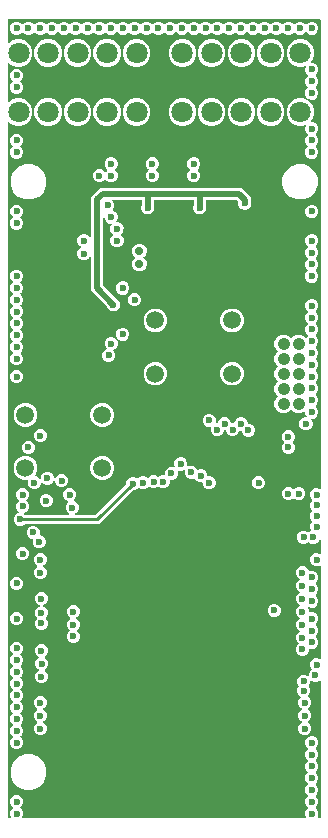
<source format=gbr>
G04 EAGLE Gerber RS-274X export*
G75*
%MOMM*%
%FSLAX34Y34*%
%LPD*%
%INCopper Layer 15*%
%IPPOS*%
%AMOC8*
5,1,8,0,0,1.08239X$1,22.5*%
G01*
%ADD10C,1.800000*%
%ADD11C,1.050000*%
%ADD12C,0.700000*%
%ADD13C,1.500000*%
%ADD14C,0.600000*%
%ADD15C,0.304800*%
%ADD16C,0.150000*%
%ADD17C,0.254000*%
%ADD18C,0.508000*%

G36*
X4467Y121246D02*
X4467Y121246D01*
X4513Y121244D01*
X4587Y121266D01*
X4664Y121279D01*
X4705Y121300D01*
X4749Y121313D01*
X4813Y121357D01*
X4882Y121394D01*
X4913Y121427D01*
X4951Y121453D01*
X4997Y121516D01*
X5051Y121572D01*
X5070Y121614D01*
X5098Y121650D01*
X5122Y121724D01*
X5155Y121795D01*
X5160Y121841D01*
X5174Y121884D01*
X5173Y121962D01*
X5182Y122039D01*
X5172Y122084D01*
X5171Y122130D01*
X5133Y122262D01*
X5129Y122280D01*
X5127Y122284D01*
X5125Y122291D01*
X4459Y123898D01*
X4459Y126102D01*
X5303Y128139D01*
X6626Y129462D01*
X6638Y129478D01*
X6653Y129490D01*
X6709Y129578D01*
X6769Y129661D01*
X6775Y129680D01*
X6786Y129697D01*
X6811Y129798D01*
X6842Y129897D01*
X6841Y129916D01*
X6846Y129936D01*
X6838Y130039D01*
X6835Y130142D01*
X6829Y130161D01*
X6827Y130181D01*
X6787Y130276D01*
X6751Y130373D01*
X6738Y130389D01*
X6731Y130407D01*
X6626Y130538D01*
X5303Y131861D01*
X4459Y133898D01*
X4459Y136102D01*
X5303Y138139D01*
X6861Y139697D01*
X8898Y140541D01*
X11102Y140541D01*
X13139Y139697D01*
X14697Y138139D01*
X15541Y136102D01*
X15541Y133898D01*
X14697Y131861D01*
X13374Y130538D01*
X13362Y130522D01*
X13347Y130510D01*
X13291Y130422D01*
X13231Y130339D01*
X13225Y130320D01*
X13214Y130303D01*
X13189Y130202D01*
X13158Y130103D01*
X13159Y130084D01*
X13154Y130064D01*
X13162Y129961D01*
X13165Y129858D01*
X13171Y129839D01*
X13173Y129819D01*
X13213Y129724D01*
X13249Y129627D01*
X13261Y129611D01*
X13269Y129593D01*
X13374Y129462D01*
X14697Y128139D01*
X15541Y126102D01*
X15541Y123898D01*
X14875Y122291D01*
X14865Y122247D01*
X14845Y122205D01*
X14837Y122128D01*
X14819Y122052D01*
X14823Y122006D01*
X14818Y121961D01*
X14835Y121884D01*
X14842Y121807D01*
X14861Y121765D01*
X14871Y121720D01*
X14911Y121653D01*
X14942Y121582D01*
X14973Y121548D01*
X14997Y121509D01*
X15056Y121459D01*
X15109Y121401D01*
X15149Y121379D01*
X15184Y121349D01*
X15256Y121320D01*
X15324Y121283D01*
X15369Y121274D01*
X15412Y121257D01*
X15548Y121242D01*
X15566Y121239D01*
X15571Y121240D01*
X15579Y121239D01*
X254421Y121239D01*
X254467Y121246D01*
X254513Y121244D01*
X254587Y121266D01*
X254664Y121279D01*
X254705Y121300D01*
X254749Y121313D01*
X254813Y121357D01*
X254882Y121394D01*
X254913Y121427D01*
X254951Y121453D01*
X254997Y121516D01*
X255051Y121572D01*
X255070Y121614D01*
X255098Y121650D01*
X255122Y121724D01*
X255155Y121795D01*
X255160Y121841D01*
X255174Y121884D01*
X255173Y121962D01*
X255182Y122039D01*
X255172Y122084D01*
X255171Y122130D01*
X255133Y122262D01*
X255129Y122280D01*
X255127Y122284D01*
X255125Y122291D01*
X254459Y123898D01*
X254459Y126102D01*
X255303Y128139D01*
X256626Y129462D01*
X256638Y129478D01*
X256653Y129490D01*
X256709Y129578D01*
X256769Y129661D01*
X256775Y129680D01*
X256786Y129697D01*
X256811Y129798D01*
X256842Y129897D01*
X256841Y129916D01*
X256846Y129936D01*
X256838Y130039D01*
X256835Y130142D01*
X256829Y130161D01*
X256827Y130181D01*
X256787Y130276D01*
X256751Y130373D01*
X256738Y130389D01*
X256731Y130407D01*
X256626Y130538D01*
X255303Y131861D01*
X254459Y133898D01*
X254459Y136102D01*
X255303Y138139D01*
X256626Y139462D01*
X256638Y139478D01*
X256653Y139490D01*
X256709Y139578D01*
X256769Y139661D01*
X256775Y139680D01*
X256786Y139697D01*
X256811Y139798D01*
X256842Y139897D01*
X256841Y139916D01*
X256846Y139936D01*
X256838Y140039D01*
X256835Y140142D01*
X256829Y140161D01*
X256827Y140181D01*
X256787Y140276D01*
X256751Y140373D01*
X256738Y140389D01*
X256731Y140407D01*
X256626Y140538D01*
X255303Y141861D01*
X254459Y143898D01*
X254459Y146102D01*
X255303Y148139D01*
X256626Y149462D01*
X256638Y149478D01*
X256653Y149490D01*
X256709Y149578D01*
X256769Y149661D01*
X256775Y149680D01*
X256786Y149697D01*
X256811Y149798D01*
X256842Y149897D01*
X256841Y149916D01*
X256846Y149936D01*
X256838Y150039D01*
X256835Y150142D01*
X256829Y150161D01*
X256827Y150181D01*
X256787Y150276D01*
X256751Y150373D01*
X256738Y150389D01*
X256731Y150407D01*
X256626Y150538D01*
X255303Y151861D01*
X254459Y153898D01*
X254459Y156102D01*
X255303Y158139D01*
X256626Y159462D01*
X256638Y159478D01*
X256653Y159490D01*
X256709Y159578D01*
X256769Y159661D01*
X256775Y159680D01*
X256786Y159697D01*
X256811Y159798D01*
X256842Y159897D01*
X256841Y159916D01*
X256846Y159936D01*
X256838Y160039D01*
X256835Y160142D01*
X256829Y160161D01*
X256827Y160181D01*
X256787Y160276D01*
X256751Y160373D01*
X256738Y160389D01*
X256731Y160407D01*
X256626Y160538D01*
X255303Y161861D01*
X254459Y163898D01*
X254459Y166102D01*
X255303Y168139D01*
X256626Y169462D01*
X256638Y169478D01*
X256653Y169490D01*
X256709Y169578D01*
X256769Y169661D01*
X256775Y169680D01*
X256786Y169697D01*
X256811Y169798D01*
X256842Y169897D01*
X256841Y169916D01*
X256846Y169936D01*
X256838Y170039D01*
X256835Y170142D01*
X256829Y170161D01*
X256827Y170181D01*
X256787Y170276D01*
X256751Y170373D01*
X256738Y170389D01*
X256731Y170407D01*
X256626Y170538D01*
X255303Y171861D01*
X254459Y173898D01*
X254459Y176102D01*
X255303Y178139D01*
X256626Y179462D01*
X256638Y179478D01*
X256653Y179490D01*
X256709Y179578D01*
X256769Y179661D01*
X256775Y179680D01*
X256786Y179697D01*
X256811Y179798D01*
X256842Y179897D01*
X256841Y179916D01*
X256846Y179936D01*
X256838Y180039D01*
X256835Y180142D01*
X256829Y180161D01*
X256827Y180181D01*
X256787Y180276D01*
X256751Y180373D01*
X256738Y180389D01*
X256731Y180407D01*
X256626Y180538D01*
X255303Y181861D01*
X254459Y183898D01*
X254459Y186102D01*
X255303Y188139D01*
X256861Y189697D01*
X258898Y190541D01*
X261102Y190541D01*
X263139Y189697D01*
X264697Y188139D01*
X265541Y186102D01*
X265541Y183898D01*
X264697Y181861D01*
X263374Y180538D01*
X263362Y180522D01*
X263347Y180510D01*
X263291Y180422D01*
X263231Y180339D01*
X263225Y180320D01*
X263214Y180303D01*
X263189Y180202D01*
X263158Y180103D01*
X263159Y180084D01*
X263154Y180064D01*
X263162Y179961D01*
X263165Y179858D01*
X263171Y179839D01*
X263173Y179819D01*
X263213Y179724D01*
X263249Y179627D01*
X263261Y179611D01*
X263269Y179593D01*
X263374Y179462D01*
X264697Y178139D01*
X265541Y176102D01*
X265541Y173898D01*
X264697Y171861D01*
X263374Y170538D01*
X263362Y170522D01*
X263347Y170510D01*
X263291Y170422D01*
X263231Y170339D01*
X263225Y170320D01*
X263214Y170303D01*
X263189Y170202D01*
X263158Y170103D01*
X263159Y170084D01*
X263154Y170064D01*
X263162Y169961D01*
X263165Y169858D01*
X263171Y169839D01*
X263173Y169819D01*
X263213Y169724D01*
X263249Y169627D01*
X263261Y169611D01*
X263269Y169593D01*
X263374Y169462D01*
X264697Y168139D01*
X265541Y166102D01*
X265541Y163898D01*
X264697Y161861D01*
X263374Y160538D01*
X263362Y160522D01*
X263347Y160510D01*
X263291Y160422D01*
X263231Y160339D01*
X263225Y160320D01*
X263214Y160303D01*
X263189Y160202D01*
X263158Y160103D01*
X263159Y160084D01*
X263154Y160064D01*
X263162Y159961D01*
X263165Y159858D01*
X263171Y159839D01*
X263173Y159819D01*
X263213Y159724D01*
X263249Y159627D01*
X263261Y159611D01*
X263269Y159593D01*
X263374Y159462D01*
X264697Y158139D01*
X265541Y156102D01*
X265541Y153898D01*
X264697Y151861D01*
X263374Y150538D01*
X263362Y150522D01*
X263347Y150510D01*
X263291Y150422D01*
X263231Y150339D01*
X263225Y150320D01*
X263214Y150303D01*
X263189Y150202D01*
X263158Y150103D01*
X263159Y150084D01*
X263154Y150064D01*
X263162Y149961D01*
X263165Y149858D01*
X263171Y149839D01*
X263173Y149819D01*
X263213Y149724D01*
X263249Y149627D01*
X263261Y149611D01*
X263269Y149593D01*
X263374Y149462D01*
X264697Y148139D01*
X265541Y146102D01*
X265541Y143898D01*
X264697Y141861D01*
X263374Y140538D01*
X263362Y140522D01*
X263347Y140510D01*
X263291Y140422D01*
X263231Y140339D01*
X263225Y140320D01*
X263214Y140303D01*
X263189Y140202D01*
X263158Y140103D01*
X263159Y140084D01*
X263154Y140064D01*
X263162Y139961D01*
X263165Y139858D01*
X263171Y139839D01*
X263173Y139819D01*
X263213Y139724D01*
X263249Y139627D01*
X263261Y139611D01*
X263269Y139593D01*
X263374Y139462D01*
X264697Y138139D01*
X265541Y136102D01*
X265541Y133898D01*
X264697Y131861D01*
X263374Y130538D01*
X263362Y130522D01*
X263347Y130510D01*
X263291Y130422D01*
X263231Y130339D01*
X263225Y130320D01*
X263214Y130303D01*
X263189Y130202D01*
X263158Y130103D01*
X263159Y130084D01*
X263154Y130064D01*
X263162Y129961D01*
X263165Y129858D01*
X263171Y129839D01*
X263173Y129819D01*
X263213Y129724D01*
X263249Y129627D01*
X263261Y129611D01*
X263269Y129593D01*
X263374Y129462D01*
X264697Y128139D01*
X265541Y126102D01*
X265541Y123898D01*
X264875Y122291D01*
X264865Y122247D01*
X264845Y122205D01*
X264837Y122128D01*
X264819Y122052D01*
X264823Y122006D01*
X264818Y121961D01*
X264835Y121884D01*
X264842Y121807D01*
X264861Y121765D01*
X264871Y121720D01*
X264911Y121653D01*
X264942Y121582D01*
X264973Y121548D01*
X264997Y121509D01*
X265056Y121459D01*
X265109Y121401D01*
X265149Y121379D01*
X265184Y121349D01*
X265256Y121320D01*
X265324Y121283D01*
X265369Y121274D01*
X265412Y121257D01*
X265548Y121242D01*
X265566Y121239D01*
X265571Y121240D01*
X265579Y121239D01*
X266698Y121239D01*
X266718Y121242D01*
X266737Y121240D01*
X266839Y121262D01*
X266941Y121279D01*
X266958Y121288D01*
X266978Y121292D01*
X267067Y121345D01*
X267158Y121394D01*
X267172Y121408D01*
X267189Y121418D01*
X267256Y121497D01*
X267328Y121572D01*
X267336Y121590D01*
X267349Y121605D01*
X267388Y121701D01*
X267431Y121795D01*
X267433Y121815D01*
X267441Y121833D01*
X267459Y122000D01*
X267459Y236786D01*
X267448Y236857D01*
X267446Y236928D01*
X267428Y236977D01*
X267420Y237028D01*
X267386Y237092D01*
X267361Y237159D01*
X267329Y237200D01*
X267304Y237246D01*
X267253Y237295D01*
X267208Y237351D01*
X267164Y237379D01*
X267126Y237415D01*
X267061Y237445D01*
X267001Y237484D01*
X266950Y237497D01*
X266903Y237519D01*
X266832Y237527D01*
X266762Y237544D01*
X266710Y237540D01*
X266659Y237546D01*
X266588Y237531D01*
X266517Y237525D01*
X266469Y237505D01*
X266418Y237494D01*
X266357Y237457D01*
X266291Y237429D01*
X266235Y237384D01*
X266207Y237367D01*
X266192Y237350D01*
X266160Y237324D01*
X266139Y237303D01*
X264102Y236459D01*
X261898Y236459D01*
X259861Y237303D01*
X259840Y237324D01*
X259782Y237366D01*
X259730Y237415D01*
X259683Y237437D01*
X259641Y237467D01*
X259572Y237489D01*
X259507Y237519D01*
X259455Y237525D01*
X259406Y237540D01*
X259334Y237538D01*
X259263Y237546D01*
X259212Y237535D01*
X259160Y237533D01*
X259092Y237509D01*
X259022Y237494D01*
X258977Y237467D01*
X258929Y237449D01*
X258873Y237404D01*
X258811Y237367D01*
X258777Y237328D01*
X258737Y237295D01*
X258698Y237235D01*
X258651Y237181D01*
X258632Y237132D01*
X258604Y237089D01*
X258586Y237019D01*
X258559Y236952D01*
X258551Y236881D01*
X258543Y236850D01*
X258545Y236827D01*
X258541Y236786D01*
X258541Y235898D01*
X257697Y233861D01*
X257374Y233538D01*
X257362Y233522D01*
X257347Y233510D01*
X257291Y233422D01*
X257231Y233339D01*
X257225Y233320D01*
X257214Y233303D01*
X257189Y233202D01*
X257158Y233103D01*
X257159Y233083D01*
X257154Y233064D01*
X257162Y232961D01*
X257165Y232858D01*
X257171Y232839D01*
X257173Y232819D01*
X257213Y232724D01*
X257249Y232627D01*
X257261Y232611D01*
X257269Y232593D01*
X257374Y232462D01*
X257697Y232139D01*
X258541Y230102D01*
X258541Y227898D01*
X257697Y225861D01*
X256809Y224973D01*
X256782Y224936D01*
X256748Y224905D01*
X256711Y224837D01*
X256665Y224773D01*
X256652Y224729D01*
X256630Y224689D01*
X256616Y224613D01*
X256593Y224538D01*
X256594Y224492D01*
X256586Y224447D01*
X256597Y224370D01*
X256599Y224292D01*
X256615Y224249D01*
X256622Y224204D01*
X256657Y224134D01*
X256684Y224061D01*
X256712Y224025D01*
X256733Y223985D01*
X256789Y223930D01*
X256837Y223869D01*
X256876Y223844D01*
X256909Y223812D01*
X257029Y223747D01*
X257044Y223736D01*
X257049Y223735D01*
X257056Y223731D01*
X257139Y223697D01*
X258697Y222139D01*
X259541Y220102D01*
X259541Y217898D01*
X258697Y215861D01*
X257139Y214303D01*
X256898Y214203D01*
X256837Y214165D01*
X256772Y214136D01*
X256734Y214101D01*
X256689Y214074D01*
X256644Y214018D01*
X256591Y213970D01*
X256566Y213924D01*
X256533Y213884D01*
X256507Y213817D01*
X256472Y213754D01*
X256463Y213703D01*
X256444Y213655D01*
X256441Y213583D01*
X256429Y213512D01*
X256436Y213461D01*
X256434Y213409D01*
X256454Y213340D01*
X256464Y213269D01*
X256488Y213223D01*
X256502Y213173D01*
X256543Y213114D01*
X256576Y213050D01*
X256613Y213013D01*
X256643Y212971D01*
X256700Y212928D01*
X256751Y212878D01*
X256814Y212843D01*
X256840Y212824D01*
X256862Y212816D01*
X256898Y212797D01*
X257139Y212697D01*
X258697Y211139D01*
X259541Y209102D01*
X259541Y206898D01*
X258697Y204861D01*
X257139Y203303D01*
X256898Y203203D01*
X256837Y203165D01*
X256772Y203136D01*
X256734Y203101D01*
X256689Y203074D01*
X256644Y203018D01*
X256591Y202970D01*
X256566Y202924D01*
X256533Y202884D01*
X256507Y202817D01*
X256472Y202754D01*
X256463Y202703D01*
X256444Y202655D01*
X256441Y202583D01*
X256429Y202512D01*
X256436Y202461D01*
X256434Y202409D01*
X256454Y202340D01*
X256464Y202269D01*
X256488Y202223D01*
X256502Y202173D01*
X256543Y202114D01*
X256576Y202050D01*
X256613Y202013D01*
X256643Y201971D01*
X256700Y201928D01*
X256751Y201878D01*
X256814Y201843D01*
X256840Y201824D01*
X256862Y201816D01*
X256898Y201797D01*
X257139Y201697D01*
X258697Y200139D01*
X259541Y198102D01*
X259541Y195898D01*
X258697Y193861D01*
X257139Y192303D01*
X255102Y191459D01*
X252898Y191459D01*
X250861Y192303D01*
X249303Y193861D01*
X248459Y195898D01*
X248459Y198102D01*
X249303Y200139D01*
X250861Y201697D01*
X251102Y201797D01*
X251162Y201834D01*
X251228Y201864D01*
X251266Y201899D01*
X251311Y201926D01*
X251356Y201982D01*
X251409Y202030D01*
X251434Y202076D01*
X251467Y202116D01*
X251493Y202183D01*
X251528Y202246D01*
X251537Y202297D01*
X251556Y202345D01*
X251559Y202417D01*
X251571Y202488D01*
X251564Y202539D01*
X251566Y202591D01*
X251546Y202660D01*
X251536Y202731D01*
X251512Y202777D01*
X251498Y202827D01*
X251457Y202886D01*
X251424Y202950D01*
X251387Y202987D01*
X251357Y203029D01*
X251300Y203072D01*
X251249Y203122D01*
X251186Y203157D01*
X251160Y203176D01*
X251138Y203183D01*
X251102Y203203D01*
X250861Y203303D01*
X249303Y204861D01*
X248459Y206898D01*
X248459Y209102D01*
X249303Y211139D01*
X250861Y212697D01*
X251102Y212797D01*
X251162Y212834D01*
X251228Y212864D01*
X251266Y212899D01*
X251311Y212926D01*
X251356Y212982D01*
X251409Y213030D01*
X251434Y213076D01*
X251467Y213116D01*
X251493Y213183D01*
X251528Y213246D01*
X251537Y213297D01*
X251556Y213345D01*
X251559Y213417D01*
X251571Y213488D01*
X251564Y213539D01*
X251566Y213591D01*
X251546Y213660D01*
X251536Y213731D01*
X251512Y213777D01*
X251498Y213827D01*
X251457Y213886D01*
X251424Y213950D01*
X251387Y213987D01*
X251357Y214029D01*
X251300Y214072D01*
X251249Y214122D01*
X251186Y214157D01*
X251160Y214176D01*
X251138Y214183D01*
X251102Y214203D01*
X250861Y214303D01*
X249303Y215861D01*
X248459Y217898D01*
X248459Y220102D01*
X249303Y222139D01*
X250191Y223027D01*
X250218Y223064D01*
X250252Y223095D01*
X250289Y223163D01*
X250335Y223227D01*
X250348Y223271D01*
X250370Y223311D01*
X250384Y223387D01*
X250407Y223462D01*
X250406Y223508D01*
X250414Y223553D01*
X250403Y223630D01*
X250401Y223708D01*
X250385Y223751D01*
X250378Y223796D01*
X250343Y223866D01*
X250316Y223939D01*
X250288Y223975D01*
X250267Y224015D01*
X250211Y224070D01*
X250163Y224131D01*
X250124Y224156D01*
X250091Y224188D01*
X249971Y224253D01*
X249956Y224264D01*
X249951Y224265D01*
X249944Y224269D01*
X249861Y224303D01*
X248303Y225861D01*
X247459Y227898D01*
X247459Y230102D01*
X248303Y232139D01*
X248626Y232462D01*
X248638Y232478D01*
X248653Y232490D01*
X248709Y232578D01*
X248769Y232661D01*
X248775Y232680D01*
X248786Y232697D01*
X248811Y232798D01*
X248842Y232896D01*
X248841Y232916D01*
X248846Y232936D01*
X248838Y233039D01*
X248835Y233142D01*
X248829Y233161D01*
X248827Y233181D01*
X248787Y233276D01*
X248751Y233373D01*
X248739Y233389D01*
X248731Y233407D01*
X248626Y233538D01*
X248303Y233861D01*
X247459Y235898D01*
X247459Y238102D01*
X248303Y240139D01*
X249861Y241697D01*
X251898Y242541D01*
X254102Y242541D01*
X256139Y241697D01*
X256160Y241676D01*
X256218Y241634D01*
X256270Y241585D01*
X256317Y241563D01*
X256359Y241533D01*
X256428Y241511D01*
X256493Y241481D01*
X256545Y241475D01*
X256594Y241460D01*
X256666Y241462D01*
X256737Y241454D01*
X256788Y241465D01*
X256840Y241467D01*
X256908Y241491D01*
X256978Y241506D01*
X257023Y241533D01*
X257071Y241551D01*
X257127Y241596D01*
X257189Y241633D01*
X257223Y241672D01*
X257263Y241705D01*
X257302Y241765D01*
X257349Y241819D01*
X257368Y241868D01*
X257396Y241911D01*
X257414Y241981D01*
X257441Y242048D01*
X257449Y242119D01*
X257457Y242150D01*
X257455Y242173D01*
X257459Y242214D01*
X257459Y243102D01*
X258303Y245139D01*
X259626Y246462D01*
X259638Y246478D01*
X259653Y246490D01*
X259709Y246578D01*
X259769Y246661D01*
X259775Y246680D01*
X259786Y246697D01*
X259811Y246798D01*
X259842Y246897D01*
X259841Y246916D01*
X259846Y246936D01*
X259838Y247039D01*
X259835Y247142D01*
X259829Y247161D01*
X259827Y247181D01*
X259787Y247276D01*
X259751Y247373D01*
X259738Y247389D01*
X259731Y247407D01*
X259626Y247538D01*
X259303Y247861D01*
X258459Y249898D01*
X258459Y252102D01*
X259303Y254139D01*
X260861Y255697D01*
X262898Y256541D01*
X265102Y256541D01*
X266407Y256000D01*
X266451Y255990D01*
X266493Y255971D01*
X266570Y255962D01*
X266646Y255944D01*
X266692Y255949D01*
X266737Y255943D01*
X266814Y255960D01*
X266891Y255967D01*
X266933Y255986D01*
X266978Y255996D01*
X267045Y256036D01*
X267116Y256067D01*
X267150Y256098D01*
X267189Y256122D01*
X267240Y256181D01*
X267297Y256234D01*
X267319Y256274D01*
X267349Y256309D01*
X267378Y256381D01*
X267415Y256449D01*
X267424Y256494D01*
X267441Y256537D01*
X267456Y256673D01*
X267459Y256691D01*
X267458Y256696D01*
X267459Y256704D01*
X267459Y334296D01*
X267452Y334342D01*
X267454Y334388D01*
X267432Y334462D01*
X267420Y334539D01*
X267398Y334580D01*
X267385Y334624D01*
X267341Y334688D01*
X267304Y334756D01*
X267271Y334788D01*
X267245Y334826D01*
X267183Y334872D01*
X267126Y334926D01*
X267084Y334945D01*
X267048Y334973D01*
X266974Y334997D01*
X266903Y335029D01*
X266857Y335035D01*
X266814Y335049D01*
X266736Y335048D01*
X266659Y335057D01*
X266614Y335047D01*
X266568Y335046D01*
X266436Y335008D01*
X266418Y335004D01*
X266414Y335002D01*
X266407Y335000D01*
X265102Y334459D01*
X262898Y334459D01*
X260861Y335303D01*
X259303Y336861D01*
X258459Y338898D01*
X258459Y341102D01*
X259303Y343139D01*
X260861Y344697D01*
X262898Y345541D01*
X265102Y345541D01*
X266407Y345000D01*
X266451Y344990D01*
X266493Y344971D01*
X266570Y344962D01*
X266646Y344944D01*
X266692Y344948D01*
X266737Y344943D01*
X266814Y344960D01*
X266891Y344967D01*
X266933Y344986D01*
X266978Y344996D01*
X267045Y345036D01*
X267116Y345067D01*
X267150Y345098D01*
X267189Y345122D01*
X267240Y345181D01*
X267297Y345234D01*
X267319Y345274D01*
X267349Y345309D01*
X267378Y345381D01*
X267415Y345449D01*
X267424Y345494D01*
X267441Y345537D01*
X267456Y345673D01*
X267459Y345691D01*
X267458Y345696D01*
X267459Y345704D01*
X267459Y356288D01*
X267444Y356384D01*
X267434Y356481D01*
X267424Y356505D01*
X267420Y356531D01*
X267374Y356617D01*
X267334Y356706D01*
X267317Y356725D01*
X267304Y356749D01*
X267234Y356815D01*
X267168Y356887D01*
X267145Y356900D01*
X267126Y356918D01*
X267038Y356959D01*
X266952Y357006D01*
X266927Y357011D01*
X266903Y357022D01*
X266806Y357032D01*
X266710Y357050D01*
X266684Y357046D01*
X266659Y357049D01*
X266564Y357028D01*
X266467Y357014D01*
X266444Y357002D01*
X266418Y356996D01*
X266335Y356946D01*
X266248Y356902D01*
X266229Y356884D01*
X266207Y356870D01*
X266144Y356796D01*
X266076Y356727D01*
X266060Y356698D01*
X266047Y356683D01*
X266035Y356652D01*
X265995Y356580D01*
X265697Y355861D01*
X264139Y354303D01*
X262102Y353459D01*
X259898Y353459D01*
X257861Y354303D01*
X257538Y354626D01*
X257522Y354638D01*
X257510Y354653D01*
X257422Y354709D01*
X257339Y354769D01*
X257320Y354775D01*
X257303Y354786D01*
X257202Y354811D01*
X257104Y354842D01*
X257084Y354841D01*
X257064Y354846D01*
X256961Y354838D01*
X256858Y354835D01*
X256839Y354829D01*
X256819Y354827D01*
X256724Y354787D01*
X256627Y354751D01*
X256611Y354739D01*
X256593Y354731D01*
X256462Y354626D01*
X256139Y354303D01*
X254102Y353459D01*
X251898Y353459D01*
X249861Y354303D01*
X248303Y355861D01*
X247459Y357898D01*
X247459Y360102D01*
X248303Y362139D01*
X249861Y363697D01*
X251898Y364541D01*
X254102Y364541D01*
X256139Y363697D01*
X256462Y363374D01*
X256478Y363362D01*
X256490Y363347D01*
X256578Y363291D01*
X256661Y363231D01*
X256680Y363225D01*
X256697Y363214D01*
X256798Y363189D01*
X256897Y363158D01*
X256917Y363159D01*
X256936Y363154D01*
X257039Y363162D01*
X257142Y363165D01*
X257161Y363171D01*
X257181Y363173D01*
X257276Y363213D01*
X257373Y363249D01*
X257389Y363261D01*
X257407Y363269D01*
X257538Y363374D01*
X257861Y363697D01*
X258800Y364086D01*
X258817Y364097D01*
X258836Y364102D01*
X258921Y364161D01*
X259009Y364216D01*
X259022Y364231D01*
X259038Y364242D01*
X259100Y364325D01*
X259166Y364405D01*
X259173Y364424D01*
X259185Y364440D01*
X259217Y364538D01*
X259254Y364635D01*
X259255Y364655D01*
X259261Y364674D01*
X259260Y364777D01*
X259264Y364880D01*
X259259Y364900D01*
X259259Y364920D01*
X259212Y365081D01*
X258459Y366898D01*
X258459Y369102D01*
X259303Y371139D01*
X260126Y371962D01*
X260138Y371978D01*
X260153Y371990D01*
X260209Y372078D01*
X260269Y372161D01*
X260275Y372180D01*
X260286Y372197D01*
X260311Y372298D01*
X260342Y372397D01*
X260341Y372416D01*
X260346Y372436D01*
X260338Y372539D01*
X260335Y372642D01*
X260329Y372661D01*
X260327Y372681D01*
X260287Y372776D01*
X260251Y372873D01*
X260239Y372889D01*
X260231Y372907D01*
X260126Y373038D01*
X259303Y373861D01*
X258459Y375898D01*
X258459Y378102D01*
X259303Y380139D01*
X260126Y380962D01*
X260138Y380978D01*
X260153Y380990D01*
X260209Y381078D01*
X260269Y381161D01*
X260275Y381180D01*
X260286Y381197D01*
X260311Y381298D01*
X260342Y381397D01*
X260341Y381416D01*
X260346Y381436D01*
X260338Y381539D01*
X260335Y381642D01*
X260329Y381661D01*
X260327Y381681D01*
X260287Y381776D01*
X260251Y381873D01*
X260239Y381889D01*
X260231Y381907D01*
X260126Y382038D01*
X259303Y382861D01*
X258459Y384898D01*
X258459Y387102D01*
X259303Y389139D01*
X260126Y389962D01*
X260138Y389978D01*
X260153Y389990D01*
X260209Y390078D01*
X260269Y390161D01*
X260275Y390180D01*
X260286Y390197D01*
X260311Y390298D01*
X260342Y390397D01*
X260341Y390416D01*
X260346Y390436D01*
X260338Y390539D01*
X260335Y390642D01*
X260329Y390661D01*
X260327Y390681D01*
X260287Y390776D01*
X260251Y390873D01*
X260239Y390889D01*
X260231Y390907D01*
X260126Y391038D01*
X259303Y391861D01*
X258459Y393898D01*
X258459Y396102D01*
X259303Y398139D01*
X260861Y399697D01*
X262898Y400541D01*
X265102Y400541D01*
X266407Y400000D01*
X266451Y399990D01*
X266493Y399971D01*
X266570Y399962D01*
X266646Y399944D01*
X266692Y399948D01*
X266737Y399943D01*
X266814Y399960D01*
X266891Y399967D01*
X266933Y399986D01*
X266978Y399996D01*
X267045Y400036D01*
X267116Y400067D01*
X267150Y400098D01*
X267189Y400122D01*
X267240Y400181D01*
X267297Y400234D01*
X267319Y400274D01*
X267349Y400309D01*
X267378Y400381D01*
X267415Y400449D01*
X267424Y400494D01*
X267441Y400537D01*
X267456Y400673D01*
X267459Y400691D01*
X267458Y400696D01*
X267459Y400704D01*
X267459Y796698D01*
X267456Y796718D01*
X267458Y796737D01*
X267436Y796839D01*
X267420Y796941D01*
X267410Y796958D01*
X267406Y796978D01*
X267353Y797067D01*
X267304Y797158D01*
X267290Y797172D01*
X267280Y797189D01*
X267201Y797256D01*
X267126Y797328D01*
X267108Y797336D01*
X267093Y797349D01*
X266997Y797388D01*
X266903Y797431D01*
X266883Y797433D01*
X266865Y797441D01*
X266698Y797459D01*
X3302Y797459D01*
X3282Y797456D01*
X3263Y797458D01*
X3161Y797436D01*
X3059Y797420D01*
X3042Y797410D01*
X3022Y797406D01*
X2933Y797353D01*
X2842Y797304D01*
X2828Y797290D01*
X2811Y797280D01*
X2744Y797201D01*
X2672Y797126D01*
X2664Y797108D01*
X2651Y797093D01*
X2612Y796997D01*
X2569Y796903D01*
X2567Y796883D01*
X2559Y796865D01*
X2541Y796698D01*
X2541Y778100D01*
X2552Y778029D01*
X2554Y777957D01*
X2572Y777908D01*
X2580Y777857D01*
X2614Y777793D01*
X2639Y777726D01*
X2671Y777685D01*
X2696Y777639D01*
X2748Y777590D01*
X2792Y777534D01*
X2836Y777506D01*
X2874Y777470D01*
X2939Y777440D01*
X2999Y777401D01*
X3050Y777388D01*
X3097Y777366D01*
X3168Y777359D01*
X3238Y777341D01*
X3290Y777345D01*
X3341Y777339D01*
X3412Y777355D01*
X3483Y777360D01*
X3531Y777381D01*
X3582Y777392D01*
X3643Y777428D01*
X3709Y777456D01*
X3765Y777501D01*
X3793Y777518D01*
X3808Y777536D01*
X3840Y777561D01*
X5063Y778784D01*
X9304Y780541D01*
X13896Y780541D01*
X18137Y778784D01*
X21384Y775537D01*
X23141Y771296D01*
X23141Y766704D01*
X21384Y762463D01*
X18137Y759216D01*
X13896Y757459D01*
X9304Y757459D01*
X5063Y759216D01*
X3840Y760439D01*
X3782Y760481D01*
X3730Y760530D01*
X3683Y760552D01*
X3641Y760582D01*
X3572Y760603D01*
X3507Y760634D01*
X3455Y760639D01*
X3405Y760655D01*
X3334Y760653D01*
X3263Y760661D01*
X3212Y760650D01*
X3160Y760648D01*
X3092Y760624D01*
X3022Y760608D01*
X2977Y760582D01*
X2929Y760564D01*
X2873Y760519D01*
X2811Y760482D01*
X2777Y760443D01*
X2737Y760410D01*
X2698Y760350D01*
X2651Y760295D01*
X2632Y760247D01*
X2604Y760203D01*
X2586Y760134D01*
X2559Y760067D01*
X2551Y759996D01*
X2543Y759965D01*
X2545Y759941D01*
X2541Y759900D01*
X2541Y728100D01*
X2552Y728029D01*
X2554Y727957D01*
X2572Y727908D01*
X2580Y727857D01*
X2614Y727793D01*
X2639Y727726D01*
X2671Y727685D01*
X2696Y727639D01*
X2748Y727590D01*
X2792Y727534D01*
X2836Y727506D01*
X2874Y727470D01*
X2939Y727440D01*
X2999Y727401D01*
X3050Y727388D01*
X3097Y727366D01*
X3168Y727359D01*
X3238Y727341D01*
X3290Y727345D01*
X3341Y727339D01*
X3412Y727355D01*
X3483Y727360D01*
X3531Y727381D01*
X3582Y727392D01*
X3643Y727428D01*
X3709Y727456D01*
X3765Y727501D01*
X3793Y727518D01*
X3808Y727536D01*
X3840Y727561D01*
X5063Y728784D01*
X9304Y730541D01*
X13896Y730541D01*
X18137Y728784D01*
X21384Y725537D01*
X23141Y721296D01*
X23141Y716704D01*
X21384Y712463D01*
X18137Y709216D01*
X13896Y707459D01*
X9304Y707459D01*
X5063Y709216D01*
X3840Y710439D01*
X3782Y710481D01*
X3730Y710530D01*
X3683Y710552D01*
X3641Y710582D01*
X3572Y710603D01*
X3507Y710634D01*
X3455Y710639D01*
X3405Y710655D01*
X3334Y710653D01*
X3263Y710661D01*
X3212Y710650D01*
X3160Y710648D01*
X3092Y710624D01*
X3022Y710608D01*
X2977Y710582D01*
X2929Y710564D01*
X2873Y710519D01*
X2811Y710482D01*
X2777Y710443D01*
X2737Y710410D01*
X2698Y710350D01*
X2651Y710295D01*
X2632Y710247D01*
X2604Y710203D01*
X2586Y710134D01*
X2559Y710067D01*
X2551Y709996D01*
X2543Y709965D01*
X2545Y709941D01*
X2541Y709900D01*
X2541Y122000D01*
X2544Y121980D01*
X2542Y121961D01*
X2564Y121859D01*
X2580Y121757D01*
X2590Y121740D01*
X2594Y121720D01*
X2647Y121631D01*
X2696Y121540D01*
X2710Y121526D01*
X2720Y121509D01*
X2799Y121442D01*
X2874Y121371D01*
X2892Y121362D01*
X2907Y121349D01*
X3003Y121310D01*
X3097Y121267D01*
X3117Y121265D01*
X3135Y121257D01*
X3302Y121239D01*
X4421Y121239D01*
X4467Y121246D01*
G37*
%LPC*%
G36*
X90898Y550459D02*
X90898Y550459D01*
X89927Y550861D01*
X89893Y550869D01*
X89879Y550879D01*
X89861Y550885D01*
X89832Y550901D01*
X88861Y551303D01*
X87303Y552861D01*
X86901Y553832D01*
X86866Y553888D01*
X86841Y553948D01*
X86789Y554013D01*
X86771Y554041D01*
X86756Y554054D01*
X86736Y554079D01*
X72919Y567895D01*
X72919Y595246D01*
X72908Y595316D01*
X72906Y595388D01*
X72888Y595437D01*
X72880Y595488D01*
X72846Y595552D01*
X72821Y595619D01*
X72789Y595660D01*
X72764Y595706D01*
X72712Y595755D01*
X72668Y595811D01*
X72624Y595839D01*
X72586Y595875D01*
X72521Y595905D01*
X72461Y595944D01*
X72410Y595957D01*
X72363Y595979D01*
X72292Y595987D01*
X72222Y596004D01*
X72170Y596000D01*
X72119Y596006D01*
X72048Y595991D01*
X71977Y595985D01*
X71929Y595965D01*
X71878Y595954D01*
X71817Y595917D01*
X71751Y595889D01*
X71695Y595844D01*
X71667Y595827D01*
X71652Y595810D01*
X71620Y595784D01*
X70139Y594303D01*
X68102Y593459D01*
X65898Y593459D01*
X63861Y594303D01*
X62303Y595861D01*
X61459Y597898D01*
X61459Y600102D01*
X62303Y602139D01*
X63861Y603697D01*
X64102Y603797D01*
X64162Y603834D01*
X64228Y603864D01*
X64266Y603899D01*
X64311Y603926D01*
X64356Y603982D01*
X64409Y604030D01*
X64434Y604076D01*
X64467Y604116D01*
X64493Y604183D01*
X64528Y604246D01*
X64537Y604297D01*
X64556Y604345D01*
X64559Y604417D01*
X64571Y604488D01*
X64564Y604539D01*
X64566Y604591D01*
X64546Y604660D01*
X64536Y604731D01*
X64512Y604777D01*
X64498Y604827D01*
X64457Y604886D01*
X64424Y604950D01*
X64387Y604987D01*
X64357Y605029D01*
X64300Y605072D01*
X64249Y605122D01*
X64186Y605157D01*
X64160Y605176D01*
X64138Y605183D01*
X64102Y605203D01*
X63861Y605303D01*
X62303Y606861D01*
X61459Y608898D01*
X61459Y611102D01*
X62303Y613139D01*
X63861Y614697D01*
X65898Y615541D01*
X68102Y615541D01*
X70139Y614697D01*
X71620Y613216D01*
X71678Y613174D01*
X71730Y613125D01*
X71777Y613103D01*
X71819Y613073D01*
X71888Y613051D01*
X71953Y613021D01*
X72005Y613015D01*
X72055Y613000D01*
X72126Y613002D01*
X72197Y612994D01*
X72248Y613005D01*
X72300Y613007D01*
X72368Y613031D01*
X72438Y613046D01*
X72483Y613073D01*
X72531Y613091D01*
X72587Y613136D01*
X72649Y613173D01*
X72683Y613212D01*
X72723Y613245D01*
X72762Y613305D01*
X72809Y613359D01*
X72828Y613408D01*
X72856Y613452D01*
X72874Y613521D01*
X72888Y613555D01*
X72891Y613563D01*
X72891Y613564D01*
X72901Y613588D01*
X72909Y613659D01*
X72917Y613690D01*
X72915Y613713D01*
X72919Y613754D01*
X72919Y647105D01*
X80895Y655081D01*
X200105Y655081D01*
X208368Y646817D01*
X208368Y644076D01*
X208379Y644012D01*
X208380Y643946D01*
X208403Y643866D01*
X208408Y643834D01*
X208417Y643816D01*
X208426Y643785D01*
X208828Y642814D01*
X208828Y640610D01*
X208426Y639640D01*
X208418Y639605D01*
X208408Y639592D01*
X208403Y639573D01*
X208387Y639544D01*
X207985Y638574D01*
X206426Y637015D01*
X205456Y636613D01*
X205426Y636595D01*
X205409Y636592D01*
X205392Y636583D01*
X205360Y636574D01*
X204390Y636172D01*
X202186Y636172D01*
X201215Y636574D01*
X201181Y636582D01*
X201167Y636592D01*
X201148Y636597D01*
X201120Y636613D01*
X200149Y637015D01*
X198590Y638574D01*
X198188Y639544D01*
X198170Y639574D01*
X198167Y639591D01*
X198158Y639608D01*
X198149Y639640D01*
X197747Y640610D01*
X197747Y642752D01*
X197732Y642843D01*
X197725Y642933D01*
X197712Y642963D01*
X197707Y642995D01*
X197664Y643076D01*
X197629Y643160D01*
X197603Y643192D01*
X197592Y643213D01*
X197569Y643235D01*
X197524Y643291D01*
X196118Y644696D01*
X196045Y644749D01*
X195975Y644809D01*
X195945Y644821D01*
X195919Y644840D01*
X195832Y644867D01*
X195747Y644901D01*
X195706Y644905D01*
X195684Y644912D01*
X195651Y644911D01*
X195580Y644919D01*
X170842Y644919D01*
X170822Y644916D01*
X170803Y644918D01*
X170701Y644896D01*
X170599Y644880D01*
X170582Y644870D01*
X170562Y644866D01*
X170473Y644813D01*
X170382Y644764D01*
X170368Y644750D01*
X170351Y644740D01*
X170284Y644661D01*
X170212Y644586D01*
X170204Y644568D01*
X170191Y644553D01*
X170152Y644457D01*
X170109Y644363D01*
X170107Y644343D01*
X170099Y644325D01*
X170081Y644158D01*
X170081Y640364D01*
X170091Y640299D01*
X170092Y640234D01*
X170115Y640154D01*
X170120Y640121D01*
X170130Y640104D01*
X170139Y640073D01*
X170541Y639102D01*
X170541Y636898D01*
X170139Y635927D01*
X170131Y635893D01*
X170121Y635879D01*
X170115Y635861D01*
X170099Y635832D01*
X169697Y634861D01*
X168139Y633303D01*
X167168Y632901D01*
X167138Y632882D01*
X167121Y632880D01*
X167104Y632870D01*
X167073Y632861D01*
X166102Y632459D01*
X163898Y632459D01*
X162927Y632861D01*
X162893Y632869D01*
X162879Y632879D01*
X162861Y632885D01*
X162832Y632901D01*
X161861Y633303D01*
X160303Y634861D01*
X159901Y635832D01*
X159882Y635862D01*
X159880Y635879D01*
X159870Y635896D01*
X159861Y635927D01*
X159459Y636898D01*
X159459Y639102D01*
X159861Y640073D01*
X159876Y640137D01*
X159901Y640197D01*
X159910Y640280D01*
X159917Y640312D01*
X159916Y640332D01*
X159919Y640364D01*
X159919Y644158D01*
X159916Y644178D01*
X159918Y644197D01*
X159896Y644299D01*
X159880Y644401D01*
X159870Y644418D01*
X159866Y644438D01*
X159813Y644527D01*
X159764Y644618D01*
X159750Y644632D01*
X159740Y644649D01*
X159661Y644716D01*
X159586Y644788D01*
X159568Y644796D01*
X159553Y644809D01*
X159457Y644848D01*
X159363Y644891D01*
X159343Y644893D01*
X159325Y644901D01*
X159158Y644919D01*
X126842Y644919D01*
X126822Y644916D01*
X126803Y644918D01*
X126701Y644896D01*
X126599Y644880D01*
X126582Y644870D01*
X126562Y644866D01*
X126473Y644813D01*
X126382Y644764D01*
X126368Y644750D01*
X126351Y644740D01*
X126284Y644661D01*
X126212Y644586D01*
X126204Y644568D01*
X126191Y644553D01*
X126152Y644457D01*
X126109Y644363D01*
X126107Y644343D01*
X126099Y644325D01*
X126081Y644158D01*
X126081Y640364D01*
X126091Y640299D01*
X126092Y640234D01*
X126115Y640154D01*
X126120Y640121D01*
X126130Y640104D01*
X126139Y640073D01*
X126541Y639102D01*
X126541Y636898D01*
X126139Y635927D01*
X126131Y635893D01*
X126121Y635879D01*
X126115Y635861D01*
X126099Y635832D01*
X125697Y634861D01*
X124139Y633303D01*
X123168Y632901D01*
X123138Y632882D01*
X123121Y632880D01*
X123104Y632870D01*
X123073Y632861D01*
X122102Y632459D01*
X119898Y632459D01*
X118927Y632861D01*
X118893Y632869D01*
X118879Y632879D01*
X118861Y632885D01*
X118832Y632901D01*
X117861Y633303D01*
X116303Y634861D01*
X115901Y635832D01*
X115882Y635862D01*
X115880Y635879D01*
X115870Y635896D01*
X115861Y635927D01*
X115459Y636898D01*
X115459Y639102D01*
X115861Y640073D01*
X115876Y640137D01*
X115901Y640197D01*
X115910Y640280D01*
X115917Y640312D01*
X115916Y640332D01*
X115919Y640364D01*
X115919Y644158D01*
X115916Y644178D01*
X115918Y644197D01*
X115896Y644299D01*
X115880Y644401D01*
X115870Y644418D01*
X115866Y644438D01*
X115813Y644527D01*
X115764Y644618D01*
X115750Y644632D01*
X115740Y644649D01*
X115661Y644716D01*
X115586Y644788D01*
X115568Y644796D01*
X115553Y644809D01*
X115457Y644848D01*
X115363Y644891D01*
X115343Y644893D01*
X115325Y644901D01*
X115158Y644919D01*
X91754Y644919D01*
X91684Y644908D01*
X91612Y644906D01*
X91563Y644888D01*
X91512Y644880D01*
X91448Y644846D01*
X91381Y644821D01*
X91340Y644789D01*
X91294Y644764D01*
X91245Y644712D01*
X91189Y644668D01*
X91161Y644624D01*
X91125Y644586D01*
X91095Y644521D01*
X91056Y644461D01*
X91043Y644410D01*
X91021Y644363D01*
X91013Y644292D01*
X90996Y644222D01*
X91000Y644170D01*
X90994Y644119D01*
X91009Y644048D01*
X91015Y643977D01*
X91035Y643929D01*
X91046Y643878D01*
X91083Y643817D01*
X91111Y643751D01*
X91156Y643695D01*
X91173Y643667D01*
X91190Y643652D01*
X91216Y643620D01*
X91697Y643139D01*
X92541Y641102D01*
X92541Y638898D01*
X91697Y636861D01*
X91395Y636559D01*
X91368Y636522D01*
X91334Y636491D01*
X91296Y636422D01*
X91251Y636359D01*
X91238Y636315D01*
X91215Y636275D01*
X91202Y636198D01*
X91179Y636124D01*
X91180Y636078D01*
X91172Y636033D01*
X91183Y635956D01*
X91185Y635878D01*
X91201Y635835D01*
X91208Y635790D01*
X91243Y635720D01*
X91270Y635647D01*
X91298Y635611D01*
X91319Y635570D01*
X91375Y635516D01*
X91423Y635455D01*
X91462Y635430D01*
X91495Y635398D01*
X91615Y635332D01*
X91630Y635322D01*
X91635Y635321D01*
X91642Y635317D01*
X93139Y634697D01*
X94697Y633139D01*
X95541Y631102D01*
X95541Y628898D01*
X94697Y626861D01*
X94676Y626840D01*
X94634Y626782D01*
X94585Y626730D01*
X94563Y626683D01*
X94533Y626641D01*
X94511Y626572D01*
X94481Y626507D01*
X94475Y626455D01*
X94460Y626406D01*
X94462Y626334D01*
X94454Y626263D01*
X94465Y626212D01*
X94467Y626160D01*
X94491Y626092D01*
X94506Y626022D01*
X94533Y625977D01*
X94551Y625929D01*
X94596Y625873D01*
X94633Y625811D01*
X94672Y625777D01*
X94705Y625737D01*
X94765Y625698D01*
X94819Y625651D01*
X94868Y625632D01*
X94911Y625604D01*
X94981Y625586D01*
X95048Y625559D01*
X95119Y625551D01*
X95150Y625543D01*
X95173Y625545D01*
X95214Y625541D01*
X96102Y625541D01*
X98139Y624697D01*
X99697Y623139D01*
X100541Y621102D01*
X100541Y618898D01*
X99697Y616861D01*
X98374Y615538D01*
X98362Y615522D01*
X98347Y615510D01*
X98291Y615422D01*
X98231Y615339D01*
X98225Y615320D01*
X98214Y615303D01*
X98189Y615202D01*
X98158Y615103D01*
X98159Y615084D01*
X98154Y615064D01*
X98162Y614961D01*
X98165Y614858D01*
X98171Y614839D01*
X98173Y614819D01*
X98213Y614724D01*
X98249Y614627D01*
X98261Y614611D01*
X98269Y614593D01*
X98374Y614462D01*
X99697Y613139D01*
X100541Y611102D01*
X100541Y608898D01*
X99697Y606861D01*
X98139Y605303D01*
X96102Y604459D01*
X93898Y604459D01*
X91861Y605303D01*
X90303Y606861D01*
X89459Y608898D01*
X89459Y611102D01*
X90303Y613139D01*
X91626Y614462D01*
X91638Y614478D01*
X91653Y614490D01*
X91709Y614578D01*
X91769Y614661D01*
X91775Y614680D01*
X91786Y614697D01*
X91811Y614798D01*
X91842Y614897D01*
X91841Y614916D01*
X91846Y614936D01*
X91838Y615039D01*
X91835Y615142D01*
X91829Y615161D01*
X91827Y615181D01*
X91787Y615276D01*
X91751Y615373D01*
X91738Y615389D01*
X91731Y615407D01*
X91626Y615538D01*
X90303Y616861D01*
X89459Y618898D01*
X89459Y621102D01*
X90303Y623139D01*
X90324Y623160D01*
X90366Y623218D01*
X90415Y623270D01*
X90437Y623317D01*
X90467Y623359D01*
X90489Y623428D01*
X90519Y623493D01*
X90525Y623545D01*
X90540Y623594D01*
X90538Y623666D01*
X90546Y623737D01*
X90535Y623788D01*
X90533Y623840D01*
X90509Y623908D01*
X90494Y623978D01*
X90467Y624023D01*
X90449Y624071D01*
X90404Y624127D01*
X90367Y624189D01*
X90328Y624223D01*
X90295Y624263D01*
X90235Y624302D01*
X90181Y624349D01*
X90132Y624368D01*
X90089Y624396D01*
X90019Y624414D01*
X89952Y624441D01*
X89881Y624449D01*
X89850Y624457D01*
X89827Y624455D01*
X89786Y624459D01*
X88898Y624459D01*
X86861Y625303D01*
X85303Y626861D01*
X84545Y628690D01*
X84494Y628773D01*
X84448Y628859D01*
X84430Y628877D01*
X84416Y628899D01*
X84340Y628962D01*
X84270Y629028D01*
X84246Y629039D01*
X84226Y629056D01*
X84135Y629091D01*
X84047Y629132D01*
X84021Y629135D01*
X83997Y629144D01*
X83899Y629148D01*
X83803Y629159D01*
X83777Y629154D01*
X83751Y629155D01*
X83657Y629128D01*
X83562Y629107D01*
X83540Y629093D01*
X83515Y629086D01*
X83435Y629031D01*
X83351Y628981D01*
X83334Y628961D01*
X83313Y628946D01*
X83254Y628868D01*
X83191Y628794D01*
X83181Y628770D01*
X83166Y628749D01*
X83136Y628656D01*
X83099Y628566D01*
X83096Y628533D01*
X83090Y628515D01*
X83090Y628482D01*
X83081Y628399D01*
X83081Y572420D01*
X83095Y572330D01*
X83103Y572239D01*
X83115Y572209D01*
X83120Y572177D01*
X83163Y572096D01*
X83199Y572013D01*
X83225Y571980D01*
X83236Y571960D01*
X83259Y571938D01*
X83304Y571882D01*
X93921Y561264D01*
X93974Y561226D01*
X94021Y561180D01*
X94094Y561140D01*
X94121Y561121D01*
X94139Y561115D01*
X94168Y561099D01*
X95139Y560697D01*
X96697Y559139D01*
X97099Y558168D01*
X97118Y558138D01*
X97120Y558121D01*
X97130Y558104D01*
X97139Y558073D01*
X97541Y557102D01*
X97541Y554898D01*
X97139Y553927D01*
X97131Y553893D01*
X97121Y553879D01*
X97115Y553861D01*
X97099Y553832D01*
X96697Y552861D01*
X95139Y551303D01*
X94168Y550901D01*
X94138Y550882D01*
X94121Y550880D01*
X94104Y550870D01*
X94073Y550861D01*
X93102Y550459D01*
X90898Y550459D01*
G37*
%LPD*%
%LPC*%
G36*
X253898Y449459D02*
X253898Y449459D01*
X251861Y450303D01*
X250303Y451861D01*
X249459Y453898D01*
X249459Y456102D01*
X250303Y458139D01*
X251861Y459697D01*
X253898Y460541D01*
X254786Y460541D01*
X254857Y460552D01*
X254928Y460554D01*
X254977Y460572D01*
X255028Y460580D01*
X255092Y460614D01*
X255159Y460639D01*
X255200Y460671D01*
X255246Y460696D01*
X255295Y460747D01*
X255351Y460792D01*
X255379Y460836D01*
X255415Y460874D01*
X255445Y460939D01*
X255484Y460999D01*
X255497Y461050D01*
X255519Y461097D01*
X255527Y461168D01*
X255544Y461238D01*
X255540Y461290D01*
X255546Y461341D01*
X255531Y461412D01*
X255525Y461483D01*
X255505Y461531D01*
X255494Y461582D01*
X255457Y461643D01*
X255429Y461709D01*
X255384Y461765D01*
X255367Y461793D01*
X255350Y461808D01*
X255324Y461840D01*
X255303Y461861D01*
X254459Y463898D01*
X254459Y464504D01*
X254448Y464575D01*
X254446Y464646D01*
X254428Y464695D01*
X254420Y464746D01*
X254386Y464810D01*
X254361Y464877D01*
X254329Y464918D01*
X254304Y464964D01*
X254252Y465013D01*
X254208Y465069D01*
X254164Y465097D01*
X254126Y465133D01*
X254061Y465163D01*
X254001Y465202D01*
X253950Y465215D01*
X253903Y465237D01*
X253832Y465245D01*
X253762Y465262D01*
X253710Y465258D01*
X253659Y465264D01*
X253588Y465249D01*
X253517Y465243D01*
X253469Y465223D01*
X253418Y465212D01*
X253357Y465175D01*
X253291Y465147D01*
X253235Y465102D01*
X253207Y465085D01*
X253192Y465068D01*
X253160Y465042D01*
X253113Y464995D01*
X250250Y463809D01*
X247150Y463809D01*
X244287Y464995D01*
X242888Y466394D01*
X242872Y466406D01*
X242860Y466421D01*
X242772Y466477D01*
X242689Y466537D01*
X242670Y466543D01*
X242653Y466554D01*
X242552Y466579D01*
X242453Y466610D01*
X242434Y466609D01*
X242414Y466614D01*
X242311Y466606D01*
X242208Y466603D01*
X242189Y466597D01*
X242169Y466595D01*
X242074Y466555D01*
X241977Y466519D01*
X241961Y466507D01*
X241943Y466499D01*
X241812Y466394D01*
X240413Y464995D01*
X237550Y463809D01*
X234450Y463809D01*
X231587Y464995D01*
X229395Y467187D01*
X228209Y470050D01*
X228209Y473150D01*
X229395Y476013D01*
X230794Y477412D01*
X230806Y477428D01*
X230821Y477440D01*
X230877Y477528D01*
X230937Y477611D01*
X230943Y477630D01*
X230954Y477647D01*
X230979Y477748D01*
X231010Y477847D01*
X231009Y477866D01*
X231014Y477886D01*
X231006Y477989D01*
X231003Y478092D01*
X230997Y478111D01*
X230995Y478131D01*
X230955Y478226D01*
X230919Y478323D01*
X230907Y478339D01*
X230899Y478357D01*
X230794Y478488D01*
X229395Y479887D01*
X228209Y482750D01*
X228209Y485850D01*
X229395Y488713D01*
X230794Y490112D01*
X230806Y490128D01*
X230821Y490140D01*
X230877Y490228D01*
X230937Y490311D01*
X230943Y490330D01*
X230954Y490347D01*
X230979Y490448D01*
X231010Y490547D01*
X231009Y490566D01*
X231014Y490586D01*
X231006Y490689D01*
X231003Y490792D01*
X230997Y490811D01*
X230995Y490831D01*
X230955Y490926D01*
X230919Y491023D01*
X230907Y491039D01*
X230899Y491057D01*
X230794Y491188D01*
X229395Y492587D01*
X228209Y495450D01*
X228209Y498550D01*
X229395Y501413D01*
X230794Y502812D01*
X230806Y502828D01*
X230821Y502840D01*
X230877Y502928D01*
X230937Y503011D01*
X230943Y503030D01*
X230954Y503047D01*
X230979Y503148D01*
X231010Y503247D01*
X231009Y503266D01*
X231014Y503286D01*
X231006Y503389D01*
X231003Y503492D01*
X230997Y503511D01*
X230995Y503531D01*
X230955Y503626D01*
X230919Y503723D01*
X230907Y503739D01*
X230899Y503757D01*
X230794Y503888D01*
X229395Y505287D01*
X228209Y508150D01*
X228209Y511250D01*
X229395Y514113D01*
X230794Y515512D01*
X230806Y515528D01*
X230821Y515540D01*
X230877Y515628D01*
X230937Y515711D01*
X230943Y515730D01*
X230954Y515747D01*
X230979Y515848D01*
X231010Y515947D01*
X231009Y515966D01*
X231014Y515986D01*
X231006Y516089D01*
X231003Y516192D01*
X230997Y516211D01*
X230995Y516231D01*
X230955Y516326D01*
X230919Y516423D01*
X230907Y516439D01*
X230899Y516457D01*
X230794Y516588D01*
X229395Y517987D01*
X228209Y520850D01*
X228209Y523950D01*
X229395Y526813D01*
X231587Y529005D01*
X234450Y530191D01*
X237550Y530191D01*
X240413Y529005D01*
X241812Y527606D01*
X241828Y527594D01*
X241840Y527579D01*
X241928Y527523D01*
X242011Y527463D01*
X242030Y527457D01*
X242047Y527446D01*
X242148Y527421D01*
X242247Y527390D01*
X242266Y527391D01*
X242286Y527386D01*
X242389Y527394D01*
X242492Y527397D01*
X242511Y527403D01*
X242531Y527405D01*
X242626Y527445D01*
X242723Y527481D01*
X242739Y527493D01*
X242757Y527501D01*
X242888Y527606D01*
X244287Y529005D01*
X247150Y530191D01*
X250250Y530191D01*
X253113Y529005D01*
X254110Y528008D01*
X254147Y527981D01*
X254178Y527948D01*
X254246Y527910D01*
X254309Y527865D01*
X254353Y527851D01*
X254393Y527829D01*
X254470Y527815D01*
X254544Y527792D01*
X254590Y527794D01*
X254636Y527785D01*
X254712Y527797D01*
X254790Y527799D01*
X254833Y527815D01*
X254879Y527821D01*
X254948Y527856D01*
X255021Y527883D01*
X255057Y527912D01*
X255098Y527933D01*
X255153Y527988D01*
X255213Y528037D01*
X255235Y528071D01*
X256626Y529462D01*
X256638Y529478D01*
X256653Y529490D01*
X256709Y529578D01*
X256769Y529661D01*
X256775Y529680D01*
X256786Y529697D01*
X256811Y529798D01*
X256842Y529897D01*
X256841Y529916D01*
X256846Y529936D01*
X256838Y530039D01*
X256835Y530142D01*
X256829Y530161D01*
X256827Y530181D01*
X256787Y530276D01*
X256751Y530373D01*
X256739Y530389D01*
X256731Y530407D01*
X256626Y530538D01*
X255303Y531861D01*
X254459Y533898D01*
X254459Y536102D01*
X255303Y538139D01*
X256626Y539462D01*
X256638Y539478D01*
X256653Y539490D01*
X256709Y539578D01*
X256769Y539661D01*
X256775Y539680D01*
X256786Y539697D01*
X256811Y539798D01*
X256842Y539897D01*
X256841Y539916D01*
X256846Y539936D01*
X256838Y540039D01*
X256835Y540142D01*
X256829Y540161D01*
X256827Y540181D01*
X256787Y540276D01*
X256751Y540373D01*
X256739Y540389D01*
X256731Y540407D01*
X256626Y540538D01*
X255303Y541861D01*
X254459Y543898D01*
X254459Y546102D01*
X255303Y548139D01*
X256626Y549462D01*
X256638Y549478D01*
X256653Y549490D01*
X256709Y549578D01*
X256769Y549661D01*
X256775Y549680D01*
X256786Y549697D01*
X256811Y549798D01*
X256842Y549897D01*
X256841Y549916D01*
X256846Y549936D01*
X256838Y550039D01*
X256835Y550142D01*
X256829Y550161D01*
X256827Y550181D01*
X256787Y550276D01*
X256751Y550373D01*
X256739Y550389D01*
X256731Y550407D01*
X256626Y550538D01*
X255303Y551861D01*
X254459Y553898D01*
X254459Y556102D01*
X255303Y558139D01*
X256861Y559697D01*
X258898Y560541D01*
X261102Y560541D01*
X263139Y559697D01*
X264697Y558139D01*
X265541Y556102D01*
X265541Y553898D01*
X264697Y551861D01*
X263374Y550538D01*
X263362Y550522D01*
X263347Y550510D01*
X263291Y550422D01*
X263231Y550339D01*
X263225Y550320D01*
X263214Y550303D01*
X263189Y550202D01*
X263158Y550103D01*
X263159Y550084D01*
X263154Y550064D01*
X263162Y549961D01*
X263165Y549858D01*
X263171Y549839D01*
X263173Y549819D01*
X263213Y549724D01*
X263249Y549627D01*
X263262Y549611D01*
X263269Y549593D01*
X263374Y549462D01*
X264697Y548139D01*
X265541Y546102D01*
X265541Y543898D01*
X264697Y541861D01*
X263374Y540538D01*
X263362Y540522D01*
X263347Y540510D01*
X263291Y540422D01*
X263231Y540339D01*
X263225Y540320D01*
X263214Y540303D01*
X263189Y540202D01*
X263158Y540103D01*
X263159Y540084D01*
X263154Y540064D01*
X263162Y539961D01*
X263165Y539858D01*
X263171Y539839D01*
X263173Y539819D01*
X263213Y539724D01*
X263249Y539627D01*
X263262Y539611D01*
X263269Y539593D01*
X263374Y539462D01*
X264697Y538139D01*
X265541Y536102D01*
X265541Y533898D01*
X264697Y531861D01*
X263374Y530538D01*
X263362Y530522D01*
X263347Y530510D01*
X263316Y530461D01*
X263313Y530458D01*
X263311Y530453D01*
X263291Y530422D01*
X263231Y530339D01*
X263225Y530320D01*
X263214Y530303D01*
X263189Y530202D01*
X263158Y530103D01*
X263159Y530084D01*
X263154Y530064D01*
X263162Y529961D01*
X263165Y529858D01*
X263171Y529839D01*
X263173Y529819D01*
X263213Y529724D01*
X263249Y529627D01*
X263262Y529611D01*
X263269Y529593D01*
X263374Y529462D01*
X264697Y528139D01*
X265541Y526102D01*
X265541Y523898D01*
X264697Y521861D01*
X263374Y520538D01*
X263362Y520522D01*
X263347Y520510D01*
X263291Y520422D01*
X263231Y520339D01*
X263225Y520320D01*
X263214Y520303D01*
X263189Y520202D01*
X263158Y520103D01*
X263159Y520084D01*
X263154Y520064D01*
X263162Y519961D01*
X263165Y519858D01*
X263171Y519839D01*
X263173Y519819D01*
X263213Y519724D01*
X263249Y519627D01*
X263262Y519611D01*
X263269Y519593D01*
X263374Y519462D01*
X264697Y518139D01*
X265541Y516102D01*
X265541Y513898D01*
X264697Y511861D01*
X263374Y510538D01*
X263362Y510522D01*
X263347Y510510D01*
X263291Y510422D01*
X263231Y510339D01*
X263225Y510320D01*
X263214Y510303D01*
X263189Y510202D01*
X263158Y510103D01*
X263159Y510084D01*
X263154Y510064D01*
X263162Y509961D01*
X263165Y509858D01*
X263171Y509839D01*
X263173Y509819D01*
X263213Y509724D01*
X263249Y509627D01*
X263262Y509611D01*
X263269Y509593D01*
X263374Y509462D01*
X264697Y508139D01*
X265541Y506102D01*
X265541Y503898D01*
X264697Y501861D01*
X263374Y500538D01*
X263362Y500522D01*
X263347Y500510D01*
X263291Y500422D01*
X263231Y500339D01*
X263225Y500320D01*
X263214Y500303D01*
X263189Y500202D01*
X263158Y500103D01*
X263159Y500084D01*
X263154Y500064D01*
X263162Y499961D01*
X263165Y499858D01*
X263171Y499839D01*
X263173Y499819D01*
X263213Y499724D01*
X263249Y499627D01*
X263262Y499611D01*
X263269Y499593D01*
X263374Y499462D01*
X264697Y498139D01*
X265541Y496102D01*
X265541Y493898D01*
X264697Y491861D01*
X263374Y490538D01*
X263362Y490522D01*
X263347Y490510D01*
X263291Y490422D01*
X263231Y490339D01*
X263225Y490320D01*
X263214Y490303D01*
X263189Y490202D01*
X263158Y490103D01*
X263159Y490084D01*
X263154Y490064D01*
X263162Y489961D01*
X263165Y489858D01*
X263171Y489839D01*
X263173Y489819D01*
X263213Y489724D01*
X263249Y489627D01*
X263261Y489611D01*
X263269Y489593D01*
X263374Y489462D01*
X264697Y488139D01*
X265541Y486102D01*
X265541Y483898D01*
X264697Y481861D01*
X263374Y480538D01*
X263362Y480522D01*
X263347Y480510D01*
X263291Y480422D01*
X263231Y480339D01*
X263225Y480320D01*
X263214Y480303D01*
X263189Y480202D01*
X263158Y480103D01*
X263159Y480084D01*
X263154Y480064D01*
X263162Y479961D01*
X263165Y479858D01*
X263171Y479839D01*
X263173Y479819D01*
X263213Y479724D01*
X263249Y479627D01*
X263262Y479611D01*
X263269Y479593D01*
X263374Y479462D01*
X264697Y478139D01*
X265541Y476102D01*
X265541Y473898D01*
X264697Y471861D01*
X263374Y470538D01*
X263362Y470522D01*
X263347Y470510D01*
X263291Y470422D01*
X263231Y470339D01*
X263225Y470320D01*
X263214Y470303D01*
X263189Y470202D01*
X263158Y470103D01*
X263159Y470084D01*
X263154Y470064D01*
X263162Y469961D01*
X263165Y469858D01*
X263171Y469839D01*
X263173Y469819D01*
X263213Y469724D01*
X263249Y469627D01*
X263262Y469611D01*
X263269Y469593D01*
X263374Y469462D01*
X264697Y468139D01*
X265541Y466102D01*
X265541Y463898D01*
X264697Y461861D01*
X263139Y460303D01*
X261102Y459459D01*
X260214Y459459D01*
X260143Y459448D01*
X260072Y459446D01*
X260023Y459428D01*
X259972Y459420D01*
X259908Y459386D01*
X259841Y459361D01*
X259800Y459329D01*
X259754Y459304D01*
X259705Y459253D01*
X259649Y459208D01*
X259621Y459164D01*
X259585Y459126D01*
X259555Y459061D01*
X259516Y459001D01*
X259503Y458950D01*
X259481Y458903D01*
X259473Y458832D01*
X259456Y458762D01*
X259460Y458710D01*
X259454Y458659D01*
X259469Y458588D01*
X259475Y458517D01*
X259495Y458469D01*
X259506Y458418D01*
X259543Y458357D01*
X259571Y458291D01*
X259616Y458235D01*
X259633Y458207D01*
X259650Y458192D01*
X259676Y458160D01*
X259697Y458139D01*
X260541Y456102D01*
X260541Y453898D01*
X259697Y451861D01*
X258139Y450303D01*
X256102Y449459D01*
X253898Y449459D01*
G37*
%LPD*%
%LPC*%
G36*
X8898Y784459D02*
X8898Y784459D01*
X6861Y785303D01*
X5303Y786861D01*
X4459Y788898D01*
X4459Y791102D01*
X5303Y793139D01*
X6861Y794697D01*
X8898Y795541D01*
X11102Y795541D01*
X13139Y794697D01*
X14462Y793374D01*
X14478Y793362D01*
X14490Y793347D01*
X14578Y793291D01*
X14661Y793231D01*
X14680Y793225D01*
X14697Y793214D01*
X14798Y793189D01*
X14897Y793158D01*
X14916Y793159D01*
X14936Y793154D01*
X15039Y793162D01*
X15142Y793165D01*
X15161Y793171D01*
X15181Y793173D01*
X15276Y793213D01*
X15373Y793249D01*
X15389Y793262D01*
X15407Y793269D01*
X15538Y793374D01*
X16861Y794697D01*
X18898Y795541D01*
X21102Y795541D01*
X23139Y794697D01*
X24462Y793374D01*
X24478Y793362D01*
X24490Y793347D01*
X24578Y793291D01*
X24661Y793231D01*
X24680Y793225D01*
X24697Y793214D01*
X24798Y793189D01*
X24897Y793158D01*
X24916Y793159D01*
X24936Y793154D01*
X25039Y793162D01*
X25142Y793165D01*
X25161Y793171D01*
X25181Y793173D01*
X25276Y793213D01*
X25373Y793249D01*
X25389Y793262D01*
X25407Y793269D01*
X25538Y793374D01*
X26861Y794697D01*
X28898Y795541D01*
X31102Y795541D01*
X33139Y794697D01*
X34462Y793374D01*
X34478Y793362D01*
X34490Y793347D01*
X34578Y793291D01*
X34661Y793231D01*
X34680Y793225D01*
X34697Y793214D01*
X34798Y793189D01*
X34897Y793158D01*
X34916Y793159D01*
X34936Y793154D01*
X35039Y793162D01*
X35142Y793165D01*
X35161Y793171D01*
X35181Y793173D01*
X35276Y793213D01*
X35373Y793249D01*
X35389Y793262D01*
X35407Y793269D01*
X35538Y793374D01*
X36861Y794697D01*
X38898Y795541D01*
X41102Y795541D01*
X43139Y794697D01*
X44462Y793374D01*
X44478Y793362D01*
X44490Y793347D01*
X44578Y793291D01*
X44661Y793231D01*
X44680Y793225D01*
X44697Y793214D01*
X44798Y793189D01*
X44897Y793158D01*
X44916Y793159D01*
X44936Y793154D01*
X45039Y793162D01*
X45142Y793165D01*
X45161Y793171D01*
X45181Y793173D01*
X45276Y793213D01*
X45373Y793249D01*
X45389Y793262D01*
X45407Y793269D01*
X45538Y793374D01*
X46861Y794697D01*
X48898Y795541D01*
X51102Y795541D01*
X53139Y794697D01*
X54462Y793374D01*
X54478Y793362D01*
X54490Y793347D01*
X54578Y793291D01*
X54661Y793231D01*
X54680Y793225D01*
X54697Y793214D01*
X54798Y793189D01*
X54897Y793158D01*
X54916Y793159D01*
X54936Y793154D01*
X55039Y793162D01*
X55142Y793165D01*
X55161Y793171D01*
X55181Y793173D01*
X55276Y793213D01*
X55373Y793249D01*
X55389Y793262D01*
X55407Y793269D01*
X55538Y793374D01*
X56861Y794697D01*
X58898Y795541D01*
X61102Y795541D01*
X63139Y794697D01*
X64462Y793374D01*
X64478Y793362D01*
X64490Y793347D01*
X64578Y793291D01*
X64661Y793231D01*
X64680Y793225D01*
X64697Y793214D01*
X64798Y793189D01*
X64897Y793158D01*
X64916Y793159D01*
X64936Y793154D01*
X65039Y793162D01*
X65142Y793165D01*
X65161Y793171D01*
X65181Y793173D01*
X65276Y793213D01*
X65373Y793249D01*
X65389Y793262D01*
X65407Y793269D01*
X65538Y793374D01*
X66861Y794697D01*
X68898Y795541D01*
X71102Y795541D01*
X73139Y794697D01*
X74462Y793374D01*
X74478Y793362D01*
X74490Y793347D01*
X74578Y793291D01*
X74661Y793231D01*
X74680Y793225D01*
X74697Y793214D01*
X74798Y793189D01*
X74897Y793158D01*
X74916Y793159D01*
X74936Y793154D01*
X75039Y793162D01*
X75142Y793165D01*
X75161Y793171D01*
X75181Y793173D01*
X75276Y793213D01*
X75373Y793249D01*
X75389Y793261D01*
X75407Y793269D01*
X75538Y793374D01*
X76861Y794697D01*
X78898Y795541D01*
X81102Y795541D01*
X83139Y794697D01*
X84462Y793374D01*
X84478Y793362D01*
X84490Y793347D01*
X84578Y793291D01*
X84661Y793231D01*
X84680Y793225D01*
X84697Y793214D01*
X84798Y793189D01*
X84897Y793158D01*
X84916Y793159D01*
X84936Y793154D01*
X85039Y793162D01*
X85142Y793165D01*
X85161Y793171D01*
X85181Y793173D01*
X85276Y793213D01*
X85373Y793249D01*
X85389Y793262D01*
X85407Y793269D01*
X85538Y793374D01*
X86861Y794697D01*
X88898Y795541D01*
X91102Y795541D01*
X93139Y794697D01*
X94462Y793374D01*
X94478Y793362D01*
X94490Y793347D01*
X94578Y793291D01*
X94661Y793231D01*
X94680Y793225D01*
X94697Y793214D01*
X94798Y793189D01*
X94897Y793158D01*
X94916Y793159D01*
X94936Y793154D01*
X95039Y793162D01*
X95142Y793165D01*
X95161Y793171D01*
X95181Y793173D01*
X95276Y793213D01*
X95373Y793249D01*
X95389Y793262D01*
X95407Y793269D01*
X95538Y793374D01*
X96861Y794697D01*
X98898Y795541D01*
X101102Y795541D01*
X103139Y794697D01*
X104462Y793374D01*
X104478Y793362D01*
X104490Y793347D01*
X104578Y793291D01*
X104661Y793231D01*
X104680Y793225D01*
X104697Y793214D01*
X104798Y793189D01*
X104897Y793158D01*
X104916Y793159D01*
X104936Y793154D01*
X105039Y793162D01*
X105142Y793165D01*
X105161Y793171D01*
X105181Y793173D01*
X105276Y793213D01*
X105373Y793249D01*
X105389Y793262D01*
X105407Y793269D01*
X105538Y793374D01*
X106861Y794697D01*
X108898Y795541D01*
X111102Y795541D01*
X113139Y794697D01*
X114462Y793374D01*
X114478Y793362D01*
X114490Y793347D01*
X114578Y793291D01*
X114661Y793231D01*
X114680Y793225D01*
X114697Y793214D01*
X114798Y793189D01*
X114897Y793158D01*
X114916Y793159D01*
X114936Y793154D01*
X115039Y793162D01*
X115142Y793165D01*
X115161Y793171D01*
X115181Y793173D01*
X115276Y793213D01*
X115373Y793249D01*
X115389Y793262D01*
X115407Y793269D01*
X115538Y793374D01*
X116861Y794697D01*
X118898Y795541D01*
X121102Y795541D01*
X123139Y794697D01*
X124462Y793374D01*
X124478Y793362D01*
X124490Y793347D01*
X124578Y793291D01*
X124661Y793231D01*
X124680Y793225D01*
X124697Y793214D01*
X124798Y793189D01*
X124897Y793158D01*
X124916Y793159D01*
X124936Y793154D01*
X125039Y793162D01*
X125142Y793165D01*
X125161Y793171D01*
X125181Y793173D01*
X125276Y793213D01*
X125373Y793249D01*
X125389Y793262D01*
X125407Y793269D01*
X125538Y793374D01*
X126861Y794697D01*
X128898Y795541D01*
X131102Y795541D01*
X133139Y794697D01*
X134462Y793374D01*
X134478Y793362D01*
X134490Y793347D01*
X134578Y793291D01*
X134661Y793231D01*
X134680Y793225D01*
X134697Y793214D01*
X134798Y793189D01*
X134897Y793158D01*
X134916Y793159D01*
X134936Y793154D01*
X135039Y793162D01*
X135142Y793165D01*
X135161Y793171D01*
X135181Y793173D01*
X135276Y793213D01*
X135373Y793249D01*
X135389Y793262D01*
X135407Y793269D01*
X135538Y793374D01*
X136861Y794697D01*
X138898Y795541D01*
X141102Y795541D01*
X143139Y794697D01*
X144462Y793374D01*
X144478Y793362D01*
X144490Y793347D01*
X144578Y793291D01*
X144661Y793231D01*
X144680Y793225D01*
X144697Y793214D01*
X144798Y793189D01*
X144897Y793158D01*
X144916Y793159D01*
X144936Y793154D01*
X145039Y793162D01*
X145142Y793165D01*
X145161Y793171D01*
X145181Y793173D01*
X145276Y793213D01*
X145373Y793249D01*
X145389Y793262D01*
X145407Y793269D01*
X145538Y793374D01*
X146861Y794697D01*
X148898Y795541D01*
X151102Y795541D01*
X153139Y794697D01*
X154462Y793374D01*
X154478Y793362D01*
X154490Y793347D01*
X154578Y793291D01*
X154661Y793231D01*
X154680Y793225D01*
X154697Y793214D01*
X154798Y793189D01*
X154897Y793158D01*
X154916Y793159D01*
X154936Y793154D01*
X155039Y793162D01*
X155142Y793165D01*
X155161Y793171D01*
X155181Y793173D01*
X155276Y793213D01*
X155373Y793249D01*
X155389Y793262D01*
X155407Y793269D01*
X155538Y793374D01*
X156861Y794697D01*
X158898Y795541D01*
X161102Y795541D01*
X163139Y794697D01*
X164462Y793374D01*
X164478Y793362D01*
X164490Y793347D01*
X164578Y793291D01*
X164661Y793231D01*
X164680Y793225D01*
X164697Y793214D01*
X164798Y793189D01*
X164897Y793158D01*
X164916Y793159D01*
X164936Y793154D01*
X165039Y793162D01*
X165142Y793165D01*
X165161Y793171D01*
X165181Y793173D01*
X165276Y793213D01*
X165373Y793249D01*
X165389Y793262D01*
X165407Y793269D01*
X165538Y793374D01*
X166861Y794697D01*
X168898Y795541D01*
X171102Y795541D01*
X173139Y794697D01*
X174462Y793374D01*
X174478Y793362D01*
X174490Y793347D01*
X174578Y793291D01*
X174661Y793231D01*
X174680Y793225D01*
X174697Y793214D01*
X174798Y793189D01*
X174897Y793158D01*
X174916Y793159D01*
X174936Y793154D01*
X175039Y793162D01*
X175142Y793165D01*
X175161Y793171D01*
X175181Y793173D01*
X175276Y793213D01*
X175373Y793249D01*
X175389Y793262D01*
X175407Y793269D01*
X175538Y793374D01*
X176861Y794697D01*
X178898Y795541D01*
X181102Y795541D01*
X183139Y794697D01*
X184462Y793374D01*
X184478Y793362D01*
X184490Y793347D01*
X184578Y793291D01*
X184661Y793231D01*
X184680Y793225D01*
X184697Y793214D01*
X184798Y793189D01*
X184897Y793158D01*
X184916Y793159D01*
X184936Y793154D01*
X185039Y793162D01*
X185142Y793165D01*
X185161Y793171D01*
X185181Y793173D01*
X185276Y793213D01*
X185373Y793249D01*
X185389Y793262D01*
X185407Y793269D01*
X185538Y793374D01*
X186861Y794697D01*
X188898Y795541D01*
X191102Y795541D01*
X193139Y794697D01*
X194462Y793374D01*
X194478Y793362D01*
X194490Y793347D01*
X194578Y793291D01*
X194661Y793231D01*
X194680Y793225D01*
X194697Y793214D01*
X194798Y793189D01*
X194897Y793158D01*
X194916Y793159D01*
X194936Y793154D01*
X195039Y793162D01*
X195142Y793165D01*
X195161Y793171D01*
X195181Y793173D01*
X195276Y793213D01*
X195373Y793249D01*
X195389Y793262D01*
X195407Y793269D01*
X195538Y793374D01*
X196861Y794697D01*
X198898Y795541D01*
X201102Y795541D01*
X203139Y794697D01*
X204462Y793374D01*
X204478Y793362D01*
X204490Y793347D01*
X204578Y793291D01*
X204661Y793231D01*
X204680Y793225D01*
X204697Y793214D01*
X204798Y793189D01*
X204897Y793158D01*
X204916Y793159D01*
X204936Y793154D01*
X205039Y793162D01*
X205142Y793165D01*
X205161Y793171D01*
X205181Y793173D01*
X205276Y793213D01*
X205373Y793249D01*
X205389Y793262D01*
X205407Y793269D01*
X205538Y793374D01*
X206861Y794697D01*
X208898Y795541D01*
X211102Y795541D01*
X213139Y794697D01*
X214462Y793374D01*
X214478Y793362D01*
X214490Y793347D01*
X214578Y793291D01*
X214661Y793231D01*
X214680Y793225D01*
X214697Y793214D01*
X214798Y793189D01*
X214897Y793158D01*
X214916Y793159D01*
X214936Y793154D01*
X215039Y793162D01*
X215142Y793165D01*
X215161Y793171D01*
X215181Y793173D01*
X215276Y793213D01*
X215373Y793249D01*
X215389Y793262D01*
X215407Y793269D01*
X215538Y793374D01*
X216861Y794697D01*
X218898Y795541D01*
X221102Y795541D01*
X223139Y794697D01*
X224462Y793374D01*
X224478Y793362D01*
X224490Y793347D01*
X224578Y793291D01*
X224661Y793231D01*
X224680Y793225D01*
X224697Y793214D01*
X224798Y793189D01*
X224897Y793158D01*
X224916Y793159D01*
X224936Y793154D01*
X225039Y793162D01*
X225142Y793165D01*
X225161Y793171D01*
X225181Y793173D01*
X225276Y793213D01*
X225373Y793249D01*
X225389Y793262D01*
X225407Y793269D01*
X225538Y793374D01*
X226861Y794697D01*
X228898Y795541D01*
X231102Y795541D01*
X233139Y794697D01*
X234462Y793374D01*
X234478Y793362D01*
X234490Y793347D01*
X234578Y793291D01*
X234661Y793231D01*
X234680Y793225D01*
X234697Y793214D01*
X234798Y793189D01*
X234897Y793158D01*
X234916Y793159D01*
X234936Y793154D01*
X235039Y793162D01*
X235142Y793165D01*
X235161Y793171D01*
X235181Y793173D01*
X235276Y793213D01*
X235373Y793249D01*
X235389Y793262D01*
X235407Y793269D01*
X235538Y793374D01*
X236861Y794697D01*
X238898Y795541D01*
X241102Y795541D01*
X243139Y794697D01*
X244462Y793374D01*
X244478Y793362D01*
X244490Y793347D01*
X244578Y793291D01*
X244661Y793231D01*
X244680Y793225D01*
X244697Y793214D01*
X244798Y793189D01*
X244897Y793158D01*
X244916Y793159D01*
X244936Y793154D01*
X245039Y793162D01*
X245142Y793165D01*
X245161Y793171D01*
X245181Y793173D01*
X245276Y793213D01*
X245373Y793249D01*
X245389Y793262D01*
X245407Y793269D01*
X245538Y793374D01*
X246861Y794697D01*
X248898Y795541D01*
X251102Y795541D01*
X253139Y794697D01*
X254462Y793374D01*
X254478Y793362D01*
X254490Y793347D01*
X254578Y793291D01*
X254661Y793231D01*
X254680Y793225D01*
X254697Y793214D01*
X254798Y793189D01*
X254897Y793158D01*
X254916Y793159D01*
X254936Y793154D01*
X255039Y793162D01*
X255142Y793165D01*
X255161Y793171D01*
X255181Y793173D01*
X255276Y793213D01*
X255373Y793249D01*
X255389Y793262D01*
X255407Y793269D01*
X255538Y793374D01*
X256861Y794697D01*
X258898Y795541D01*
X261102Y795541D01*
X263139Y794697D01*
X264697Y793139D01*
X265541Y791102D01*
X265541Y788898D01*
X264697Y786861D01*
X263139Y785303D01*
X261102Y784459D01*
X258898Y784459D01*
X256861Y785303D01*
X255538Y786626D01*
X255522Y786638D01*
X255510Y786653D01*
X255422Y786709D01*
X255339Y786769D01*
X255320Y786775D01*
X255303Y786786D01*
X255202Y786811D01*
X255103Y786842D01*
X255084Y786841D01*
X255064Y786846D01*
X254961Y786838D01*
X254858Y786835D01*
X254839Y786829D01*
X254819Y786827D01*
X254724Y786787D01*
X254627Y786751D01*
X254611Y786739D01*
X254593Y786731D01*
X254462Y786626D01*
X253139Y785303D01*
X251102Y784459D01*
X248898Y784459D01*
X246861Y785303D01*
X245538Y786626D01*
X245522Y786638D01*
X245510Y786653D01*
X245422Y786709D01*
X245339Y786769D01*
X245320Y786775D01*
X245303Y786786D01*
X245202Y786811D01*
X245103Y786842D01*
X245084Y786841D01*
X245064Y786846D01*
X244961Y786838D01*
X244858Y786835D01*
X244839Y786829D01*
X244819Y786827D01*
X244724Y786787D01*
X244627Y786751D01*
X244611Y786739D01*
X244593Y786731D01*
X244462Y786626D01*
X243139Y785303D01*
X241102Y784459D01*
X238898Y784459D01*
X236861Y785303D01*
X235538Y786626D01*
X235522Y786638D01*
X235510Y786653D01*
X235422Y786709D01*
X235339Y786769D01*
X235320Y786775D01*
X235303Y786786D01*
X235202Y786811D01*
X235103Y786842D01*
X235084Y786841D01*
X235064Y786846D01*
X234961Y786838D01*
X234858Y786835D01*
X234839Y786829D01*
X234819Y786827D01*
X234724Y786787D01*
X234627Y786751D01*
X234611Y786739D01*
X234593Y786731D01*
X234462Y786626D01*
X233139Y785303D01*
X231102Y784459D01*
X228898Y784459D01*
X226861Y785303D01*
X225538Y786626D01*
X225522Y786638D01*
X225510Y786653D01*
X225422Y786709D01*
X225339Y786769D01*
X225320Y786775D01*
X225303Y786786D01*
X225202Y786811D01*
X225103Y786842D01*
X225084Y786841D01*
X225064Y786846D01*
X224961Y786838D01*
X224858Y786835D01*
X224839Y786829D01*
X224819Y786827D01*
X224724Y786787D01*
X224627Y786751D01*
X224611Y786739D01*
X224593Y786731D01*
X224462Y786626D01*
X223139Y785303D01*
X221102Y784459D01*
X218898Y784459D01*
X216861Y785303D01*
X215538Y786626D01*
X215522Y786638D01*
X215510Y786653D01*
X215422Y786709D01*
X215339Y786769D01*
X215320Y786775D01*
X215303Y786786D01*
X215202Y786811D01*
X215103Y786842D01*
X215084Y786841D01*
X215064Y786846D01*
X214961Y786838D01*
X214858Y786835D01*
X214839Y786829D01*
X214819Y786827D01*
X214724Y786787D01*
X214627Y786751D01*
X214611Y786739D01*
X214593Y786731D01*
X214462Y786626D01*
X213139Y785303D01*
X211102Y784459D01*
X208898Y784459D01*
X206861Y785303D01*
X205538Y786626D01*
X205522Y786638D01*
X205510Y786653D01*
X205422Y786709D01*
X205339Y786769D01*
X205320Y786775D01*
X205303Y786786D01*
X205202Y786811D01*
X205103Y786842D01*
X205084Y786841D01*
X205064Y786846D01*
X204961Y786838D01*
X204858Y786835D01*
X204839Y786829D01*
X204819Y786827D01*
X204724Y786787D01*
X204627Y786751D01*
X204611Y786739D01*
X204593Y786731D01*
X204462Y786626D01*
X203139Y785303D01*
X201102Y784459D01*
X198898Y784459D01*
X196861Y785303D01*
X195538Y786626D01*
X195522Y786638D01*
X195510Y786653D01*
X195422Y786709D01*
X195339Y786769D01*
X195320Y786775D01*
X195303Y786786D01*
X195202Y786811D01*
X195103Y786842D01*
X195084Y786841D01*
X195064Y786846D01*
X194961Y786838D01*
X194858Y786835D01*
X194839Y786829D01*
X194819Y786827D01*
X194724Y786787D01*
X194627Y786751D01*
X194611Y786739D01*
X194593Y786731D01*
X194462Y786626D01*
X193139Y785303D01*
X191102Y784459D01*
X188898Y784459D01*
X186861Y785303D01*
X185538Y786626D01*
X185522Y786638D01*
X185510Y786653D01*
X185422Y786709D01*
X185339Y786769D01*
X185320Y786775D01*
X185303Y786786D01*
X185202Y786811D01*
X185103Y786842D01*
X185084Y786841D01*
X185064Y786846D01*
X184961Y786838D01*
X184858Y786835D01*
X184839Y786829D01*
X184819Y786827D01*
X184724Y786787D01*
X184627Y786751D01*
X184611Y786739D01*
X184593Y786731D01*
X184462Y786626D01*
X183139Y785303D01*
X181102Y784459D01*
X178898Y784459D01*
X176861Y785303D01*
X175538Y786626D01*
X175522Y786638D01*
X175510Y786653D01*
X175422Y786709D01*
X175339Y786769D01*
X175320Y786775D01*
X175303Y786786D01*
X175202Y786811D01*
X175103Y786842D01*
X175084Y786841D01*
X175064Y786846D01*
X174961Y786838D01*
X174858Y786835D01*
X174839Y786829D01*
X174819Y786827D01*
X174724Y786787D01*
X174627Y786751D01*
X174611Y786739D01*
X174593Y786731D01*
X174462Y786626D01*
X173139Y785303D01*
X171102Y784459D01*
X168898Y784459D01*
X166861Y785303D01*
X165538Y786626D01*
X165522Y786638D01*
X165510Y786653D01*
X165422Y786709D01*
X165339Y786769D01*
X165320Y786775D01*
X165303Y786786D01*
X165202Y786811D01*
X165103Y786842D01*
X165084Y786841D01*
X165064Y786846D01*
X164961Y786838D01*
X164858Y786835D01*
X164839Y786829D01*
X164819Y786827D01*
X164724Y786787D01*
X164627Y786751D01*
X164611Y786739D01*
X164593Y786731D01*
X164462Y786626D01*
X163139Y785303D01*
X161102Y784459D01*
X158898Y784459D01*
X156861Y785303D01*
X155538Y786626D01*
X155522Y786638D01*
X155510Y786653D01*
X155422Y786709D01*
X155339Y786769D01*
X155320Y786775D01*
X155303Y786786D01*
X155202Y786811D01*
X155103Y786842D01*
X155084Y786841D01*
X155064Y786846D01*
X154961Y786838D01*
X154858Y786835D01*
X154839Y786829D01*
X154819Y786827D01*
X154724Y786787D01*
X154627Y786751D01*
X154611Y786739D01*
X154593Y786731D01*
X154462Y786626D01*
X153139Y785303D01*
X151102Y784459D01*
X148898Y784459D01*
X146861Y785303D01*
X145538Y786626D01*
X145522Y786638D01*
X145510Y786653D01*
X145422Y786709D01*
X145339Y786769D01*
X145320Y786775D01*
X145303Y786786D01*
X145202Y786811D01*
X145103Y786842D01*
X145084Y786841D01*
X145064Y786846D01*
X144961Y786838D01*
X144858Y786835D01*
X144839Y786829D01*
X144819Y786827D01*
X144724Y786787D01*
X144627Y786751D01*
X144611Y786739D01*
X144593Y786731D01*
X144462Y786626D01*
X143139Y785303D01*
X141102Y784459D01*
X138898Y784459D01*
X136861Y785303D01*
X135538Y786626D01*
X135522Y786638D01*
X135510Y786653D01*
X135422Y786709D01*
X135339Y786769D01*
X135320Y786775D01*
X135303Y786786D01*
X135202Y786811D01*
X135103Y786842D01*
X135084Y786841D01*
X135064Y786846D01*
X134961Y786838D01*
X134858Y786835D01*
X134839Y786829D01*
X134819Y786827D01*
X134724Y786787D01*
X134627Y786751D01*
X134611Y786739D01*
X134593Y786731D01*
X134462Y786626D01*
X133139Y785303D01*
X131102Y784459D01*
X128898Y784459D01*
X126861Y785303D01*
X125538Y786626D01*
X125522Y786638D01*
X125510Y786653D01*
X125422Y786709D01*
X125339Y786769D01*
X125320Y786775D01*
X125303Y786786D01*
X125202Y786811D01*
X125103Y786842D01*
X125084Y786841D01*
X125064Y786846D01*
X124961Y786838D01*
X124858Y786835D01*
X124839Y786829D01*
X124819Y786827D01*
X124724Y786787D01*
X124627Y786751D01*
X124611Y786739D01*
X124593Y786731D01*
X124462Y786626D01*
X123139Y785303D01*
X121102Y784459D01*
X118898Y784459D01*
X116861Y785303D01*
X115538Y786626D01*
X115522Y786638D01*
X115510Y786653D01*
X115422Y786709D01*
X115339Y786769D01*
X115320Y786775D01*
X115303Y786786D01*
X115202Y786811D01*
X115103Y786842D01*
X115084Y786841D01*
X115064Y786846D01*
X114961Y786838D01*
X114858Y786835D01*
X114839Y786829D01*
X114819Y786827D01*
X114724Y786787D01*
X114627Y786751D01*
X114611Y786739D01*
X114593Y786731D01*
X114462Y786626D01*
X113139Y785303D01*
X111102Y784459D01*
X108898Y784459D01*
X106861Y785303D01*
X105538Y786626D01*
X105522Y786638D01*
X105510Y786653D01*
X105422Y786709D01*
X105339Y786769D01*
X105320Y786775D01*
X105303Y786786D01*
X105202Y786811D01*
X105103Y786842D01*
X105084Y786841D01*
X105064Y786846D01*
X104961Y786838D01*
X104858Y786835D01*
X104839Y786829D01*
X104819Y786827D01*
X104724Y786787D01*
X104627Y786751D01*
X104611Y786739D01*
X104593Y786731D01*
X104462Y786626D01*
X103139Y785303D01*
X101102Y784459D01*
X98898Y784459D01*
X96861Y785303D01*
X95538Y786626D01*
X95522Y786638D01*
X95510Y786653D01*
X95422Y786709D01*
X95339Y786769D01*
X95320Y786775D01*
X95303Y786786D01*
X95202Y786811D01*
X95103Y786842D01*
X95084Y786841D01*
X95064Y786846D01*
X94961Y786838D01*
X94858Y786835D01*
X94839Y786829D01*
X94819Y786827D01*
X94724Y786787D01*
X94627Y786751D01*
X94611Y786739D01*
X94593Y786731D01*
X94462Y786626D01*
X93139Y785303D01*
X91102Y784459D01*
X88898Y784459D01*
X86861Y785303D01*
X85538Y786626D01*
X85522Y786638D01*
X85510Y786653D01*
X85422Y786709D01*
X85339Y786769D01*
X85320Y786775D01*
X85303Y786786D01*
X85202Y786811D01*
X85103Y786842D01*
X85084Y786841D01*
X85064Y786846D01*
X84961Y786838D01*
X84858Y786835D01*
X84839Y786829D01*
X84819Y786827D01*
X84724Y786787D01*
X84627Y786751D01*
X84611Y786739D01*
X84593Y786731D01*
X84462Y786626D01*
X83139Y785303D01*
X81102Y784459D01*
X78898Y784459D01*
X76861Y785303D01*
X75538Y786626D01*
X75522Y786638D01*
X75510Y786653D01*
X75422Y786709D01*
X75339Y786769D01*
X75320Y786775D01*
X75303Y786786D01*
X75202Y786811D01*
X75103Y786842D01*
X75084Y786841D01*
X75064Y786846D01*
X74961Y786838D01*
X74858Y786835D01*
X74839Y786829D01*
X74819Y786827D01*
X74724Y786787D01*
X74627Y786751D01*
X74611Y786738D01*
X74593Y786731D01*
X74462Y786626D01*
X73139Y785303D01*
X71102Y784459D01*
X68898Y784459D01*
X66861Y785303D01*
X65538Y786626D01*
X65522Y786638D01*
X65510Y786653D01*
X65422Y786709D01*
X65339Y786769D01*
X65320Y786775D01*
X65303Y786786D01*
X65202Y786811D01*
X65103Y786842D01*
X65084Y786841D01*
X65064Y786846D01*
X64961Y786838D01*
X64858Y786835D01*
X64839Y786829D01*
X64819Y786827D01*
X64724Y786787D01*
X64627Y786751D01*
X64611Y786739D01*
X64593Y786731D01*
X64462Y786626D01*
X63139Y785303D01*
X61102Y784459D01*
X58898Y784459D01*
X56861Y785303D01*
X55538Y786626D01*
X55522Y786638D01*
X55510Y786653D01*
X55422Y786709D01*
X55339Y786769D01*
X55320Y786775D01*
X55303Y786786D01*
X55202Y786811D01*
X55103Y786842D01*
X55084Y786841D01*
X55064Y786846D01*
X54961Y786838D01*
X54858Y786835D01*
X54839Y786829D01*
X54819Y786827D01*
X54724Y786787D01*
X54627Y786751D01*
X54611Y786739D01*
X54593Y786731D01*
X54462Y786626D01*
X53139Y785303D01*
X51102Y784459D01*
X48898Y784459D01*
X46861Y785303D01*
X45538Y786626D01*
X45522Y786638D01*
X45510Y786653D01*
X45422Y786709D01*
X45339Y786769D01*
X45320Y786775D01*
X45303Y786786D01*
X45202Y786811D01*
X45103Y786842D01*
X45084Y786841D01*
X45064Y786846D01*
X44961Y786838D01*
X44858Y786835D01*
X44839Y786829D01*
X44819Y786827D01*
X44724Y786787D01*
X44627Y786751D01*
X44611Y786739D01*
X44593Y786731D01*
X44462Y786626D01*
X43139Y785303D01*
X41102Y784459D01*
X38898Y784459D01*
X36861Y785303D01*
X35538Y786626D01*
X35522Y786638D01*
X35510Y786653D01*
X35422Y786709D01*
X35339Y786769D01*
X35320Y786775D01*
X35303Y786786D01*
X35202Y786811D01*
X35103Y786842D01*
X35084Y786841D01*
X35064Y786846D01*
X34961Y786838D01*
X34858Y786835D01*
X34839Y786829D01*
X34819Y786827D01*
X34724Y786787D01*
X34627Y786751D01*
X34611Y786739D01*
X34593Y786731D01*
X34462Y786626D01*
X33139Y785303D01*
X31102Y784459D01*
X28898Y784459D01*
X26861Y785303D01*
X25538Y786626D01*
X25522Y786638D01*
X25510Y786653D01*
X25422Y786709D01*
X25339Y786769D01*
X25320Y786775D01*
X25303Y786786D01*
X25202Y786811D01*
X25103Y786842D01*
X25084Y786841D01*
X25064Y786846D01*
X24961Y786838D01*
X24858Y786835D01*
X24839Y786829D01*
X24819Y786827D01*
X24724Y786787D01*
X24627Y786751D01*
X24611Y786739D01*
X24593Y786731D01*
X24462Y786626D01*
X23139Y785303D01*
X21102Y784459D01*
X18898Y784459D01*
X16861Y785303D01*
X15538Y786626D01*
X15522Y786638D01*
X15510Y786653D01*
X15422Y786709D01*
X15339Y786769D01*
X15320Y786775D01*
X15303Y786786D01*
X15202Y786811D01*
X15103Y786842D01*
X15084Y786841D01*
X15064Y786846D01*
X14961Y786838D01*
X14858Y786835D01*
X14839Y786829D01*
X14819Y786827D01*
X14724Y786787D01*
X14627Y786751D01*
X14611Y786739D01*
X14593Y786731D01*
X14462Y786626D01*
X13139Y785303D01*
X11102Y784459D01*
X8898Y784459D01*
G37*
%LPD*%
%LPC*%
G36*
X11898Y368459D02*
X11898Y368459D01*
X9861Y369303D01*
X8303Y370861D01*
X7459Y372898D01*
X7459Y375102D01*
X8303Y377139D01*
X9861Y378697D01*
X11358Y379317D01*
X11397Y379341D01*
X11441Y379357D01*
X11501Y379406D01*
X11567Y379447D01*
X11597Y379482D01*
X11633Y379511D01*
X11675Y379576D01*
X11724Y379636D01*
X11741Y379679D01*
X11766Y379718D01*
X11785Y379793D01*
X11812Y379866D01*
X11814Y379912D01*
X11826Y379956D01*
X11820Y380034D01*
X11823Y380112D01*
X11810Y380156D01*
X11806Y380202D01*
X11776Y380273D01*
X11754Y380348D01*
X11728Y380386D01*
X11710Y380428D01*
X11625Y380535D01*
X11614Y380550D01*
X11610Y380553D01*
X11605Y380559D01*
X10303Y381861D01*
X9459Y383898D01*
X9459Y386102D01*
X10303Y388139D01*
X11626Y389462D01*
X11638Y389478D01*
X11653Y389490D01*
X11709Y389578D01*
X11769Y389661D01*
X11775Y389680D01*
X11786Y389697D01*
X11811Y389798D01*
X11842Y389897D01*
X11841Y389916D01*
X11846Y389936D01*
X11838Y390039D01*
X11835Y390142D01*
X11829Y390161D01*
X11827Y390181D01*
X11787Y390276D01*
X11751Y390373D01*
X11739Y390389D01*
X11731Y390407D01*
X11626Y390538D01*
X10303Y391861D01*
X9459Y393898D01*
X9459Y396102D01*
X10303Y398139D01*
X11861Y399697D01*
X13898Y400541D01*
X16102Y400541D01*
X18139Y399697D01*
X19697Y398139D01*
X20541Y396102D01*
X20541Y393898D01*
X19697Y391861D01*
X18374Y390538D01*
X18362Y390522D01*
X18347Y390510D01*
X18291Y390422D01*
X18231Y390339D01*
X18225Y390320D01*
X18214Y390303D01*
X18189Y390202D01*
X18158Y390103D01*
X18159Y390084D01*
X18154Y390064D01*
X18162Y389961D01*
X18165Y389858D01*
X18171Y389839D01*
X18173Y389819D01*
X18213Y389724D01*
X18249Y389627D01*
X18262Y389611D01*
X18269Y389593D01*
X18374Y389462D01*
X19697Y388139D01*
X20541Y386102D01*
X20541Y383898D01*
X19697Y381861D01*
X18139Y380303D01*
X16642Y379683D01*
X16603Y379659D01*
X16559Y379643D01*
X16499Y379594D01*
X16433Y379553D01*
X16403Y379518D01*
X16367Y379489D01*
X16325Y379424D01*
X16276Y379364D01*
X16259Y379321D01*
X16234Y379282D01*
X16215Y379207D01*
X16188Y379134D01*
X16186Y379088D01*
X16174Y379044D01*
X16180Y378966D01*
X16177Y378888D01*
X16190Y378844D01*
X16194Y378798D01*
X16224Y378727D01*
X16246Y378652D01*
X16272Y378614D01*
X16290Y378572D01*
X16375Y378465D01*
X16386Y378450D01*
X16390Y378447D01*
X16395Y378441D01*
X16802Y378034D01*
X16876Y377980D01*
X16946Y377921D01*
X16976Y377909D01*
X17002Y377890D01*
X17089Y377863D01*
X17174Y377829D01*
X17215Y377825D01*
X17237Y377818D01*
X17269Y377819D01*
X17340Y377811D01*
X53637Y377811D01*
X53733Y377826D01*
X53830Y377836D01*
X53853Y377846D01*
X53879Y377850D01*
X53965Y377896D01*
X54054Y377936D01*
X54074Y377953D01*
X54097Y377966D01*
X54164Y378036D01*
X54235Y378102D01*
X54248Y378125D01*
X54266Y378144D01*
X54307Y378232D01*
X54354Y378318D01*
X54359Y378343D01*
X54370Y378367D01*
X54380Y378464D01*
X54398Y378560D01*
X54394Y378586D01*
X54397Y378611D01*
X54376Y378707D01*
X54362Y378803D01*
X54350Y378826D01*
X54344Y378852D01*
X54295Y378935D01*
X54250Y379022D01*
X54232Y379041D01*
X54218Y379063D01*
X54144Y379126D01*
X54075Y379194D01*
X54046Y379210D01*
X54031Y379223D01*
X54001Y379235D01*
X53928Y379275D01*
X53861Y379303D01*
X52303Y380861D01*
X51459Y382898D01*
X51459Y385102D01*
X52303Y387139D01*
X53605Y388441D01*
X53632Y388478D01*
X53666Y388509D01*
X53703Y388578D01*
X53749Y388641D01*
X53762Y388685D01*
X53785Y388725D01*
X53798Y388802D01*
X53821Y388876D01*
X53820Y388922D01*
X53828Y388967D01*
X53817Y389044D01*
X53815Y389122D01*
X53799Y389165D01*
X53792Y389210D01*
X53757Y389280D01*
X53730Y389353D01*
X53702Y389389D01*
X53681Y389430D01*
X53625Y389484D01*
X53577Y389545D01*
X53538Y389570D01*
X53505Y389602D01*
X53386Y389668D01*
X53370Y389678D01*
X53365Y389679D01*
X53358Y389683D01*
X51861Y390303D01*
X50303Y391861D01*
X49459Y393898D01*
X49459Y396102D01*
X50303Y398139D01*
X51861Y399697D01*
X53898Y400541D01*
X56102Y400541D01*
X58139Y399697D01*
X59697Y398139D01*
X60541Y396102D01*
X60541Y393898D01*
X59697Y391861D01*
X58395Y390559D01*
X58368Y390522D01*
X58334Y390491D01*
X58297Y390422D01*
X58251Y390359D01*
X58238Y390315D01*
X58215Y390275D01*
X58202Y390198D01*
X58179Y390124D01*
X58180Y390078D01*
X58172Y390033D01*
X58183Y389956D01*
X58185Y389878D01*
X58201Y389835D01*
X58208Y389790D01*
X58243Y389720D01*
X58270Y389647D01*
X58298Y389611D01*
X58319Y389570D01*
X58375Y389516D01*
X58423Y389455D01*
X58462Y389430D01*
X58495Y389398D01*
X58614Y389332D01*
X58630Y389322D01*
X58635Y389321D01*
X58642Y389317D01*
X60139Y388697D01*
X61697Y387139D01*
X62541Y385102D01*
X62541Y382898D01*
X61697Y380861D01*
X60139Y379303D01*
X60072Y379275D01*
X59989Y379224D01*
X59903Y379178D01*
X59885Y379160D01*
X59863Y379146D01*
X59801Y379071D01*
X59734Y379000D01*
X59723Y378976D01*
X59706Y378956D01*
X59671Y378865D01*
X59630Y378777D01*
X59627Y378751D01*
X59618Y378727D01*
X59614Y378629D01*
X59603Y378533D01*
X59609Y378507D01*
X59608Y378481D01*
X59635Y378387D01*
X59656Y378292D01*
X59669Y378270D01*
X59676Y378245D01*
X59732Y378165D01*
X59782Y378081D01*
X59802Y378064D01*
X59816Y378043D01*
X59895Y377984D01*
X59969Y377921D01*
X59993Y377911D01*
X60014Y377896D01*
X60106Y377866D01*
X60197Y377829D01*
X60229Y377826D01*
X60248Y377820D01*
X60281Y377820D01*
X60363Y377811D01*
X76266Y377811D01*
X76356Y377825D01*
X76447Y377833D01*
X76477Y377845D01*
X76509Y377850D01*
X76590Y377893D01*
X76674Y377929D01*
X76706Y377955D01*
X76726Y377966D01*
X76749Y377989D01*
X76805Y378034D01*
X102736Y403965D01*
X102789Y404039D01*
X102849Y404109D01*
X102861Y404139D01*
X102880Y404165D01*
X102907Y404252D01*
X102941Y404337D01*
X102945Y404378D01*
X102952Y404400D01*
X102951Y404432D01*
X102959Y404504D01*
X102959Y405442D01*
X103803Y407479D01*
X105361Y409037D01*
X107398Y409881D01*
X109602Y409881D01*
X111639Y409037D01*
X111882Y408794D01*
X111898Y408782D01*
X111910Y408767D01*
X111998Y408711D01*
X112081Y408651D01*
X112100Y408645D01*
X112117Y408634D01*
X112218Y408609D01*
X112316Y408578D01*
X112336Y408579D01*
X112356Y408574D01*
X112459Y408582D01*
X112562Y408585D01*
X112581Y408591D01*
X112601Y408593D01*
X112696Y408633D01*
X112793Y408669D01*
X112809Y408681D01*
X112827Y408689D01*
X112958Y408794D01*
X113861Y409697D01*
X115898Y410541D01*
X118102Y410541D01*
X120139Y409697D01*
X120462Y409374D01*
X120478Y409362D01*
X120490Y409347D01*
X120578Y409291D01*
X120661Y409231D01*
X120680Y409225D01*
X120697Y409214D01*
X120798Y409189D01*
X120896Y409158D01*
X120916Y409159D01*
X120936Y409154D01*
X121039Y409162D01*
X121142Y409165D01*
X121161Y409171D01*
X121181Y409173D01*
X121276Y409213D01*
X121373Y409249D01*
X121389Y409261D01*
X121407Y409269D01*
X121538Y409374D01*
X122861Y410697D01*
X124898Y411541D01*
X127102Y411541D01*
X129139Y410697D01*
X129462Y410374D01*
X129478Y410362D01*
X129490Y410347D01*
X129578Y410291D01*
X129661Y410231D01*
X129680Y410225D01*
X129697Y410214D01*
X129798Y410189D01*
X129897Y410158D01*
X129917Y410159D01*
X129936Y410154D01*
X130039Y410162D01*
X130142Y410165D01*
X130161Y410171D01*
X130181Y410173D01*
X130276Y410213D01*
X130373Y410249D01*
X130389Y410261D01*
X130407Y410269D01*
X130538Y410374D01*
X130861Y410697D01*
X132898Y411541D01*
X134698Y411541D01*
X134718Y411544D01*
X134737Y411542D01*
X134839Y411564D01*
X134941Y411580D01*
X134958Y411590D01*
X134978Y411594D01*
X135067Y411647D01*
X135158Y411696D01*
X135172Y411710D01*
X135189Y411720D01*
X135256Y411799D01*
X135328Y411874D01*
X135336Y411892D01*
X135349Y411907D01*
X135388Y412003D01*
X135431Y412097D01*
X135433Y412117D01*
X135441Y412135D01*
X135459Y412302D01*
X135459Y414102D01*
X136303Y416139D01*
X137861Y417697D01*
X139898Y418541D01*
X142102Y418541D01*
X142721Y418284D01*
X142791Y418268D01*
X142858Y418242D01*
X142910Y418240D01*
X142960Y418228D01*
X143032Y418235D01*
X143103Y418232D01*
X143153Y418246D01*
X143205Y418251D01*
X143271Y418280D01*
X143340Y418300D01*
X143382Y418330D01*
X143430Y418351D01*
X143483Y418400D01*
X143542Y418441D01*
X143573Y418482D01*
X143611Y418518D01*
X143646Y418581D01*
X143689Y418638D01*
X143705Y418688D01*
X143730Y418733D01*
X143743Y418804D01*
X143765Y418872D01*
X143764Y418924D01*
X143773Y418975D01*
X143763Y419046D01*
X143762Y419118D01*
X143742Y419187D01*
X143738Y419219D01*
X143727Y419239D01*
X143716Y419279D01*
X143459Y419898D01*
X143459Y422102D01*
X144303Y424139D01*
X145861Y425697D01*
X147898Y426541D01*
X150102Y426541D01*
X152139Y425697D01*
X153697Y424139D01*
X154541Y422102D01*
X154541Y419864D01*
X154535Y419849D01*
X154533Y419797D01*
X154521Y419747D01*
X154528Y419675D01*
X154525Y419604D01*
X154539Y419554D01*
X154544Y419502D01*
X154573Y419436D01*
X154593Y419367D01*
X154623Y419325D01*
X154644Y419277D01*
X154693Y419224D01*
X154734Y419165D01*
X154775Y419134D01*
X154811Y419096D01*
X154873Y419061D01*
X154931Y419019D01*
X154980Y419002D01*
X155026Y418977D01*
X155097Y418965D01*
X155165Y418942D01*
X155217Y418943D01*
X155268Y418934D01*
X155339Y418944D01*
X155411Y418945D01*
X155480Y418965D01*
X155511Y418969D01*
X155532Y418980D01*
X155572Y418991D01*
X156898Y419541D01*
X159102Y419541D01*
X161139Y418697D01*
X162697Y417139D01*
X162940Y416554D01*
X162950Y416537D01*
X162956Y416517D01*
X163015Y416432D01*
X163069Y416344D01*
X163085Y416332D01*
X163096Y416315D01*
X163179Y416254D01*
X163259Y416188D01*
X163277Y416181D01*
X163293Y416169D01*
X163392Y416137D01*
X163488Y416099D01*
X163508Y416099D01*
X163527Y416092D01*
X163631Y416093D01*
X163734Y416089D01*
X163753Y416095D01*
X163773Y416095D01*
X163934Y416142D01*
X164898Y416541D01*
X167102Y416541D01*
X169139Y415697D01*
X170697Y414139D01*
X171541Y412102D01*
X171541Y411302D01*
X171544Y411282D01*
X171542Y411263D01*
X171564Y411161D01*
X171580Y411059D01*
X171590Y411042D01*
X171594Y411022D01*
X171647Y410933D01*
X171696Y410842D01*
X171710Y410828D01*
X171720Y410811D01*
X171799Y410744D01*
X171874Y410672D01*
X171892Y410664D01*
X171907Y410651D01*
X172003Y410612D01*
X172097Y410569D01*
X172117Y410567D01*
X172135Y410559D01*
X172302Y410541D01*
X174102Y410541D01*
X176139Y409697D01*
X177697Y408139D01*
X178541Y406102D01*
X178541Y403898D01*
X177697Y401861D01*
X176139Y400303D01*
X174102Y399459D01*
X171898Y399459D01*
X169861Y400303D01*
X168303Y401861D01*
X167459Y403898D01*
X167459Y404698D01*
X167456Y404718D01*
X167458Y404737D01*
X167436Y404839D01*
X167420Y404941D01*
X167410Y404958D01*
X167406Y404978D01*
X167353Y405067D01*
X167304Y405158D01*
X167290Y405172D01*
X167280Y405189D01*
X167201Y405256D01*
X167126Y405328D01*
X167108Y405336D01*
X167093Y405349D01*
X166997Y405388D01*
X166903Y405431D01*
X166883Y405433D01*
X166865Y405441D01*
X166698Y405459D01*
X164898Y405459D01*
X162861Y406303D01*
X161303Y407861D01*
X161060Y408446D01*
X161050Y408463D01*
X161044Y408483D01*
X160985Y408568D01*
X160931Y408656D01*
X160915Y408668D01*
X160904Y408685D01*
X160821Y408746D01*
X160741Y408812D01*
X160723Y408819D01*
X160707Y408831D01*
X160608Y408863D01*
X160512Y408901D01*
X160492Y408901D01*
X160473Y408908D01*
X160369Y408907D01*
X160266Y408911D01*
X160247Y408905D01*
X160227Y408905D01*
X160066Y408858D01*
X159102Y408459D01*
X156898Y408459D01*
X154861Y409303D01*
X153303Y410861D01*
X152459Y412898D01*
X152459Y415136D01*
X152465Y415151D01*
X152467Y415203D01*
X152479Y415253D01*
X152472Y415325D01*
X152475Y415396D01*
X152461Y415446D01*
X152456Y415498D01*
X152427Y415564D01*
X152407Y415633D01*
X152377Y415675D01*
X152356Y415723D01*
X152307Y415776D01*
X152266Y415835D01*
X152225Y415866D01*
X152189Y415904D01*
X152127Y415939D01*
X152069Y415981D01*
X152020Y415998D01*
X151974Y416023D01*
X151903Y416035D01*
X151835Y416058D01*
X151783Y416057D01*
X151732Y416066D01*
X151661Y416056D01*
X151589Y416055D01*
X151520Y416035D01*
X151489Y416031D01*
X151468Y416020D01*
X151428Y416009D01*
X150102Y415459D01*
X147898Y415459D01*
X147279Y415716D01*
X147209Y415732D01*
X147142Y415758D01*
X147090Y415760D01*
X147040Y415772D01*
X146968Y415765D01*
X146897Y415768D01*
X146847Y415754D01*
X146795Y415749D01*
X146729Y415720D01*
X146660Y415700D01*
X146618Y415670D01*
X146570Y415649D01*
X146517Y415600D01*
X146458Y415559D01*
X146427Y415518D01*
X146389Y415482D01*
X146354Y415419D01*
X146311Y415362D01*
X146295Y415312D01*
X146270Y415267D01*
X146257Y415196D01*
X146235Y415128D01*
X146236Y415076D01*
X146227Y415025D01*
X146237Y414954D01*
X146238Y414882D01*
X146258Y414813D01*
X146262Y414781D01*
X146273Y414761D01*
X146284Y414721D01*
X146541Y414102D01*
X146541Y411898D01*
X145697Y409861D01*
X144139Y408303D01*
X142102Y407459D01*
X140302Y407459D01*
X140282Y407456D01*
X140263Y407458D01*
X140161Y407436D01*
X140059Y407420D01*
X140042Y407410D01*
X140022Y407406D01*
X139933Y407353D01*
X139842Y407304D01*
X139828Y407290D01*
X139811Y407280D01*
X139744Y407201D01*
X139672Y407126D01*
X139664Y407108D01*
X139651Y407093D01*
X139612Y406996D01*
X139569Y406903D01*
X139567Y406883D01*
X139559Y406865D01*
X139541Y406698D01*
X139541Y404898D01*
X138697Y402861D01*
X137139Y401303D01*
X135102Y400459D01*
X132898Y400459D01*
X130861Y401303D01*
X130538Y401626D01*
X130522Y401638D01*
X130510Y401653D01*
X130422Y401709D01*
X130339Y401769D01*
X130320Y401775D01*
X130303Y401786D01*
X130202Y401811D01*
X130104Y401842D01*
X130084Y401841D01*
X130064Y401846D01*
X129961Y401838D01*
X129858Y401835D01*
X129839Y401829D01*
X129819Y401827D01*
X129724Y401787D01*
X129627Y401751D01*
X129611Y401739D01*
X129593Y401731D01*
X129462Y401626D01*
X129139Y401303D01*
X127102Y400459D01*
X124898Y400459D01*
X122861Y401303D01*
X122538Y401626D01*
X122522Y401638D01*
X122510Y401653D01*
X122422Y401709D01*
X122339Y401769D01*
X122320Y401775D01*
X122303Y401786D01*
X122202Y401811D01*
X122103Y401842D01*
X122084Y401841D01*
X122064Y401846D01*
X121961Y401838D01*
X121858Y401835D01*
X121839Y401829D01*
X121819Y401827D01*
X121724Y401787D01*
X121627Y401751D01*
X121611Y401739D01*
X121593Y401731D01*
X121462Y401626D01*
X120139Y400303D01*
X118102Y399459D01*
X115898Y399459D01*
X113861Y400303D01*
X113618Y400546D01*
X113602Y400558D01*
X113590Y400573D01*
X113502Y400629D01*
X113419Y400689D01*
X113400Y400695D01*
X113383Y400706D01*
X113282Y400731D01*
X113183Y400762D01*
X113164Y400761D01*
X113144Y400766D01*
X113041Y400758D01*
X112938Y400755D01*
X112919Y400749D01*
X112899Y400747D01*
X112804Y400707D01*
X112707Y400671D01*
X112691Y400658D01*
X112673Y400651D01*
X112542Y400546D01*
X111639Y399643D01*
X109602Y398799D01*
X108664Y398799D01*
X108574Y398784D01*
X108483Y398777D01*
X108453Y398765D01*
X108421Y398759D01*
X108340Y398717D01*
X108256Y398681D01*
X108224Y398655D01*
X108204Y398644D01*
X108181Y398621D01*
X108126Y398576D01*
X79739Y370189D01*
X17340Y370189D01*
X17250Y370175D01*
X17159Y370167D01*
X17130Y370155D01*
X17098Y370150D01*
X17017Y370107D01*
X16933Y370071D01*
X16901Y370045D01*
X16880Y370034D01*
X16861Y370014D01*
X16859Y370013D01*
X16854Y370007D01*
X16802Y369966D01*
X16139Y369303D01*
X14102Y368459D01*
X11898Y368459D01*
G37*
%LPD*%
%LPC*%
G36*
X250898Y258459D02*
X250898Y258459D01*
X248861Y259303D01*
X247303Y260861D01*
X246459Y262898D01*
X246459Y265102D01*
X247303Y267139D01*
X248626Y268462D01*
X248638Y268478D01*
X248653Y268490D01*
X248709Y268578D01*
X248769Y268661D01*
X248775Y268680D01*
X248786Y268697D01*
X248811Y268798D01*
X248842Y268897D01*
X248841Y268916D01*
X248846Y268936D01*
X248838Y269039D01*
X248835Y269142D01*
X248829Y269161D01*
X248827Y269181D01*
X248787Y269276D01*
X248751Y269373D01*
X248738Y269389D01*
X248731Y269407D01*
X248626Y269538D01*
X247303Y270861D01*
X246459Y272898D01*
X246459Y275102D01*
X247303Y277139D01*
X248861Y278697D01*
X249102Y278797D01*
X249162Y278834D01*
X249228Y278864D01*
X249266Y278899D01*
X249311Y278926D01*
X249356Y278982D01*
X249409Y279030D01*
X249434Y279076D01*
X249467Y279116D01*
X249493Y279183D01*
X249528Y279246D01*
X249537Y279297D01*
X249556Y279345D01*
X249559Y279417D01*
X249571Y279488D01*
X249564Y279539D01*
X249566Y279591D01*
X249546Y279660D01*
X249536Y279731D01*
X249512Y279777D01*
X249498Y279827D01*
X249457Y279886D01*
X249424Y279950D01*
X249387Y279987D01*
X249357Y280029D01*
X249300Y280072D01*
X249249Y280122D01*
X249186Y280157D01*
X249160Y280176D01*
X249138Y280183D01*
X249102Y280203D01*
X248861Y280303D01*
X247303Y281861D01*
X246459Y283898D01*
X246459Y286102D01*
X247303Y288139D01*
X248861Y289697D01*
X249102Y289797D01*
X249163Y289835D01*
X249228Y289864D01*
X249266Y289899D01*
X249311Y289926D01*
X249356Y289982D01*
X249409Y290030D01*
X249434Y290076D01*
X249467Y290116D01*
X249493Y290183D01*
X249528Y290246D01*
X249537Y290297D01*
X249556Y290345D01*
X249559Y290417D01*
X249571Y290488D01*
X249564Y290539D01*
X249566Y290591D01*
X249546Y290660D01*
X249536Y290731D01*
X249512Y290777D01*
X249498Y290827D01*
X249457Y290886D01*
X249424Y290950D01*
X249387Y290987D01*
X249357Y291029D01*
X249300Y291072D01*
X249249Y291122D01*
X249186Y291157D01*
X249160Y291176D01*
X249138Y291184D01*
X249102Y291203D01*
X248861Y291303D01*
X247303Y292861D01*
X246459Y294898D01*
X246459Y297102D01*
X247303Y299139D01*
X248861Y300697D01*
X249102Y300797D01*
X249162Y300834D01*
X249228Y300864D01*
X249266Y300899D01*
X249311Y300926D01*
X249356Y300982D01*
X249409Y301030D01*
X249434Y301076D01*
X249467Y301116D01*
X249493Y301183D01*
X249528Y301246D01*
X249537Y301297D01*
X249556Y301345D01*
X249559Y301417D01*
X249571Y301488D01*
X249564Y301539D01*
X249566Y301591D01*
X249546Y301660D01*
X249536Y301731D01*
X249512Y301777D01*
X249498Y301827D01*
X249457Y301886D01*
X249424Y301950D01*
X249387Y301987D01*
X249357Y302029D01*
X249300Y302072D01*
X249249Y302122D01*
X249186Y302157D01*
X249160Y302176D01*
X249138Y302183D01*
X249102Y302203D01*
X248861Y302303D01*
X247303Y303861D01*
X246459Y305898D01*
X246459Y308102D01*
X247303Y310139D01*
X248861Y311697D01*
X249102Y311797D01*
X249163Y311835D01*
X249228Y311864D01*
X249266Y311899D01*
X249311Y311926D01*
X249356Y311982D01*
X249409Y312030D01*
X249434Y312076D01*
X249467Y312116D01*
X249493Y312183D01*
X249528Y312246D01*
X249537Y312297D01*
X249556Y312345D01*
X249559Y312417D01*
X249571Y312488D01*
X249564Y312539D01*
X249566Y312591D01*
X249546Y312660D01*
X249536Y312731D01*
X249512Y312777D01*
X249498Y312827D01*
X249457Y312886D01*
X249424Y312950D01*
X249387Y312987D01*
X249357Y313029D01*
X249300Y313072D01*
X249249Y313122D01*
X249186Y313157D01*
X249160Y313176D01*
X249138Y313184D01*
X249102Y313203D01*
X248861Y313303D01*
X247303Y314861D01*
X246459Y316898D01*
X246459Y319102D01*
X247303Y321139D01*
X248861Y322697D01*
X249102Y322797D01*
X249162Y322834D01*
X249228Y322864D01*
X249266Y322899D01*
X249311Y322926D01*
X249356Y322982D01*
X249409Y323030D01*
X249434Y323076D01*
X249467Y323116D01*
X249493Y323183D01*
X249528Y323246D01*
X249537Y323297D01*
X249556Y323345D01*
X249559Y323417D01*
X249571Y323488D01*
X249564Y323539D01*
X249566Y323591D01*
X249546Y323660D01*
X249536Y323731D01*
X249512Y323777D01*
X249498Y323827D01*
X249457Y323886D01*
X249424Y323950D01*
X249387Y323987D01*
X249357Y324029D01*
X249300Y324072D01*
X249249Y324122D01*
X249186Y324157D01*
X249160Y324176D01*
X249138Y324183D01*
X249102Y324203D01*
X248861Y324303D01*
X247303Y325861D01*
X246459Y327898D01*
X246459Y330102D01*
X247303Y332139D01*
X248861Y333697D01*
X250898Y334541D01*
X253102Y334541D01*
X255139Y333697D01*
X256697Y332139D01*
X257293Y330700D01*
X257304Y330683D01*
X257309Y330664D01*
X257368Y330579D01*
X257423Y330491D01*
X257438Y330478D01*
X257449Y330462D01*
X257532Y330400D01*
X257612Y330334D01*
X257631Y330327D01*
X257647Y330315D01*
X257745Y330283D01*
X257842Y330246D01*
X257862Y330245D01*
X257881Y330239D01*
X257984Y330240D01*
X258088Y330236D01*
X258107Y330241D01*
X258127Y330241D01*
X258288Y330288D01*
X258898Y330541D01*
X261102Y330541D01*
X263139Y329697D01*
X264697Y328139D01*
X265541Y326102D01*
X265541Y323898D01*
X264697Y321861D01*
X263374Y320538D01*
X263362Y320522D01*
X263347Y320510D01*
X263291Y320422D01*
X263231Y320339D01*
X263225Y320320D01*
X263214Y320303D01*
X263189Y320202D01*
X263158Y320103D01*
X263159Y320084D01*
X263154Y320064D01*
X263162Y319961D01*
X263165Y319858D01*
X263171Y319839D01*
X263173Y319819D01*
X263213Y319724D01*
X263249Y319627D01*
X263261Y319611D01*
X263269Y319593D01*
X263374Y319462D01*
X264697Y318139D01*
X265541Y316102D01*
X265541Y313898D01*
X264697Y311861D01*
X263374Y310538D01*
X263362Y310522D01*
X263347Y310510D01*
X263316Y310461D01*
X263312Y310457D01*
X263308Y310450D01*
X263291Y310422D01*
X263231Y310339D01*
X263225Y310320D01*
X263214Y310303D01*
X263189Y310202D01*
X263158Y310103D01*
X263159Y310084D01*
X263154Y310064D01*
X263162Y309961D01*
X263165Y309858D01*
X263171Y309839D01*
X263173Y309819D01*
X263213Y309724D01*
X263249Y309627D01*
X263261Y309611D01*
X263269Y309593D01*
X263374Y309462D01*
X264697Y308139D01*
X265541Y306102D01*
X265541Y303898D01*
X264697Y301861D01*
X263139Y300303D01*
X261102Y299459D01*
X258898Y299459D01*
X257779Y299923D01*
X257709Y299939D01*
X257642Y299965D01*
X257590Y299967D01*
X257540Y299979D01*
X257468Y299972D01*
X257397Y299975D01*
X257347Y299961D01*
X257295Y299956D01*
X257229Y299927D01*
X257160Y299907D01*
X257118Y299877D01*
X257070Y299856D01*
X257017Y299807D01*
X256958Y299766D01*
X256927Y299725D01*
X256889Y299689D01*
X256854Y299627D01*
X256811Y299569D01*
X256795Y299520D01*
X256770Y299474D01*
X256757Y299403D01*
X256735Y299335D01*
X256736Y299283D01*
X256727Y299232D01*
X256737Y299161D01*
X256738Y299089D01*
X256758Y299020D01*
X256762Y298988D01*
X256773Y298968D01*
X256784Y298928D01*
X257541Y297102D01*
X257541Y296118D01*
X257548Y296073D01*
X257546Y296027D01*
X257568Y295952D01*
X257580Y295875D01*
X257602Y295835D01*
X257615Y295790D01*
X257659Y295726D01*
X257696Y295658D01*
X257729Y295626D01*
X257755Y295588D01*
X257818Y295542D01*
X257874Y295488D01*
X257916Y295469D01*
X257952Y295442D01*
X258026Y295418D01*
X258097Y295385D01*
X258143Y295380D01*
X258186Y295365D01*
X258264Y295366D01*
X258341Y295358D01*
X258386Y295367D01*
X258432Y295368D01*
X258563Y295406D01*
X258582Y295410D01*
X258586Y295412D01*
X258593Y295415D01*
X258898Y295541D01*
X261102Y295541D01*
X263139Y294697D01*
X264697Y293139D01*
X265541Y291102D01*
X265541Y288898D01*
X264697Y286861D01*
X263374Y285538D01*
X263362Y285522D01*
X263347Y285510D01*
X263291Y285422D01*
X263231Y285339D01*
X263225Y285320D01*
X263214Y285303D01*
X263189Y285202D01*
X263158Y285103D01*
X263159Y285084D01*
X263154Y285064D01*
X263162Y284961D01*
X263165Y284858D01*
X263171Y284839D01*
X263173Y284819D01*
X263213Y284724D01*
X263249Y284627D01*
X263261Y284611D01*
X263269Y284593D01*
X263374Y284462D01*
X264697Y283139D01*
X265541Y281102D01*
X265541Y278898D01*
X264697Y276861D01*
X263374Y275538D01*
X263362Y275522D01*
X263347Y275510D01*
X263318Y275464D01*
X263294Y275439D01*
X263278Y275405D01*
X263231Y275339D01*
X263225Y275320D01*
X263214Y275303D01*
X263194Y275224D01*
X263191Y275216D01*
X263189Y275205D01*
X263189Y275202D01*
X263158Y275103D01*
X263159Y275084D01*
X263154Y275064D01*
X263162Y274961D01*
X263165Y274858D01*
X263171Y274839D01*
X263173Y274819D01*
X263213Y274724D01*
X263249Y274627D01*
X263261Y274611D01*
X263269Y274593D01*
X263374Y274462D01*
X264697Y273139D01*
X265541Y271102D01*
X265541Y268898D01*
X264697Y266861D01*
X263139Y265303D01*
X261102Y264459D01*
X258898Y264459D01*
X258593Y264585D01*
X258549Y264596D01*
X258507Y264615D01*
X258430Y264624D01*
X258354Y264642D01*
X258308Y264637D01*
X258263Y264642D01*
X258186Y264626D01*
X258109Y264619D01*
X258067Y264600D01*
X258022Y264590D01*
X257955Y264550D01*
X257884Y264519D01*
X257850Y264487D01*
X257811Y264464D01*
X257760Y264405D01*
X257703Y264352D01*
X257681Y264312D01*
X257651Y264277D01*
X257622Y264205D01*
X257585Y264137D01*
X257576Y264092D01*
X257559Y264049D01*
X257544Y263913D01*
X257541Y263895D01*
X257542Y263890D01*
X257541Y263882D01*
X257541Y262898D01*
X256697Y260861D01*
X255139Y259303D01*
X253102Y258459D01*
X250898Y258459D01*
G37*
%LPD*%
%LPC*%
G36*
X8898Y179459D02*
X8898Y179459D01*
X6861Y180303D01*
X5303Y181861D01*
X4459Y183898D01*
X4459Y186102D01*
X5303Y188139D01*
X6626Y189462D01*
X6638Y189478D01*
X6653Y189490D01*
X6709Y189578D01*
X6769Y189661D01*
X6775Y189680D01*
X6786Y189697D01*
X6811Y189798D01*
X6842Y189897D01*
X6841Y189916D01*
X6846Y189936D01*
X6838Y190039D01*
X6835Y190142D01*
X6829Y190161D01*
X6827Y190181D01*
X6787Y190276D01*
X6751Y190373D01*
X6738Y190389D01*
X6731Y190407D01*
X6626Y190538D01*
X5303Y191861D01*
X4459Y193898D01*
X4459Y196102D01*
X5303Y198139D01*
X6626Y199462D01*
X6638Y199478D01*
X6653Y199490D01*
X6709Y199578D01*
X6769Y199661D01*
X6775Y199680D01*
X6786Y199697D01*
X6811Y199798D01*
X6842Y199897D01*
X6841Y199916D01*
X6846Y199936D01*
X6838Y200039D01*
X6835Y200142D01*
X6829Y200161D01*
X6827Y200181D01*
X6787Y200276D01*
X6751Y200373D01*
X6739Y200389D01*
X6731Y200407D01*
X6626Y200538D01*
X5303Y201861D01*
X4459Y203898D01*
X4459Y206102D01*
X5303Y208139D01*
X6626Y209462D01*
X6638Y209478D01*
X6653Y209490D01*
X6709Y209578D01*
X6769Y209661D01*
X6775Y209680D01*
X6786Y209697D01*
X6811Y209798D01*
X6842Y209897D01*
X6841Y209916D01*
X6846Y209936D01*
X6838Y210039D01*
X6835Y210142D01*
X6829Y210161D01*
X6827Y210181D01*
X6787Y210276D01*
X6751Y210373D01*
X6738Y210389D01*
X6731Y210407D01*
X6626Y210538D01*
X5303Y211861D01*
X4459Y213898D01*
X4459Y216102D01*
X5303Y218139D01*
X6626Y219462D01*
X6638Y219478D01*
X6653Y219490D01*
X6709Y219578D01*
X6769Y219661D01*
X6775Y219680D01*
X6786Y219697D01*
X6811Y219798D01*
X6842Y219897D01*
X6841Y219916D01*
X6846Y219936D01*
X6838Y220039D01*
X6835Y220142D01*
X6829Y220161D01*
X6827Y220181D01*
X6787Y220276D01*
X6751Y220373D01*
X6738Y220389D01*
X6731Y220407D01*
X6626Y220538D01*
X5303Y221861D01*
X4459Y223898D01*
X4459Y226102D01*
X5303Y228139D01*
X6626Y229462D01*
X6638Y229478D01*
X6653Y229490D01*
X6709Y229578D01*
X6769Y229661D01*
X6775Y229680D01*
X6786Y229697D01*
X6811Y229798D01*
X6842Y229897D01*
X6841Y229916D01*
X6846Y229936D01*
X6838Y230039D01*
X6835Y230142D01*
X6829Y230161D01*
X6827Y230181D01*
X6787Y230276D01*
X6751Y230373D01*
X6738Y230389D01*
X6731Y230407D01*
X6626Y230538D01*
X5303Y231861D01*
X4459Y233898D01*
X4459Y236102D01*
X5303Y238139D01*
X6626Y239462D01*
X6638Y239478D01*
X6653Y239490D01*
X6682Y239535D01*
X6711Y239566D01*
X6730Y239606D01*
X6769Y239661D01*
X6775Y239680D01*
X6786Y239697D01*
X6803Y239763D01*
X6815Y239789D01*
X6818Y239819D01*
X6842Y239897D01*
X6841Y239916D01*
X6846Y239936D01*
X6840Y240017D01*
X6842Y240033D01*
X6838Y240051D01*
X6835Y240142D01*
X6829Y240161D01*
X6827Y240181D01*
X6791Y240265D01*
X6789Y240274D01*
X6785Y240282D01*
X6751Y240373D01*
X6738Y240389D01*
X6731Y240407D01*
X6626Y240538D01*
X5303Y241861D01*
X4459Y243898D01*
X4459Y246102D01*
X5303Y248139D01*
X6626Y249462D01*
X6638Y249478D01*
X6653Y249490D01*
X6709Y249578D01*
X6769Y249661D01*
X6775Y249680D01*
X6786Y249697D01*
X6811Y249798D01*
X6842Y249897D01*
X6841Y249916D01*
X6846Y249936D01*
X6838Y250039D01*
X6835Y250142D01*
X6829Y250161D01*
X6827Y250181D01*
X6787Y250276D01*
X6751Y250373D01*
X6738Y250389D01*
X6731Y250407D01*
X6626Y250538D01*
X5303Y251861D01*
X4459Y253898D01*
X4459Y256102D01*
X5303Y258139D01*
X6626Y259462D01*
X6638Y259478D01*
X6653Y259490D01*
X6709Y259578D01*
X6769Y259661D01*
X6775Y259680D01*
X6786Y259697D01*
X6811Y259798D01*
X6842Y259897D01*
X6841Y259916D01*
X6846Y259936D01*
X6838Y260039D01*
X6835Y260142D01*
X6829Y260161D01*
X6827Y260181D01*
X6787Y260276D01*
X6751Y260373D01*
X6738Y260389D01*
X6731Y260407D01*
X6626Y260538D01*
X5303Y261861D01*
X4459Y263898D01*
X4459Y266102D01*
X5303Y268139D01*
X6861Y269697D01*
X8898Y270541D01*
X11102Y270541D01*
X13139Y269697D01*
X14697Y268139D01*
X15541Y266102D01*
X15541Y263898D01*
X14697Y261861D01*
X13374Y260538D01*
X13362Y260522D01*
X13347Y260510D01*
X13291Y260422D01*
X13231Y260339D01*
X13225Y260320D01*
X13214Y260303D01*
X13189Y260202D01*
X13158Y260103D01*
X13159Y260084D01*
X13154Y260064D01*
X13162Y259961D01*
X13165Y259858D01*
X13171Y259839D01*
X13173Y259819D01*
X13213Y259724D01*
X13249Y259627D01*
X13261Y259611D01*
X13269Y259593D01*
X13374Y259462D01*
X14697Y258139D01*
X15541Y256102D01*
X15541Y253898D01*
X14697Y251861D01*
X13374Y250538D01*
X13362Y250522D01*
X13347Y250510D01*
X13291Y250422D01*
X13231Y250339D01*
X13225Y250320D01*
X13214Y250303D01*
X13189Y250202D01*
X13158Y250103D01*
X13159Y250084D01*
X13154Y250064D01*
X13162Y249961D01*
X13165Y249858D01*
X13171Y249839D01*
X13173Y249819D01*
X13213Y249724D01*
X13249Y249627D01*
X13261Y249611D01*
X13269Y249593D01*
X13374Y249462D01*
X14697Y248139D01*
X15541Y246102D01*
X15541Y243898D01*
X14697Y241861D01*
X13374Y240538D01*
X13362Y240522D01*
X13347Y240510D01*
X13293Y240426D01*
X13289Y240422D01*
X13287Y240417D01*
X13231Y240339D01*
X13225Y240320D01*
X13214Y240303D01*
X13190Y240209D01*
X13185Y240199D01*
X13184Y240188D01*
X13158Y240103D01*
X13159Y240084D01*
X13154Y240064D01*
X13161Y239976D01*
X13158Y239954D01*
X13163Y239935D01*
X13165Y239858D01*
X13171Y239839D01*
X13173Y239819D01*
X13203Y239748D01*
X13211Y239714D01*
X13227Y239686D01*
X13249Y239627D01*
X13261Y239611D01*
X13269Y239593D01*
X13324Y239524D01*
X13337Y239503D01*
X13351Y239491D01*
X13374Y239462D01*
X14697Y238139D01*
X15541Y236102D01*
X15541Y233898D01*
X14697Y231861D01*
X13374Y230538D01*
X13362Y230522D01*
X13347Y230510D01*
X13291Y230422D01*
X13231Y230339D01*
X13225Y230320D01*
X13214Y230303D01*
X13189Y230202D01*
X13158Y230103D01*
X13159Y230084D01*
X13154Y230064D01*
X13162Y229961D01*
X13165Y229858D01*
X13171Y229839D01*
X13173Y229819D01*
X13213Y229724D01*
X13249Y229627D01*
X13261Y229611D01*
X13269Y229593D01*
X13374Y229462D01*
X14697Y228139D01*
X15541Y226102D01*
X15541Y223898D01*
X14697Y221861D01*
X13374Y220538D01*
X13362Y220522D01*
X13347Y220510D01*
X13291Y220422D01*
X13231Y220339D01*
X13225Y220320D01*
X13214Y220303D01*
X13189Y220202D01*
X13158Y220103D01*
X13159Y220084D01*
X13154Y220064D01*
X13162Y219961D01*
X13165Y219858D01*
X13171Y219839D01*
X13173Y219819D01*
X13213Y219724D01*
X13249Y219627D01*
X13261Y219611D01*
X13269Y219593D01*
X13374Y219462D01*
X14697Y218139D01*
X15541Y216102D01*
X15541Y213898D01*
X14697Y211861D01*
X13374Y210538D01*
X13362Y210522D01*
X13347Y210510D01*
X13291Y210422D01*
X13231Y210339D01*
X13225Y210320D01*
X13214Y210303D01*
X13189Y210202D01*
X13158Y210103D01*
X13159Y210084D01*
X13154Y210064D01*
X13162Y209961D01*
X13165Y209858D01*
X13171Y209839D01*
X13173Y209819D01*
X13213Y209724D01*
X13249Y209627D01*
X13261Y209611D01*
X13269Y209593D01*
X13374Y209462D01*
X14697Y208139D01*
X15541Y206102D01*
X15541Y203898D01*
X14697Y201861D01*
X13374Y200538D01*
X13362Y200522D01*
X13347Y200510D01*
X13291Y200422D01*
X13231Y200339D01*
X13225Y200320D01*
X13214Y200303D01*
X13189Y200202D01*
X13158Y200103D01*
X13159Y200084D01*
X13154Y200064D01*
X13162Y199961D01*
X13165Y199858D01*
X13171Y199839D01*
X13173Y199819D01*
X13213Y199724D01*
X13249Y199627D01*
X13262Y199611D01*
X13269Y199593D01*
X13374Y199462D01*
X14697Y198139D01*
X15541Y196102D01*
X15541Y193898D01*
X14697Y191861D01*
X13374Y190538D01*
X13362Y190522D01*
X13347Y190510D01*
X13291Y190422D01*
X13231Y190339D01*
X13225Y190320D01*
X13214Y190303D01*
X13189Y190202D01*
X13158Y190103D01*
X13159Y190084D01*
X13154Y190064D01*
X13162Y189961D01*
X13165Y189858D01*
X13171Y189839D01*
X13173Y189819D01*
X13213Y189724D01*
X13249Y189627D01*
X13261Y189611D01*
X13269Y189593D01*
X13374Y189462D01*
X14697Y188139D01*
X15541Y186102D01*
X15541Y183898D01*
X14697Y181861D01*
X13139Y180303D01*
X11102Y179459D01*
X8898Y179459D01*
G37*
%LPD*%
%LPC*%
G36*
X8898Y504459D02*
X8898Y504459D01*
X6861Y505303D01*
X5303Y506861D01*
X4459Y508898D01*
X4459Y511102D01*
X5303Y513139D01*
X6626Y514462D01*
X6638Y514478D01*
X6653Y514490D01*
X6709Y514578D01*
X6769Y514661D01*
X6775Y514680D01*
X6786Y514697D01*
X6811Y514798D01*
X6842Y514897D01*
X6841Y514916D01*
X6846Y514936D01*
X6838Y515039D01*
X6835Y515142D01*
X6829Y515161D01*
X6827Y515181D01*
X6787Y515276D01*
X6751Y515373D01*
X6738Y515389D01*
X6731Y515407D01*
X6626Y515538D01*
X5303Y516861D01*
X4459Y518898D01*
X4459Y521102D01*
X5303Y523139D01*
X6626Y524462D01*
X6638Y524478D01*
X6653Y524490D01*
X6709Y524578D01*
X6769Y524661D01*
X6775Y524680D01*
X6786Y524697D01*
X6811Y524798D01*
X6842Y524897D01*
X6841Y524916D01*
X6846Y524936D01*
X6838Y525039D01*
X6835Y525142D01*
X6829Y525161D01*
X6827Y525181D01*
X6787Y525276D01*
X6751Y525373D01*
X6738Y525389D01*
X6731Y525407D01*
X6626Y525538D01*
X5303Y526861D01*
X4459Y528898D01*
X4459Y531102D01*
X5303Y533139D01*
X6626Y534462D01*
X6638Y534478D01*
X6653Y534490D01*
X6709Y534578D01*
X6769Y534661D01*
X6775Y534680D01*
X6786Y534697D01*
X6811Y534798D01*
X6842Y534897D01*
X6841Y534916D01*
X6846Y534936D01*
X6838Y535039D01*
X6835Y535142D01*
X6829Y535161D01*
X6827Y535181D01*
X6787Y535276D01*
X6751Y535373D01*
X6738Y535389D01*
X6731Y535407D01*
X6626Y535538D01*
X5303Y536861D01*
X4459Y538898D01*
X4459Y541102D01*
X5303Y543139D01*
X6626Y544462D01*
X6638Y544478D01*
X6653Y544490D01*
X6709Y544578D01*
X6769Y544661D01*
X6775Y544680D01*
X6786Y544697D01*
X6811Y544798D01*
X6842Y544897D01*
X6841Y544916D01*
X6846Y544936D01*
X6838Y545039D01*
X6835Y545142D01*
X6829Y545161D01*
X6827Y545181D01*
X6787Y545276D01*
X6751Y545373D01*
X6738Y545389D01*
X6731Y545407D01*
X6626Y545538D01*
X5303Y546861D01*
X4459Y548898D01*
X4459Y551102D01*
X5303Y553139D01*
X6626Y554462D01*
X6638Y554478D01*
X6653Y554490D01*
X6709Y554578D01*
X6769Y554661D01*
X6775Y554680D01*
X6786Y554697D01*
X6811Y554798D01*
X6842Y554897D01*
X6841Y554916D01*
X6846Y554936D01*
X6838Y555039D01*
X6835Y555142D01*
X6829Y555161D01*
X6827Y555181D01*
X6787Y555276D01*
X6751Y555373D01*
X6738Y555389D01*
X6731Y555407D01*
X6626Y555538D01*
X5303Y556861D01*
X4459Y558898D01*
X4459Y561102D01*
X5303Y563139D01*
X6626Y564462D01*
X6638Y564478D01*
X6653Y564490D01*
X6709Y564578D01*
X6769Y564661D01*
X6775Y564680D01*
X6786Y564697D01*
X6811Y564798D01*
X6842Y564897D01*
X6841Y564916D01*
X6846Y564936D01*
X6838Y565039D01*
X6835Y565142D01*
X6829Y565161D01*
X6827Y565181D01*
X6787Y565276D01*
X6751Y565373D01*
X6738Y565389D01*
X6731Y565407D01*
X6626Y565538D01*
X5303Y566861D01*
X4459Y568898D01*
X4459Y571102D01*
X5303Y573139D01*
X6626Y574462D01*
X6638Y574478D01*
X6653Y574490D01*
X6709Y574578D01*
X6769Y574661D01*
X6775Y574680D01*
X6786Y574697D01*
X6811Y574798D01*
X6842Y574897D01*
X6841Y574916D01*
X6846Y574936D01*
X6838Y575039D01*
X6835Y575142D01*
X6829Y575161D01*
X6827Y575181D01*
X6787Y575276D01*
X6751Y575373D01*
X6738Y575389D01*
X6731Y575407D01*
X6626Y575538D01*
X5303Y576861D01*
X4459Y578898D01*
X4459Y581102D01*
X5303Y583139D01*
X6861Y584697D01*
X8898Y585541D01*
X11102Y585541D01*
X13139Y584697D01*
X14697Y583139D01*
X15541Y581102D01*
X15541Y578898D01*
X14697Y576861D01*
X13374Y575538D01*
X13362Y575522D01*
X13347Y575510D01*
X13291Y575422D01*
X13231Y575339D01*
X13225Y575320D01*
X13214Y575303D01*
X13189Y575202D01*
X13158Y575103D01*
X13159Y575084D01*
X13154Y575064D01*
X13162Y574961D01*
X13165Y574858D01*
X13171Y574839D01*
X13173Y574819D01*
X13213Y574724D01*
X13249Y574627D01*
X13261Y574611D01*
X13269Y574593D01*
X13374Y574462D01*
X14697Y573139D01*
X15541Y571102D01*
X15541Y568898D01*
X14697Y566861D01*
X13374Y565538D01*
X13362Y565522D01*
X13347Y565510D01*
X13291Y565422D01*
X13231Y565339D01*
X13225Y565320D01*
X13214Y565303D01*
X13189Y565202D01*
X13158Y565103D01*
X13159Y565084D01*
X13154Y565064D01*
X13162Y564961D01*
X13165Y564858D01*
X13171Y564839D01*
X13173Y564819D01*
X13213Y564724D01*
X13249Y564627D01*
X13261Y564611D01*
X13269Y564593D01*
X13374Y564462D01*
X14697Y563139D01*
X15541Y561102D01*
X15541Y558898D01*
X14697Y556861D01*
X13374Y555538D01*
X13362Y555522D01*
X13347Y555510D01*
X13291Y555422D01*
X13231Y555339D01*
X13225Y555320D01*
X13214Y555303D01*
X13189Y555202D01*
X13158Y555103D01*
X13159Y555084D01*
X13154Y555064D01*
X13162Y554961D01*
X13165Y554858D01*
X13171Y554839D01*
X13173Y554819D01*
X13213Y554724D01*
X13249Y554627D01*
X13261Y554611D01*
X13269Y554593D01*
X13374Y554462D01*
X14697Y553139D01*
X15541Y551102D01*
X15541Y548898D01*
X14697Y546861D01*
X13374Y545538D01*
X13362Y545522D01*
X13347Y545510D01*
X13291Y545422D01*
X13231Y545339D01*
X13225Y545320D01*
X13214Y545303D01*
X13189Y545202D01*
X13158Y545103D01*
X13159Y545084D01*
X13154Y545064D01*
X13162Y544961D01*
X13165Y544858D01*
X13171Y544839D01*
X13173Y544819D01*
X13213Y544724D01*
X13249Y544627D01*
X13261Y544611D01*
X13269Y544593D01*
X13374Y544462D01*
X14697Y543139D01*
X15541Y541102D01*
X15541Y538898D01*
X14697Y536861D01*
X13374Y535538D01*
X13362Y535522D01*
X13347Y535510D01*
X13291Y535422D01*
X13231Y535339D01*
X13225Y535320D01*
X13214Y535303D01*
X13189Y535202D01*
X13158Y535103D01*
X13159Y535084D01*
X13154Y535064D01*
X13162Y534961D01*
X13165Y534858D01*
X13171Y534839D01*
X13173Y534819D01*
X13213Y534724D01*
X13249Y534627D01*
X13261Y534611D01*
X13269Y534593D01*
X13374Y534462D01*
X14697Y533139D01*
X15541Y531102D01*
X15541Y528898D01*
X14697Y526861D01*
X13374Y525538D01*
X13362Y525522D01*
X13347Y525510D01*
X13291Y525422D01*
X13231Y525339D01*
X13225Y525320D01*
X13214Y525303D01*
X13189Y525202D01*
X13158Y525103D01*
X13159Y525084D01*
X13154Y525064D01*
X13162Y524961D01*
X13165Y524858D01*
X13171Y524839D01*
X13173Y524819D01*
X13213Y524724D01*
X13249Y524627D01*
X13261Y524611D01*
X13269Y524593D01*
X13374Y524462D01*
X14697Y523139D01*
X15541Y521102D01*
X15541Y518898D01*
X14697Y516861D01*
X13374Y515538D01*
X13362Y515522D01*
X13347Y515510D01*
X13291Y515422D01*
X13231Y515339D01*
X13225Y515320D01*
X13214Y515303D01*
X13189Y515202D01*
X13158Y515103D01*
X13159Y515084D01*
X13154Y515064D01*
X13162Y514961D01*
X13165Y514858D01*
X13171Y514839D01*
X13173Y514819D01*
X13213Y514724D01*
X13249Y514627D01*
X13261Y514611D01*
X13269Y514593D01*
X13374Y514462D01*
X14697Y513139D01*
X15541Y511102D01*
X15541Y508898D01*
X14697Y506861D01*
X13139Y505303D01*
X11102Y504459D01*
X8898Y504459D01*
G37*
%LPD*%
%LPC*%
G36*
X17008Y644959D02*
X17008Y644959D01*
X11480Y647249D01*
X7249Y651480D01*
X4959Y657008D01*
X4959Y662992D01*
X7249Y668520D01*
X11480Y672751D01*
X17008Y675041D01*
X22992Y675041D01*
X28520Y672751D01*
X32751Y668520D01*
X35041Y662992D01*
X35041Y657008D01*
X32751Y651480D01*
X28520Y647249D01*
X22992Y644959D01*
X17008Y644959D01*
G37*
%LPD*%
%LPC*%
G36*
X247008Y644959D02*
X247008Y644959D01*
X241480Y647249D01*
X237249Y651480D01*
X234959Y657008D01*
X234959Y662992D01*
X237249Y668520D01*
X241480Y672751D01*
X247008Y675041D01*
X252992Y675041D01*
X258520Y672751D01*
X262751Y668520D01*
X265041Y662992D01*
X265041Y657008D01*
X262751Y651480D01*
X258520Y647249D01*
X252992Y644959D01*
X247008Y644959D01*
G37*
%LPD*%
%LPC*%
G36*
X17008Y144959D02*
X17008Y144959D01*
X11480Y147249D01*
X7249Y151480D01*
X4959Y157008D01*
X4959Y162992D01*
X7249Y168520D01*
X11480Y172751D01*
X17008Y175041D01*
X22992Y175041D01*
X28520Y172751D01*
X32751Y168520D01*
X35041Y162992D01*
X35041Y157008D01*
X32751Y151480D01*
X28520Y147249D01*
X22992Y144959D01*
X17008Y144959D01*
G37*
%LPD*%
%LPC*%
G36*
X258898Y729459D02*
X258898Y729459D01*
X257592Y730000D01*
X257497Y730022D01*
X257404Y730051D01*
X257378Y730050D01*
X257353Y730056D01*
X257256Y730047D01*
X257158Y730045D01*
X257134Y730036D01*
X257108Y730033D01*
X257027Y729997D01*
X257023Y730021D01*
X256979Y730108D01*
X256941Y730197D01*
X256921Y730223D01*
X256912Y730240D01*
X256888Y730263D01*
X256836Y730328D01*
X255303Y731861D01*
X254459Y733898D01*
X254459Y736102D01*
X255303Y738139D01*
X256626Y739462D01*
X256638Y739478D01*
X256653Y739490D01*
X256709Y739578D01*
X256769Y739661D01*
X256775Y739680D01*
X256786Y739697D01*
X256811Y739798D01*
X256842Y739897D01*
X256841Y739916D01*
X256846Y739936D01*
X256838Y740039D01*
X256835Y740142D01*
X256829Y740161D01*
X256827Y740181D01*
X256787Y740276D01*
X256751Y740373D01*
X256739Y740389D01*
X256731Y740407D01*
X256626Y740538D01*
X255303Y741861D01*
X254459Y743898D01*
X254459Y746102D01*
X255303Y748139D01*
X256626Y749462D01*
X256638Y749478D01*
X256653Y749490D01*
X256709Y749578D01*
X256769Y749661D01*
X256775Y749680D01*
X256786Y749697D01*
X256811Y749798D01*
X256842Y749897D01*
X256841Y749916D01*
X256846Y749936D01*
X256838Y750039D01*
X256835Y750142D01*
X256829Y750161D01*
X256827Y750181D01*
X256787Y750276D01*
X256751Y750373D01*
X256739Y750389D01*
X256731Y750407D01*
X256626Y750538D01*
X255303Y751861D01*
X254459Y753898D01*
X254459Y756102D01*
X254841Y757024D01*
X254858Y757094D01*
X254883Y757161D01*
X254886Y757213D01*
X254897Y757264D01*
X254891Y757335D01*
X254894Y757407D01*
X254879Y757457D01*
X254874Y757509D01*
X254845Y757574D01*
X254825Y757643D01*
X254795Y757686D01*
X254774Y757733D01*
X254726Y757786D01*
X254685Y757845D01*
X254643Y757876D01*
X254608Y757914D01*
X254545Y757949D01*
X254488Y757992D01*
X254438Y758008D01*
X254392Y758033D01*
X254322Y758046D01*
X254254Y758068D01*
X254202Y758068D01*
X254150Y758077D01*
X254079Y758066D01*
X254008Y758066D01*
X253939Y758046D01*
X253907Y758041D01*
X253886Y758030D01*
X253847Y758019D01*
X252496Y757459D01*
X247904Y757459D01*
X243663Y759216D01*
X240416Y762463D01*
X238659Y766704D01*
X238659Y771296D01*
X240416Y775537D01*
X243663Y778784D01*
X247904Y780541D01*
X252496Y780541D01*
X256737Y778784D01*
X259984Y775537D01*
X261741Y771296D01*
X261741Y766704D01*
X259984Y762463D01*
X259361Y761840D01*
X259319Y761782D01*
X259270Y761730D01*
X259248Y761683D01*
X259218Y761641D01*
X259197Y761572D01*
X259166Y761507D01*
X259161Y761455D01*
X259145Y761405D01*
X259147Y761334D01*
X259139Y761263D01*
X259150Y761212D01*
X259152Y761160D01*
X259176Y761092D01*
X259192Y761022D01*
X259218Y760977D01*
X259236Y760929D01*
X259281Y760873D01*
X259318Y760811D01*
X259357Y760777D01*
X259390Y760737D01*
X259450Y760698D01*
X259505Y760651D01*
X259553Y760632D01*
X259597Y760604D01*
X259666Y760586D01*
X259733Y760559D01*
X259804Y760551D01*
X259835Y760543D01*
X259859Y760545D01*
X259900Y760541D01*
X261102Y760541D01*
X263139Y759697D01*
X264697Y758139D01*
X265541Y756102D01*
X265541Y753898D01*
X264697Y751861D01*
X263374Y750538D01*
X263362Y750522D01*
X263347Y750510D01*
X263315Y750461D01*
X263314Y750459D01*
X263313Y750457D01*
X263291Y750422D01*
X263231Y750339D01*
X263225Y750320D01*
X263214Y750303D01*
X263189Y750202D01*
X263158Y750103D01*
X263159Y750084D01*
X263154Y750064D01*
X263162Y749961D01*
X263165Y749858D01*
X263171Y749839D01*
X263173Y749819D01*
X263213Y749724D01*
X263249Y749627D01*
X263262Y749611D01*
X263269Y749593D01*
X263374Y749462D01*
X264697Y748139D01*
X265541Y746102D01*
X265541Y743898D01*
X264697Y741861D01*
X263374Y740538D01*
X263362Y740522D01*
X263347Y740510D01*
X263291Y740422D01*
X263231Y740339D01*
X263225Y740320D01*
X263214Y740303D01*
X263189Y740202D01*
X263158Y740103D01*
X263159Y740084D01*
X263154Y740064D01*
X263162Y739961D01*
X263165Y739858D01*
X263171Y739839D01*
X263173Y739819D01*
X263213Y739724D01*
X263249Y739627D01*
X263262Y739611D01*
X263269Y739593D01*
X263374Y739462D01*
X264697Y738139D01*
X265541Y736102D01*
X265541Y733898D01*
X264697Y731861D01*
X263139Y730303D01*
X261102Y729459D01*
X258898Y729459D01*
G37*
%LPD*%
%LPC*%
G36*
X258898Y679459D02*
X258898Y679459D01*
X256861Y680303D01*
X255303Y681861D01*
X254459Y683898D01*
X254459Y686102D01*
X255303Y688139D01*
X256626Y689462D01*
X256638Y689478D01*
X256653Y689490D01*
X256709Y689578D01*
X256769Y689661D01*
X256775Y689680D01*
X256786Y689697D01*
X256811Y689798D01*
X256842Y689897D01*
X256841Y689916D01*
X256846Y689936D01*
X256838Y690039D01*
X256835Y690142D01*
X256829Y690161D01*
X256827Y690181D01*
X256787Y690276D01*
X256751Y690373D01*
X256739Y690389D01*
X256731Y690407D01*
X256626Y690538D01*
X255303Y691861D01*
X254459Y693898D01*
X254459Y696102D01*
X255303Y698139D01*
X256626Y699462D01*
X256638Y699478D01*
X256653Y699490D01*
X256709Y699578D01*
X256769Y699661D01*
X256775Y699680D01*
X256786Y699697D01*
X256811Y699798D01*
X256842Y699897D01*
X256841Y699916D01*
X256846Y699936D01*
X256838Y700039D01*
X256835Y700142D01*
X256829Y700161D01*
X256827Y700181D01*
X256787Y700276D01*
X256751Y700373D01*
X256739Y700389D01*
X256731Y700407D01*
X256626Y700538D01*
X255303Y701861D01*
X254459Y703898D01*
X254459Y706102D01*
X254841Y707024D01*
X254858Y707094D01*
X254883Y707161D01*
X254886Y707213D01*
X254897Y707264D01*
X254891Y707335D01*
X254894Y707407D01*
X254879Y707457D01*
X254874Y707509D01*
X254845Y707574D01*
X254825Y707643D01*
X254795Y707686D01*
X254774Y707733D01*
X254726Y707786D01*
X254685Y707845D01*
X254643Y707876D01*
X254608Y707914D01*
X254545Y707949D01*
X254488Y707992D01*
X254438Y708008D01*
X254392Y708033D01*
X254322Y708046D01*
X254254Y708068D01*
X254202Y708068D01*
X254150Y708077D01*
X254079Y708066D01*
X254008Y708066D01*
X253939Y708046D01*
X253907Y708041D01*
X253886Y708030D01*
X253847Y708019D01*
X252496Y707459D01*
X247904Y707459D01*
X243663Y709216D01*
X240416Y712463D01*
X238659Y716704D01*
X238659Y721296D01*
X240416Y725537D01*
X243663Y728784D01*
X247904Y730541D01*
X252496Y730541D01*
X256007Y729086D01*
X256101Y729064D01*
X256194Y729036D01*
X256221Y729036D01*
X256246Y729030D01*
X256343Y729039D01*
X256440Y729042D01*
X256465Y729051D01*
X256491Y729053D01*
X256572Y729089D01*
X256575Y729066D01*
X256620Y728979D01*
X256658Y728890D01*
X256678Y728864D01*
X256687Y728847D01*
X256710Y728823D01*
X256762Y728759D01*
X259984Y725537D01*
X261741Y721296D01*
X261741Y716704D01*
X259984Y712463D01*
X259361Y711840D01*
X259319Y711782D01*
X259270Y711730D01*
X259248Y711683D01*
X259218Y711641D01*
X259197Y711572D01*
X259166Y711507D01*
X259161Y711455D01*
X259145Y711405D01*
X259147Y711334D01*
X259139Y711263D01*
X259150Y711212D01*
X259152Y711160D01*
X259176Y711092D01*
X259192Y711022D01*
X259218Y710977D01*
X259236Y710929D01*
X259281Y710873D01*
X259318Y710811D01*
X259357Y710777D01*
X259390Y710737D01*
X259450Y710698D01*
X259505Y710651D01*
X259553Y710632D01*
X259597Y710604D01*
X259666Y710586D01*
X259733Y710559D01*
X259804Y710551D01*
X259835Y710543D01*
X259859Y710545D01*
X259900Y710541D01*
X261102Y710541D01*
X263139Y709697D01*
X264697Y708139D01*
X265541Y706102D01*
X265541Y703898D01*
X264697Y701861D01*
X263374Y700538D01*
X263362Y700522D01*
X263347Y700510D01*
X263291Y700422D01*
X263231Y700339D01*
X263225Y700320D01*
X263214Y700303D01*
X263189Y700202D01*
X263158Y700103D01*
X263159Y700084D01*
X263154Y700064D01*
X263162Y699961D01*
X263165Y699858D01*
X263171Y699839D01*
X263173Y699819D01*
X263213Y699724D01*
X263249Y699627D01*
X263262Y699611D01*
X263269Y699593D01*
X263374Y699462D01*
X264697Y698139D01*
X265541Y696102D01*
X265541Y693898D01*
X264697Y691861D01*
X263374Y690538D01*
X263362Y690522D01*
X263347Y690510D01*
X263291Y690422D01*
X263231Y690339D01*
X263225Y690320D01*
X263214Y690303D01*
X263189Y690202D01*
X263158Y690103D01*
X263159Y690084D01*
X263154Y690064D01*
X263162Y689961D01*
X263165Y689858D01*
X263171Y689839D01*
X263173Y689819D01*
X263213Y689724D01*
X263249Y689627D01*
X263262Y689611D01*
X263269Y689593D01*
X263374Y689462D01*
X264697Y688139D01*
X265541Y686102D01*
X265541Y683898D01*
X264697Y681861D01*
X263139Y680303D01*
X261102Y679459D01*
X258898Y679459D01*
G37*
%LPD*%
%LPC*%
G36*
X23898Y399459D02*
X23898Y399459D01*
X21861Y400303D01*
X20303Y401861D01*
X19459Y403898D01*
X19459Y406102D01*
X19585Y406407D01*
X19596Y406451D01*
X19615Y406493D01*
X19624Y406570D01*
X19642Y406646D01*
X19637Y406692D01*
X19642Y406737D01*
X19626Y406814D01*
X19619Y406891D01*
X19600Y406933D01*
X19590Y406978D01*
X19550Y407045D01*
X19519Y407116D01*
X19487Y407150D01*
X19464Y407189D01*
X19405Y407240D01*
X19352Y407297D01*
X19312Y407319D01*
X19277Y407349D01*
X19205Y407378D01*
X19137Y407415D01*
X19092Y407424D01*
X19049Y407441D01*
X18913Y407456D01*
X18895Y407459D01*
X18890Y407458D01*
X18882Y407459D01*
X15503Y407459D01*
X11812Y408988D01*
X8988Y411812D01*
X7459Y415503D01*
X7459Y419497D01*
X8988Y423188D01*
X11812Y426012D01*
X15503Y427541D01*
X19497Y427541D01*
X23188Y426012D01*
X26012Y423188D01*
X27541Y419497D01*
X27541Y415503D01*
X26012Y411812D01*
X25945Y411745D01*
X25918Y411708D01*
X25884Y411677D01*
X25847Y411609D01*
X25801Y411545D01*
X25788Y411502D01*
X25766Y411461D01*
X25752Y411385D01*
X25729Y411310D01*
X25730Y411264D01*
X25722Y411219D01*
X25733Y411142D01*
X25735Y411065D01*
X25751Y411021D01*
X25758Y410976D01*
X25793Y410907D01*
X25820Y410833D01*
X25848Y410798D01*
X25869Y410757D01*
X25925Y410702D01*
X25973Y410641D01*
X26012Y410617D01*
X26045Y410584D01*
X26165Y410519D01*
X26180Y410508D01*
X26185Y410507D01*
X26192Y410504D01*
X28139Y409697D01*
X29160Y408676D01*
X29218Y408634D01*
X29270Y408585D01*
X29317Y408563D01*
X29359Y408533D01*
X29428Y408511D01*
X29493Y408481D01*
X29545Y408475D01*
X29595Y408460D01*
X29666Y408462D01*
X29737Y408454D01*
X29788Y408465D01*
X29840Y408467D01*
X29908Y408491D01*
X29978Y408506D01*
X30023Y408533D01*
X30071Y408551D01*
X30127Y408596D01*
X30189Y408633D01*
X30223Y408672D01*
X30263Y408705D01*
X30302Y408765D01*
X30349Y408819D01*
X30368Y408868D01*
X30396Y408912D01*
X30414Y408981D01*
X30441Y409048D01*
X30449Y409119D01*
X30457Y409150D01*
X30455Y409173D01*
X30459Y409214D01*
X30459Y410102D01*
X31303Y412139D01*
X32861Y413697D01*
X34898Y414541D01*
X37102Y414541D01*
X39139Y413697D01*
X40697Y412139D01*
X41541Y410102D01*
X41541Y409712D01*
X41556Y409616D01*
X41566Y409519D01*
X41576Y409495D01*
X41580Y409469D01*
X41626Y409383D01*
X41666Y409294D01*
X41683Y409275D01*
X41696Y409251D01*
X41766Y409185D01*
X41832Y409113D01*
X41855Y409100D01*
X41874Y409082D01*
X41962Y409041D01*
X42048Y408994D01*
X42073Y408989D01*
X42097Y408978D01*
X42194Y408968D01*
X42290Y408950D01*
X42316Y408954D01*
X42341Y408951D01*
X42436Y408972D01*
X42533Y408986D01*
X42556Y408998D01*
X42582Y409004D01*
X42665Y409054D01*
X42752Y409098D01*
X42771Y409116D01*
X42793Y409130D01*
X42856Y409204D01*
X42924Y409273D01*
X42940Y409302D01*
X42953Y409317D01*
X42965Y409348D01*
X43005Y409420D01*
X43303Y410139D01*
X44861Y411697D01*
X46898Y412541D01*
X49102Y412541D01*
X51139Y411697D01*
X52697Y410139D01*
X53541Y408102D01*
X53541Y405898D01*
X52697Y403861D01*
X51139Y402303D01*
X49102Y401459D01*
X46898Y401459D01*
X44861Y402303D01*
X43303Y403861D01*
X42459Y405898D01*
X42459Y406288D01*
X42444Y406384D01*
X42434Y406481D01*
X42424Y406505D01*
X42420Y406531D01*
X42374Y406617D01*
X42334Y406706D01*
X42317Y406725D01*
X42304Y406749D01*
X42234Y406815D01*
X42168Y406887D01*
X42145Y406900D01*
X42126Y406918D01*
X42038Y406959D01*
X41952Y407006D01*
X41927Y407011D01*
X41903Y407022D01*
X41806Y407032D01*
X41710Y407050D01*
X41684Y407046D01*
X41659Y407049D01*
X41564Y407028D01*
X41467Y407014D01*
X41444Y407002D01*
X41418Y406996D01*
X41335Y406946D01*
X41248Y406902D01*
X41229Y406884D01*
X41207Y406870D01*
X41144Y406796D01*
X41076Y406727D01*
X41060Y406698D01*
X41047Y406683D01*
X41035Y406652D01*
X40995Y406580D01*
X40697Y405861D01*
X39139Y404303D01*
X37102Y403459D01*
X34898Y403459D01*
X32861Y404303D01*
X31840Y405324D01*
X31782Y405366D01*
X31730Y405415D01*
X31683Y405437D01*
X31641Y405467D01*
X31572Y405489D01*
X31507Y405519D01*
X31455Y405525D01*
X31405Y405540D01*
X31334Y405538D01*
X31263Y405546D01*
X31212Y405535D01*
X31160Y405533D01*
X31092Y405509D01*
X31022Y405494D01*
X30977Y405467D01*
X30929Y405449D01*
X30873Y405404D01*
X30811Y405367D01*
X30777Y405328D01*
X30737Y405295D01*
X30698Y405235D01*
X30651Y405181D01*
X30632Y405132D01*
X30604Y405088D01*
X30586Y405019D01*
X30559Y404952D01*
X30551Y404881D01*
X30543Y404850D01*
X30545Y404827D01*
X30541Y404786D01*
X30541Y403898D01*
X29697Y401861D01*
X28139Y400303D01*
X26102Y399459D01*
X23898Y399459D01*
G37*
%LPD*%
%LPC*%
G36*
X205173Y444184D02*
X205173Y444184D01*
X203137Y445027D01*
X201578Y446586D01*
X200735Y448623D01*
X200735Y448698D01*
X200731Y448718D01*
X200734Y448737D01*
X200712Y448839D01*
X200695Y448941D01*
X200686Y448958D01*
X200681Y448978D01*
X200628Y449067D01*
X200580Y449158D01*
X200565Y449172D01*
X200555Y449189D01*
X200476Y449256D01*
X200401Y449328D01*
X200383Y449336D01*
X200368Y449349D01*
X200272Y449388D01*
X200178Y449431D01*
X200159Y449433D01*
X200140Y449441D01*
X199973Y449459D01*
X199282Y449459D01*
X199167Y449440D01*
X199051Y449423D01*
X199045Y449421D01*
X199039Y449420D01*
X198937Y449365D01*
X198832Y449312D01*
X198827Y449307D01*
X198822Y449304D01*
X198742Y449220D01*
X198659Y449136D01*
X198656Y449130D01*
X198652Y449126D01*
X198645Y449109D01*
X198579Y448989D01*
X197697Y446861D01*
X196139Y445303D01*
X194102Y444459D01*
X191898Y444459D01*
X189861Y445303D01*
X188303Y446861D01*
X187421Y448989D01*
X187360Y449088D01*
X187300Y449189D01*
X187295Y449193D01*
X187292Y449198D01*
X187202Y449273D01*
X187113Y449349D01*
X187107Y449351D01*
X187102Y449355D01*
X186994Y449397D01*
X186885Y449441D01*
X186877Y449442D01*
X186873Y449443D01*
X186854Y449444D01*
X186718Y449459D01*
X186032Y449459D01*
X185917Y449440D01*
X185801Y449423D01*
X185795Y449421D01*
X185789Y449420D01*
X185687Y449365D01*
X185582Y449312D01*
X185577Y449307D01*
X185572Y449304D01*
X185492Y449220D01*
X185409Y449136D01*
X185406Y449130D01*
X185402Y449126D01*
X185395Y449109D01*
X185329Y448989D01*
X184447Y446861D01*
X182889Y445303D01*
X180852Y444459D01*
X178648Y444459D01*
X176611Y445303D01*
X175053Y446861D01*
X174209Y448898D01*
X174209Y451102D01*
X174335Y451407D01*
X174346Y451451D01*
X174365Y451493D01*
X174374Y451570D01*
X174392Y451646D01*
X174387Y451692D01*
X174392Y451737D01*
X174376Y451814D01*
X174369Y451891D01*
X174350Y451933D01*
X174340Y451978D01*
X174300Y452045D01*
X174269Y452116D01*
X174237Y452150D01*
X174214Y452189D01*
X174155Y452240D01*
X174102Y452297D01*
X174062Y452319D01*
X174027Y452349D01*
X173955Y452378D01*
X173887Y452415D01*
X173842Y452424D01*
X173799Y452441D01*
X173663Y452456D01*
X173645Y452459D01*
X173640Y452458D01*
X173632Y452459D01*
X171898Y452459D01*
X169861Y453303D01*
X168303Y454861D01*
X167459Y456898D01*
X167459Y459102D01*
X168303Y461139D01*
X169861Y462697D01*
X171898Y463541D01*
X174102Y463541D01*
X176139Y462697D01*
X177697Y461139D01*
X178541Y459102D01*
X178541Y456898D01*
X178415Y456593D01*
X178404Y456549D01*
X178385Y456507D01*
X178376Y456430D01*
X178358Y456354D01*
X178363Y456308D01*
X178358Y456263D01*
X178374Y456186D01*
X178381Y456109D01*
X178400Y456067D01*
X178410Y456022D01*
X178450Y455955D01*
X178481Y455884D01*
X178513Y455850D01*
X178536Y455811D01*
X178595Y455760D01*
X178648Y455703D01*
X178688Y455681D01*
X178723Y455651D01*
X178795Y455622D01*
X178863Y455585D01*
X178908Y455576D01*
X178951Y455559D01*
X179087Y455544D01*
X179105Y455541D01*
X179110Y455542D01*
X179118Y455541D01*
X179718Y455541D01*
X179833Y455560D01*
X179949Y455577D01*
X179955Y455579D01*
X179961Y455580D01*
X180063Y455635D01*
X180168Y455688D01*
X180173Y455693D01*
X180178Y455696D01*
X180258Y455780D01*
X180341Y455864D01*
X180344Y455870D01*
X180348Y455874D01*
X180355Y455891D01*
X180421Y456011D01*
X181303Y458139D01*
X182861Y459697D01*
X184898Y460541D01*
X187102Y460541D01*
X189139Y459697D01*
X190697Y458139D01*
X191579Y456011D01*
X191640Y455911D01*
X191700Y455811D01*
X191705Y455807D01*
X191708Y455802D01*
X191798Y455727D01*
X191887Y455651D01*
X191893Y455649D01*
X191898Y455645D01*
X192006Y455603D01*
X192115Y455559D01*
X192123Y455558D01*
X192127Y455557D01*
X192146Y455556D01*
X192282Y455541D01*
X193718Y455541D01*
X193833Y455560D01*
X193949Y455577D01*
X193955Y455579D01*
X193961Y455580D01*
X194063Y455635D01*
X194168Y455688D01*
X194173Y455693D01*
X194178Y455696D01*
X194258Y455780D01*
X194341Y455864D01*
X194344Y455870D01*
X194348Y455874D01*
X194355Y455891D01*
X194421Y456011D01*
X195303Y458139D01*
X196861Y459697D01*
X198898Y460541D01*
X201102Y460541D01*
X203139Y459697D01*
X204697Y458139D01*
X205541Y456102D01*
X205541Y456027D01*
X205544Y456007D01*
X205542Y455987D01*
X205564Y455886D01*
X205580Y455784D01*
X205590Y455766D01*
X205594Y455747D01*
X205647Y455658D01*
X205696Y455566D01*
X205710Y455553D01*
X205720Y455536D01*
X205799Y455468D01*
X205874Y455397D01*
X205892Y455389D01*
X205907Y455376D01*
X206003Y455337D01*
X206097Y455293D01*
X206117Y455291D01*
X206135Y455284D01*
X206302Y455265D01*
X207377Y455265D01*
X209414Y454422D01*
X210973Y452863D01*
X211816Y450827D01*
X211816Y448623D01*
X210973Y446586D01*
X209414Y445027D01*
X207377Y444184D01*
X205173Y444184D01*
G37*
%LPD*%
%LPC*%
G36*
X59304Y757459D02*
X59304Y757459D01*
X55063Y759216D01*
X51816Y762463D01*
X50059Y766704D01*
X50059Y771296D01*
X51816Y775537D01*
X55063Y778784D01*
X59304Y780541D01*
X63896Y780541D01*
X68137Y778784D01*
X71384Y775537D01*
X73141Y771296D01*
X73141Y766704D01*
X71384Y762463D01*
X68137Y759216D01*
X63896Y757459D01*
X59304Y757459D01*
G37*
%LPD*%
%LPC*%
G36*
X34304Y757459D02*
X34304Y757459D01*
X30063Y759216D01*
X26816Y762463D01*
X25059Y766704D01*
X25059Y771296D01*
X26816Y775537D01*
X30063Y778784D01*
X34304Y780541D01*
X38896Y780541D01*
X43137Y778784D01*
X46384Y775537D01*
X48141Y771296D01*
X48141Y766704D01*
X46384Y762463D01*
X43137Y759216D01*
X38896Y757459D01*
X34304Y757459D01*
G37*
%LPD*%
%LPC*%
G36*
X222904Y757459D02*
X222904Y757459D01*
X218663Y759216D01*
X215416Y762463D01*
X213659Y766704D01*
X213659Y771296D01*
X215416Y775537D01*
X218663Y778784D01*
X222904Y780541D01*
X227496Y780541D01*
X231737Y778784D01*
X234984Y775537D01*
X236741Y771296D01*
X236741Y766704D01*
X234984Y762463D01*
X231737Y759216D01*
X227496Y757459D01*
X222904Y757459D01*
G37*
%LPD*%
%LPC*%
G36*
X197904Y757459D02*
X197904Y757459D01*
X193663Y759216D01*
X190416Y762463D01*
X188659Y766704D01*
X188659Y771296D01*
X190416Y775537D01*
X193663Y778784D01*
X197904Y780541D01*
X202496Y780541D01*
X206737Y778784D01*
X209984Y775537D01*
X211741Y771296D01*
X211741Y766704D01*
X209984Y762463D01*
X206737Y759216D01*
X202496Y757459D01*
X197904Y757459D01*
G37*
%LPD*%
%LPC*%
G36*
X172904Y757459D02*
X172904Y757459D01*
X168663Y759216D01*
X165416Y762463D01*
X163659Y766704D01*
X163659Y771296D01*
X165416Y775537D01*
X168663Y778784D01*
X172904Y780541D01*
X177496Y780541D01*
X181737Y778784D01*
X184984Y775537D01*
X186741Y771296D01*
X186741Y766704D01*
X184984Y762463D01*
X181737Y759216D01*
X177496Y757459D01*
X172904Y757459D01*
G37*
%LPD*%
%LPC*%
G36*
X109304Y757459D02*
X109304Y757459D01*
X105063Y759216D01*
X101816Y762463D01*
X100059Y766704D01*
X100059Y771296D01*
X101816Y775537D01*
X105063Y778784D01*
X109304Y780541D01*
X113896Y780541D01*
X118137Y778784D01*
X121384Y775537D01*
X123141Y771296D01*
X123141Y766704D01*
X121384Y762463D01*
X118137Y759216D01*
X113896Y757459D01*
X109304Y757459D01*
G37*
%LPD*%
%LPC*%
G36*
X84304Y757459D02*
X84304Y757459D01*
X80063Y759216D01*
X76816Y762463D01*
X75059Y766704D01*
X75059Y771296D01*
X76816Y775537D01*
X80063Y778784D01*
X84304Y780541D01*
X88896Y780541D01*
X93137Y778784D01*
X96384Y775537D01*
X98141Y771296D01*
X98141Y766704D01*
X96384Y762463D01*
X93137Y759216D01*
X88896Y757459D01*
X84304Y757459D01*
G37*
%LPD*%
%LPC*%
G36*
X147904Y757459D02*
X147904Y757459D01*
X143663Y759216D01*
X140416Y762463D01*
X138659Y766704D01*
X138659Y771296D01*
X140416Y775537D01*
X143663Y778784D01*
X147904Y780541D01*
X152496Y780541D01*
X156737Y778784D01*
X159984Y775537D01*
X161741Y771296D01*
X161741Y766704D01*
X159984Y762463D01*
X156737Y759216D01*
X152496Y757459D01*
X147904Y757459D01*
G37*
%LPD*%
%LPC*%
G36*
X109304Y707459D02*
X109304Y707459D01*
X105063Y709216D01*
X101816Y712463D01*
X100059Y716704D01*
X100059Y721296D01*
X101816Y725537D01*
X105063Y728784D01*
X109304Y730541D01*
X113896Y730541D01*
X118137Y728784D01*
X121384Y725537D01*
X123141Y721296D01*
X123141Y716704D01*
X121384Y712463D01*
X118137Y709216D01*
X113896Y707459D01*
X109304Y707459D01*
G37*
%LPD*%
%LPC*%
G36*
X84304Y707459D02*
X84304Y707459D01*
X80063Y709216D01*
X76816Y712463D01*
X75059Y716704D01*
X75059Y721296D01*
X76816Y725537D01*
X80063Y728784D01*
X84304Y730541D01*
X88896Y730541D01*
X93137Y728784D01*
X96384Y725537D01*
X98141Y721296D01*
X98141Y716704D01*
X96384Y712463D01*
X93137Y709216D01*
X88896Y707459D01*
X84304Y707459D01*
G37*
%LPD*%
%LPC*%
G36*
X147904Y707459D02*
X147904Y707459D01*
X143663Y709216D01*
X140416Y712463D01*
X138659Y716704D01*
X138659Y721296D01*
X140416Y725537D01*
X143663Y728784D01*
X147904Y730541D01*
X152496Y730541D01*
X156737Y728784D01*
X159984Y725537D01*
X161741Y721296D01*
X161741Y716704D01*
X159984Y712463D01*
X156737Y709216D01*
X152496Y707459D01*
X147904Y707459D01*
G37*
%LPD*%
%LPC*%
G36*
X34304Y707459D02*
X34304Y707459D01*
X30063Y709216D01*
X26816Y712463D01*
X25059Y716704D01*
X25059Y721296D01*
X26816Y725537D01*
X30063Y728784D01*
X34304Y730541D01*
X38896Y730541D01*
X43137Y728784D01*
X46384Y725537D01*
X48141Y721296D01*
X48141Y716704D01*
X46384Y712463D01*
X43137Y709216D01*
X38896Y707459D01*
X34304Y707459D01*
G37*
%LPD*%
%LPC*%
G36*
X59304Y707459D02*
X59304Y707459D01*
X55063Y709216D01*
X51816Y712463D01*
X50059Y716704D01*
X50059Y721296D01*
X51816Y725537D01*
X55063Y728784D01*
X59304Y730541D01*
X63896Y730541D01*
X68137Y728784D01*
X71384Y725537D01*
X73141Y721296D01*
X73141Y716704D01*
X71384Y712463D01*
X68137Y709216D01*
X63896Y707459D01*
X59304Y707459D01*
G37*
%LPD*%
%LPC*%
G36*
X222904Y707459D02*
X222904Y707459D01*
X218663Y709216D01*
X215416Y712463D01*
X213659Y716704D01*
X213659Y721296D01*
X215416Y725537D01*
X218663Y728784D01*
X222904Y730541D01*
X227496Y730541D01*
X231737Y728784D01*
X234984Y725537D01*
X236741Y721296D01*
X236741Y716704D01*
X234984Y712463D01*
X231737Y709216D01*
X227496Y707459D01*
X222904Y707459D01*
G37*
%LPD*%
%LPC*%
G36*
X197904Y707459D02*
X197904Y707459D01*
X193663Y709216D01*
X190416Y712463D01*
X188659Y716704D01*
X188659Y721296D01*
X190416Y725537D01*
X193663Y728784D01*
X197904Y730541D01*
X202496Y730541D01*
X206737Y728784D01*
X209984Y725537D01*
X211741Y721296D01*
X211741Y716704D01*
X209984Y712463D01*
X206737Y709216D01*
X202496Y707459D01*
X197904Y707459D01*
G37*
%LPD*%
%LPC*%
G36*
X172904Y707459D02*
X172904Y707459D01*
X168663Y709216D01*
X165416Y712463D01*
X163659Y716704D01*
X163659Y721296D01*
X165416Y725537D01*
X168663Y728784D01*
X172904Y730541D01*
X177496Y730541D01*
X181737Y728784D01*
X184984Y725537D01*
X186741Y721296D01*
X186741Y716704D01*
X184984Y712463D01*
X181737Y709216D01*
X177496Y707459D01*
X172904Y707459D01*
G37*
%LPD*%
%LPC*%
G36*
X258898Y574459D02*
X258898Y574459D01*
X256861Y575303D01*
X255303Y576861D01*
X254459Y578898D01*
X254459Y581102D01*
X255303Y583139D01*
X256626Y584462D01*
X256638Y584478D01*
X256653Y584490D01*
X256709Y584578D01*
X256769Y584661D01*
X256775Y584680D01*
X256786Y584697D01*
X256811Y584798D01*
X256842Y584897D01*
X256841Y584916D01*
X256846Y584936D01*
X256838Y585039D01*
X256835Y585142D01*
X256829Y585161D01*
X256827Y585181D01*
X256787Y585276D01*
X256751Y585373D01*
X256739Y585389D01*
X256731Y585407D01*
X256626Y585538D01*
X255303Y586861D01*
X254459Y588898D01*
X254459Y591102D01*
X255303Y593139D01*
X256626Y594462D01*
X256638Y594478D01*
X256653Y594490D01*
X256709Y594578D01*
X256769Y594661D01*
X256775Y594680D01*
X256786Y594697D01*
X256811Y594798D01*
X256842Y594897D01*
X256841Y594916D01*
X256846Y594936D01*
X256838Y595039D01*
X256835Y595142D01*
X256829Y595161D01*
X256827Y595181D01*
X256787Y595276D01*
X256751Y595373D01*
X256739Y595389D01*
X256731Y595407D01*
X256626Y595538D01*
X255303Y596861D01*
X254459Y598898D01*
X254459Y601102D01*
X255303Y603139D01*
X256626Y604462D01*
X256638Y604478D01*
X256653Y604490D01*
X256709Y604578D01*
X256769Y604661D01*
X256775Y604680D01*
X256786Y604697D01*
X256811Y604798D01*
X256842Y604897D01*
X256841Y604916D01*
X256846Y604936D01*
X256838Y605039D01*
X256835Y605142D01*
X256829Y605161D01*
X256827Y605181D01*
X256787Y605276D01*
X256751Y605373D01*
X256739Y605389D01*
X256731Y605407D01*
X256626Y605538D01*
X255303Y606861D01*
X254459Y608898D01*
X254459Y611102D01*
X255303Y613139D01*
X256861Y614697D01*
X258898Y615541D01*
X261102Y615541D01*
X263139Y614697D01*
X264697Y613139D01*
X265541Y611102D01*
X265541Y608898D01*
X264697Y606861D01*
X263374Y605538D01*
X263362Y605522D01*
X263347Y605510D01*
X263291Y605422D01*
X263231Y605339D01*
X263225Y605320D01*
X263214Y605303D01*
X263189Y605202D01*
X263158Y605103D01*
X263159Y605084D01*
X263154Y605064D01*
X263162Y604961D01*
X263165Y604858D01*
X263171Y604839D01*
X263173Y604819D01*
X263213Y604724D01*
X263249Y604627D01*
X263262Y604611D01*
X263269Y604593D01*
X263374Y604462D01*
X264697Y603139D01*
X265541Y601102D01*
X265541Y598898D01*
X264697Y596861D01*
X263374Y595538D01*
X263362Y595522D01*
X263347Y595510D01*
X263291Y595422D01*
X263231Y595339D01*
X263225Y595320D01*
X263214Y595303D01*
X263189Y595202D01*
X263158Y595103D01*
X263159Y595084D01*
X263154Y595064D01*
X263162Y594961D01*
X263165Y594858D01*
X263171Y594839D01*
X263173Y594819D01*
X263213Y594724D01*
X263249Y594627D01*
X263262Y594611D01*
X263269Y594593D01*
X263374Y594462D01*
X264697Y593139D01*
X265541Y591102D01*
X265541Y588898D01*
X264697Y586861D01*
X263374Y585538D01*
X263362Y585522D01*
X263347Y585510D01*
X263291Y585422D01*
X263231Y585339D01*
X263225Y585320D01*
X263214Y585303D01*
X263189Y585202D01*
X263158Y585103D01*
X263159Y585084D01*
X263154Y585064D01*
X263162Y584961D01*
X263165Y584858D01*
X263171Y584839D01*
X263173Y584819D01*
X263213Y584724D01*
X263249Y584627D01*
X263262Y584611D01*
X263269Y584593D01*
X263374Y584462D01*
X264697Y583139D01*
X265541Y581102D01*
X265541Y578898D01*
X264697Y576861D01*
X263139Y575303D01*
X261102Y574459D01*
X258898Y574459D01*
G37*
%LPD*%
%LPC*%
G36*
X80503Y407459D02*
X80503Y407459D01*
X76812Y408988D01*
X73988Y411812D01*
X72459Y415503D01*
X72459Y419497D01*
X73988Y423188D01*
X76812Y426012D01*
X80503Y427541D01*
X84497Y427541D01*
X88188Y426012D01*
X91012Y423188D01*
X92541Y419497D01*
X92541Y415503D01*
X91012Y411812D01*
X88188Y408988D01*
X84497Y407459D01*
X80503Y407459D01*
G37*
%LPD*%
%LPC*%
G36*
X125503Y532459D02*
X125503Y532459D01*
X121812Y533988D01*
X118988Y536812D01*
X117459Y540503D01*
X117459Y544497D01*
X118988Y548188D01*
X121812Y551012D01*
X125503Y552541D01*
X129497Y552541D01*
X133188Y551012D01*
X136012Y548188D01*
X137541Y544497D01*
X137541Y540503D01*
X136012Y536812D01*
X133188Y533988D01*
X129497Y532459D01*
X125503Y532459D01*
G37*
%LPD*%
%LPC*%
G36*
X190503Y532459D02*
X190503Y532459D01*
X186812Y533988D01*
X183988Y536812D01*
X182459Y540503D01*
X182459Y544497D01*
X183988Y548188D01*
X186812Y551012D01*
X190503Y552541D01*
X194497Y552541D01*
X198188Y551012D01*
X201012Y548188D01*
X202541Y544497D01*
X202541Y540503D01*
X201012Y536812D01*
X198188Y533988D01*
X194497Y532459D01*
X190503Y532459D01*
G37*
%LPD*%
%LPC*%
G36*
X125503Y487459D02*
X125503Y487459D01*
X121812Y488988D01*
X118988Y491812D01*
X117459Y495503D01*
X117459Y499497D01*
X118988Y503188D01*
X121812Y506012D01*
X125503Y507541D01*
X129497Y507541D01*
X133188Y506012D01*
X136012Y503188D01*
X137541Y499497D01*
X137541Y495503D01*
X136012Y491812D01*
X133188Y488988D01*
X129497Y487459D01*
X125503Y487459D01*
G37*
%LPD*%
%LPC*%
G36*
X190503Y487459D02*
X190503Y487459D01*
X186812Y488988D01*
X183988Y491812D01*
X182459Y495503D01*
X182459Y499497D01*
X183988Y503188D01*
X186812Y506012D01*
X190503Y507541D01*
X194497Y507541D01*
X198188Y506012D01*
X201012Y503188D01*
X202541Y499497D01*
X202541Y495503D01*
X201012Y491812D01*
X198188Y488988D01*
X194497Y487459D01*
X190503Y487459D01*
G37*
%LPD*%
%LPC*%
G36*
X15503Y452459D02*
X15503Y452459D01*
X11812Y453988D01*
X8988Y456812D01*
X7459Y460503D01*
X7459Y464497D01*
X8988Y468188D01*
X11812Y471012D01*
X15503Y472541D01*
X19497Y472541D01*
X23188Y471012D01*
X26012Y468188D01*
X27541Y464497D01*
X27541Y460503D01*
X26012Y456812D01*
X23188Y453988D01*
X19497Y452459D01*
X15503Y452459D01*
G37*
%LPD*%
%LPC*%
G36*
X80503Y452459D02*
X80503Y452459D01*
X76812Y453988D01*
X73988Y456812D01*
X72459Y460503D01*
X72459Y464497D01*
X73988Y468188D01*
X76812Y471012D01*
X80503Y472541D01*
X84497Y472541D01*
X88188Y471012D01*
X91012Y468188D01*
X92541Y464497D01*
X92541Y460503D01*
X91012Y456812D01*
X88188Y453988D01*
X84497Y452459D01*
X80503Y452459D01*
G37*
%LPD*%
%LPC*%
G36*
X29898Y235459D02*
X29898Y235459D01*
X27861Y236303D01*
X26303Y237861D01*
X25459Y239898D01*
X25459Y242102D01*
X26303Y244139D01*
X27861Y245697D01*
X28217Y245844D01*
X28278Y245882D01*
X28343Y245911D01*
X28381Y245947D01*
X28426Y245974D01*
X28471Y246029D01*
X28524Y246078D01*
X28549Y246123D01*
X28582Y246163D01*
X28608Y246230D01*
X28643Y246293D01*
X28652Y246344D01*
X28671Y246393D01*
X28674Y246465D01*
X28686Y246535D01*
X28679Y246587D01*
X28681Y246639D01*
X28661Y246708D01*
X28651Y246779D01*
X28627Y246825D01*
X28613Y246875D01*
X28572Y246934D01*
X28539Y246998D01*
X28502Y247034D01*
X28472Y247077D01*
X28415Y247120D01*
X28364Y247170D01*
X28301Y247205D01*
X28275Y247224D01*
X28253Y247231D01*
X28217Y247251D01*
X28091Y247303D01*
X26533Y248861D01*
X25689Y250898D01*
X25689Y253102D01*
X26533Y255139D01*
X28091Y256697D01*
X28217Y256749D01*
X28277Y256787D01*
X28343Y256816D01*
X28381Y256851D01*
X28426Y256879D01*
X28471Y256934D01*
X28524Y256982D01*
X28549Y257028D01*
X28582Y257068D01*
X28608Y257135D01*
X28643Y257198D01*
X28652Y257249D01*
X28671Y257298D01*
X28674Y257369D01*
X28686Y257440D01*
X28679Y257491D01*
X28681Y257543D01*
X28661Y257612D01*
X28651Y257683D01*
X28627Y257730D01*
X28613Y257780D01*
X28572Y257839D01*
X28539Y257903D01*
X28502Y257939D01*
X28472Y257982D01*
X28415Y258025D01*
X28364Y258075D01*
X28301Y258109D01*
X28275Y258129D01*
X28253Y258136D01*
X28217Y258156D01*
X27861Y258303D01*
X26303Y259861D01*
X25459Y261898D01*
X25459Y264102D01*
X26303Y266139D01*
X27861Y267697D01*
X29898Y268541D01*
X32102Y268541D01*
X34139Y267697D01*
X35697Y266139D01*
X36541Y264102D01*
X36541Y261898D01*
X35697Y259861D01*
X34139Y258303D01*
X34013Y258251D01*
X33953Y258213D01*
X33887Y258184D01*
X33849Y258149D01*
X33804Y258121D01*
X33759Y258066D01*
X33706Y258018D01*
X33681Y257972D01*
X33648Y257932D01*
X33622Y257865D01*
X33587Y257802D01*
X33578Y257751D01*
X33559Y257702D01*
X33556Y257631D01*
X33544Y257560D01*
X33551Y257509D01*
X33549Y257457D01*
X33569Y257388D01*
X33579Y257317D01*
X33603Y257270D01*
X33617Y257220D01*
X33658Y257161D01*
X33691Y257097D01*
X33728Y257061D01*
X33758Y257018D01*
X33815Y256975D01*
X33866Y256925D01*
X33929Y256891D01*
X33955Y256871D01*
X33977Y256864D01*
X34013Y256844D01*
X34369Y256697D01*
X35927Y255139D01*
X36771Y253102D01*
X36771Y250898D01*
X35927Y248861D01*
X34369Y247303D01*
X34013Y247156D01*
X33952Y247118D01*
X33887Y247089D01*
X33849Y247053D01*
X33804Y247026D01*
X33759Y246971D01*
X33706Y246922D01*
X33681Y246877D01*
X33648Y246837D01*
X33622Y246770D01*
X33587Y246707D01*
X33578Y246656D01*
X33559Y246607D01*
X33556Y246535D01*
X33544Y246465D01*
X33551Y246413D01*
X33549Y246361D01*
X33569Y246292D01*
X33579Y246221D01*
X33603Y246175D01*
X33617Y246125D01*
X33658Y246066D01*
X33691Y246002D01*
X33728Y245966D01*
X33758Y245923D01*
X33815Y245880D01*
X33866Y245830D01*
X33929Y245795D01*
X33955Y245776D01*
X33977Y245769D01*
X34013Y245749D01*
X34139Y245697D01*
X35697Y244139D01*
X36541Y242102D01*
X36541Y239898D01*
X35697Y237861D01*
X34139Y236303D01*
X32102Y235459D01*
X29898Y235459D01*
G37*
%LPD*%
%LPC*%
G36*
X28898Y191459D02*
X28898Y191459D01*
X26861Y192303D01*
X25303Y193861D01*
X24459Y195898D01*
X24459Y198102D01*
X25303Y200139D01*
X26861Y201697D01*
X27102Y201797D01*
X27162Y201834D01*
X27228Y201864D01*
X27266Y201899D01*
X27311Y201926D01*
X27356Y201982D01*
X27409Y202030D01*
X27434Y202076D01*
X27467Y202116D01*
X27493Y202183D01*
X27528Y202246D01*
X27537Y202297D01*
X27556Y202345D01*
X27559Y202417D01*
X27571Y202488D01*
X27564Y202539D01*
X27566Y202591D01*
X27546Y202660D01*
X27536Y202731D01*
X27512Y202777D01*
X27498Y202827D01*
X27457Y202886D01*
X27424Y202950D01*
X27387Y202987D01*
X27357Y203029D01*
X27300Y203072D01*
X27249Y203122D01*
X27186Y203157D01*
X27160Y203176D01*
X27138Y203183D01*
X27102Y203203D01*
X26861Y203303D01*
X25303Y204861D01*
X24459Y206898D01*
X24459Y209102D01*
X25303Y211139D01*
X26861Y212697D01*
X27102Y212797D01*
X27162Y212834D01*
X27228Y212864D01*
X27266Y212899D01*
X27311Y212926D01*
X27356Y212982D01*
X27409Y213030D01*
X27434Y213076D01*
X27467Y213116D01*
X27493Y213183D01*
X27528Y213246D01*
X27537Y213297D01*
X27556Y213345D01*
X27559Y213417D01*
X27571Y213488D01*
X27564Y213539D01*
X27566Y213591D01*
X27546Y213660D01*
X27536Y213731D01*
X27512Y213777D01*
X27498Y213827D01*
X27457Y213886D01*
X27424Y213950D01*
X27387Y213987D01*
X27357Y214029D01*
X27300Y214072D01*
X27249Y214122D01*
X27186Y214157D01*
X27160Y214176D01*
X27138Y214183D01*
X27102Y214203D01*
X26861Y214303D01*
X25303Y215861D01*
X24459Y217898D01*
X24459Y220102D01*
X25303Y222139D01*
X26861Y223697D01*
X28898Y224541D01*
X31102Y224541D01*
X33139Y223697D01*
X34697Y222139D01*
X35541Y220102D01*
X35541Y217898D01*
X34697Y215861D01*
X33139Y214303D01*
X32898Y214203D01*
X32837Y214165D01*
X32772Y214136D01*
X32734Y214101D01*
X32689Y214074D01*
X32644Y214018D01*
X32591Y213970D01*
X32566Y213924D01*
X32533Y213884D01*
X32507Y213817D01*
X32472Y213754D01*
X32463Y213703D01*
X32444Y213655D01*
X32441Y213583D01*
X32429Y213512D01*
X32436Y213461D01*
X32434Y213409D01*
X32454Y213340D01*
X32464Y213269D01*
X32488Y213223D01*
X32502Y213173D01*
X32543Y213114D01*
X32576Y213050D01*
X32613Y213013D01*
X32643Y212971D01*
X32700Y212928D01*
X32751Y212878D01*
X32814Y212843D01*
X32840Y212824D01*
X32862Y212816D01*
X32898Y212797D01*
X33139Y212697D01*
X34697Y211139D01*
X35541Y209102D01*
X35541Y206898D01*
X34697Y204861D01*
X33139Y203303D01*
X32898Y203203D01*
X32837Y203165D01*
X32772Y203136D01*
X32734Y203101D01*
X32689Y203074D01*
X32644Y203018D01*
X32591Y202970D01*
X32566Y202924D01*
X32533Y202884D01*
X32507Y202817D01*
X32472Y202754D01*
X32463Y202703D01*
X32444Y202655D01*
X32441Y202583D01*
X32429Y202512D01*
X32436Y202461D01*
X32434Y202409D01*
X32454Y202340D01*
X32464Y202269D01*
X32488Y202223D01*
X32502Y202173D01*
X32543Y202114D01*
X32576Y202050D01*
X32613Y202013D01*
X32643Y201971D01*
X32700Y201928D01*
X32751Y201878D01*
X32814Y201843D01*
X32840Y201824D01*
X32862Y201816D01*
X32898Y201797D01*
X33139Y201697D01*
X34697Y200139D01*
X35541Y198102D01*
X35541Y195898D01*
X34697Y193861D01*
X33139Y192303D01*
X31102Y191459D01*
X28898Y191459D01*
G37*
%LPD*%
%LPC*%
G36*
X56898Y269459D02*
X56898Y269459D01*
X54861Y270303D01*
X53303Y271861D01*
X52459Y273898D01*
X52459Y276102D01*
X53303Y278139D01*
X54626Y279462D01*
X54638Y279478D01*
X54653Y279490D01*
X54709Y279578D01*
X54769Y279661D01*
X54775Y279680D01*
X54786Y279697D01*
X54811Y279798D01*
X54842Y279897D01*
X54841Y279916D01*
X54846Y279936D01*
X54838Y280039D01*
X54835Y280142D01*
X54829Y280161D01*
X54827Y280181D01*
X54787Y280276D01*
X54751Y280373D01*
X54738Y280389D01*
X54731Y280407D01*
X54626Y280538D01*
X53303Y281861D01*
X52459Y283898D01*
X52459Y286102D01*
X53303Y288139D01*
X54861Y289697D01*
X55102Y289797D01*
X55162Y289834D01*
X55228Y289864D01*
X55266Y289899D01*
X55311Y289926D01*
X55356Y289982D01*
X55409Y290030D01*
X55434Y290076D01*
X55467Y290116D01*
X55493Y290183D01*
X55528Y290246D01*
X55537Y290297D01*
X55556Y290345D01*
X55559Y290417D01*
X55571Y290488D01*
X55564Y290539D01*
X55566Y290591D01*
X55546Y290660D01*
X55536Y290731D01*
X55512Y290777D01*
X55498Y290827D01*
X55457Y290886D01*
X55424Y290950D01*
X55387Y290987D01*
X55357Y291029D01*
X55300Y291072D01*
X55249Y291122D01*
X55186Y291157D01*
X55160Y291176D01*
X55138Y291183D01*
X55102Y291203D01*
X54861Y291303D01*
X53303Y292861D01*
X52459Y294898D01*
X52459Y297102D01*
X53303Y299139D01*
X54861Y300697D01*
X56898Y301541D01*
X59102Y301541D01*
X61139Y300697D01*
X62697Y299139D01*
X63541Y297102D01*
X63541Y294898D01*
X62697Y292861D01*
X61139Y291303D01*
X60898Y291203D01*
X60837Y291165D01*
X60772Y291136D01*
X60734Y291101D01*
X60689Y291074D01*
X60644Y291018D01*
X60591Y290970D01*
X60566Y290924D01*
X60533Y290884D01*
X60507Y290817D01*
X60472Y290754D01*
X60463Y290703D01*
X60444Y290655D01*
X60441Y290583D01*
X60429Y290512D01*
X60436Y290461D01*
X60434Y290409D01*
X60454Y290340D01*
X60464Y290269D01*
X60488Y290223D01*
X60502Y290173D01*
X60543Y290114D01*
X60576Y290050D01*
X60613Y290013D01*
X60643Y289971D01*
X60700Y289928D01*
X60751Y289878D01*
X60814Y289843D01*
X60840Y289824D01*
X60862Y289816D01*
X60898Y289797D01*
X61139Y289697D01*
X62697Y288139D01*
X63541Y286102D01*
X63541Y283898D01*
X62697Y281861D01*
X61374Y280538D01*
X61362Y280522D01*
X61347Y280510D01*
X61291Y280422D01*
X61231Y280339D01*
X61225Y280320D01*
X61214Y280303D01*
X61189Y280202D01*
X61158Y280103D01*
X61159Y280084D01*
X61154Y280064D01*
X61162Y279961D01*
X61165Y279858D01*
X61171Y279839D01*
X61173Y279819D01*
X61213Y279724D01*
X61249Y279627D01*
X61261Y279611D01*
X61269Y279593D01*
X61374Y279462D01*
X62697Y278139D01*
X63541Y276102D01*
X63541Y273898D01*
X62697Y271861D01*
X61139Y270303D01*
X59102Y269459D01*
X56898Y269459D01*
G37*
%LPD*%
%LPC*%
G36*
X78898Y659459D02*
X78898Y659459D01*
X76861Y660303D01*
X75303Y661861D01*
X74459Y663898D01*
X74459Y666102D01*
X75303Y668139D01*
X76861Y669697D01*
X78898Y670541D01*
X81102Y670541D01*
X83139Y669697D01*
X84462Y668374D01*
X84478Y668362D01*
X84490Y668347D01*
X84578Y668291D01*
X84661Y668231D01*
X84680Y668225D01*
X84697Y668214D01*
X84798Y668189D01*
X84897Y668158D01*
X84916Y668159D01*
X84936Y668154D01*
X85039Y668162D01*
X85142Y668165D01*
X85161Y668171D01*
X85181Y668173D01*
X85276Y668214D01*
X85373Y668249D01*
X85389Y668261D01*
X85407Y668269D01*
X85538Y668374D01*
X86626Y669462D01*
X86638Y669478D01*
X86653Y669490D01*
X86709Y669578D01*
X86769Y669661D01*
X86775Y669680D01*
X86786Y669697D01*
X86811Y669798D01*
X86842Y669897D01*
X86841Y669916D01*
X86846Y669936D01*
X86838Y670039D01*
X86835Y670142D01*
X86829Y670161D01*
X86827Y670181D01*
X86787Y670276D01*
X86751Y670373D01*
X86738Y670389D01*
X86731Y670407D01*
X86626Y670538D01*
X85303Y671861D01*
X84459Y673898D01*
X84459Y676102D01*
X85303Y678139D01*
X86861Y679697D01*
X88898Y680541D01*
X91102Y680541D01*
X93139Y679697D01*
X94697Y678139D01*
X95541Y676102D01*
X95541Y673898D01*
X94697Y671861D01*
X93374Y670538D01*
X93362Y670522D01*
X93347Y670510D01*
X93291Y670422D01*
X93231Y670339D01*
X93225Y670320D01*
X93214Y670303D01*
X93189Y670202D01*
X93158Y670103D01*
X93159Y670084D01*
X93154Y670064D01*
X93162Y669961D01*
X93165Y669858D01*
X93171Y669839D01*
X93173Y669819D01*
X93213Y669724D01*
X93249Y669627D01*
X93261Y669611D01*
X93269Y669593D01*
X93374Y669462D01*
X94697Y668139D01*
X95541Y666102D01*
X95541Y663898D01*
X94697Y661861D01*
X93139Y660303D01*
X91102Y659459D01*
X88898Y659459D01*
X86861Y660303D01*
X85538Y661626D01*
X85522Y661638D01*
X85510Y661653D01*
X85422Y661709D01*
X85339Y661769D01*
X85320Y661775D01*
X85303Y661786D01*
X85202Y661811D01*
X85103Y661842D01*
X85084Y661841D01*
X85064Y661846D01*
X84961Y661838D01*
X84858Y661835D01*
X84839Y661829D01*
X84819Y661827D01*
X84724Y661787D01*
X84627Y661751D01*
X84611Y661739D01*
X84593Y661731D01*
X84462Y661626D01*
X83139Y660303D01*
X81102Y659459D01*
X78898Y659459D01*
G37*
%LPD*%
%LPC*%
G36*
X29898Y280459D02*
X29898Y280459D01*
X27861Y281303D01*
X26303Y282861D01*
X25459Y284898D01*
X25459Y287102D01*
X26303Y289139D01*
X27126Y289962D01*
X27138Y289978D01*
X27153Y289990D01*
X27209Y290078D01*
X27269Y290161D01*
X27275Y290180D01*
X27286Y290197D01*
X27311Y290298D01*
X27342Y290397D01*
X27341Y290416D01*
X27346Y290436D01*
X27338Y290539D01*
X27335Y290642D01*
X27329Y290661D01*
X27327Y290681D01*
X27287Y290776D01*
X27251Y290873D01*
X27239Y290889D01*
X27231Y290907D01*
X27126Y291038D01*
X26303Y291861D01*
X25459Y293898D01*
X25459Y296102D01*
X26303Y298139D01*
X27861Y299697D01*
X29309Y300297D01*
X29370Y300334D01*
X29435Y300364D01*
X29474Y300399D01*
X29518Y300426D01*
X29564Y300482D01*
X29616Y300530D01*
X29641Y300576D01*
X29675Y300616D01*
X29700Y300683D01*
X29735Y300746D01*
X29744Y300797D01*
X29763Y300845D01*
X29766Y300917D01*
X29779Y300988D01*
X29771Y301039D01*
X29773Y301091D01*
X29753Y301160D01*
X29743Y301231D01*
X29719Y301277D01*
X29705Y301327D01*
X29664Y301386D01*
X29631Y301450D01*
X29594Y301487D01*
X29564Y301529D01*
X29507Y301572D01*
X29456Y301622D01*
X29393Y301657D01*
X29367Y301676D01*
X29345Y301683D01*
X29309Y301703D01*
X27861Y302303D01*
X26303Y303861D01*
X25459Y305898D01*
X25459Y308102D01*
X26303Y310139D01*
X27861Y311697D01*
X29898Y312541D01*
X32102Y312541D01*
X34139Y311697D01*
X35697Y310139D01*
X36541Y308102D01*
X36541Y305898D01*
X35697Y303861D01*
X34139Y302303D01*
X32691Y301703D01*
X32630Y301666D01*
X32565Y301636D01*
X32527Y301601D01*
X32482Y301574D01*
X32436Y301518D01*
X32384Y301470D01*
X32359Y301424D01*
X32325Y301384D01*
X32300Y301317D01*
X32265Y301254D01*
X32256Y301203D01*
X32237Y301155D01*
X32234Y301083D01*
X32221Y301012D01*
X32229Y300961D01*
X32227Y300909D01*
X32247Y300840D01*
X32257Y300769D01*
X32281Y300723D01*
X32295Y300673D01*
X32336Y300614D01*
X32369Y300550D01*
X32406Y300513D01*
X32436Y300471D01*
X32493Y300428D01*
X32544Y300378D01*
X32607Y300343D01*
X32633Y300324D01*
X32655Y300317D01*
X32691Y300297D01*
X34139Y299697D01*
X35697Y298139D01*
X36541Y296102D01*
X36541Y293898D01*
X35697Y291861D01*
X34874Y291038D01*
X34862Y291022D01*
X34847Y291010D01*
X34791Y290922D01*
X34731Y290839D01*
X34725Y290820D01*
X34714Y290803D01*
X34689Y290702D01*
X34658Y290603D01*
X34659Y290584D01*
X34654Y290564D01*
X34662Y290461D01*
X34665Y290358D01*
X34671Y290339D01*
X34673Y290319D01*
X34713Y290224D01*
X34749Y290127D01*
X34762Y290111D01*
X34769Y290093D01*
X34874Y289962D01*
X35697Y289139D01*
X36541Y287102D01*
X36541Y284898D01*
X35697Y282861D01*
X34139Y281303D01*
X32102Y280459D01*
X29898Y280459D01*
G37*
%LPD*%
%LPC*%
G36*
X112798Y584459D02*
X112798Y584459D01*
X110578Y585379D01*
X108879Y587078D01*
X107959Y589298D01*
X107959Y591702D01*
X108879Y593922D01*
X110419Y595462D01*
X110430Y595478D01*
X110446Y595490D01*
X110502Y595578D01*
X110562Y595661D01*
X110568Y595680D01*
X110579Y595697D01*
X110604Y595798D01*
X110635Y595897D01*
X110634Y595916D01*
X110639Y595936D01*
X110631Y596039D01*
X110628Y596142D01*
X110621Y596161D01*
X110620Y596181D01*
X110580Y596276D01*
X110544Y596373D01*
X110531Y596389D01*
X110524Y596407D01*
X110419Y596538D01*
X108879Y598078D01*
X107959Y600298D01*
X107959Y602702D01*
X108879Y604922D01*
X110578Y606621D01*
X112798Y607541D01*
X115202Y607541D01*
X117422Y606621D01*
X119121Y604922D01*
X120041Y602702D01*
X120041Y600298D01*
X119121Y598078D01*
X117581Y596538D01*
X117570Y596522D01*
X117554Y596510D01*
X117498Y596422D01*
X117438Y596339D01*
X117432Y596320D01*
X117421Y596303D01*
X117396Y596202D01*
X117365Y596103D01*
X117366Y596084D01*
X117361Y596064D01*
X117369Y595961D01*
X117372Y595858D01*
X117379Y595839D01*
X117380Y595819D01*
X117420Y595724D01*
X117456Y595627D01*
X117469Y595611D01*
X117476Y595593D01*
X117581Y595462D01*
X119121Y593922D01*
X120041Y591702D01*
X120041Y589298D01*
X119121Y587078D01*
X117422Y585379D01*
X115202Y584459D01*
X112798Y584459D01*
G37*
%LPD*%
%LPC*%
G36*
X28898Y323459D02*
X28898Y323459D01*
X26861Y324303D01*
X25303Y325861D01*
X24459Y327898D01*
X24459Y330102D01*
X25303Y332139D01*
X26861Y333697D01*
X27102Y333797D01*
X27163Y333835D01*
X27228Y333864D01*
X27266Y333899D01*
X27311Y333926D01*
X27356Y333982D01*
X27409Y334030D01*
X27434Y334076D01*
X27467Y334116D01*
X27493Y334183D01*
X27528Y334246D01*
X27537Y334297D01*
X27556Y334345D01*
X27559Y334417D01*
X27571Y334488D01*
X27564Y334539D01*
X27566Y334591D01*
X27546Y334660D01*
X27536Y334731D01*
X27512Y334777D01*
X27498Y334827D01*
X27457Y334886D01*
X27424Y334950D01*
X27387Y334987D01*
X27357Y335029D01*
X27300Y335072D01*
X27249Y335122D01*
X27186Y335157D01*
X27160Y335176D01*
X27138Y335184D01*
X27102Y335203D01*
X26861Y335303D01*
X25303Y336861D01*
X24459Y338898D01*
X24459Y341102D01*
X25303Y343139D01*
X26861Y344697D01*
X28898Y345541D01*
X31102Y345541D01*
X33139Y344697D01*
X34697Y343139D01*
X35541Y341102D01*
X35541Y338898D01*
X34697Y336861D01*
X33139Y335303D01*
X32898Y335203D01*
X32838Y335166D01*
X32772Y335136D01*
X32734Y335101D01*
X32689Y335074D01*
X32644Y335018D01*
X32591Y334970D01*
X32566Y334924D01*
X32533Y334884D01*
X32507Y334817D01*
X32472Y334754D01*
X32463Y334703D01*
X32444Y334655D01*
X32441Y334583D01*
X32429Y334512D01*
X32436Y334461D01*
X32434Y334409D01*
X32454Y334340D01*
X32464Y334269D01*
X32488Y334223D01*
X32502Y334173D01*
X32543Y334114D01*
X32576Y334050D01*
X32613Y334013D01*
X32643Y333971D01*
X32700Y333928D01*
X32751Y333878D01*
X32814Y333843D01*
X32840Y333824D01*
X32862Y333817D01*
X32898Y333797D01*
X33139Y333697D01*
X34697Y332139D01*
X35541Y330102D01*
X35541Y327898D01*
X34697Y325861D01*
X33139Y324303D01*
X31102Y323459D01*
X28898Y323459D01*
G37*
%LPD*%
%LPC*%
G36*
X86898Y507459D02*
X86898Y507459D01*
X84861Y508303D01*
X83303Y509861D01*
X82459Y511898D01*
X82459Y514102D01*
X83303Y516139D01*
X84861Y517697D01*
X85651Y518024D01*
X85690Y518049D01*
X85733Y518064D01*
X85794Y518113D01*
X85860Y518154D01*
X85890Y518189D01*
X85925Y518218D01*
X85968Y518284D01*
X86017Y518343D01*
X86034Y518386D01*
X86058Y518425D01*
X86077Y518500D01*
X86105Y518573D01*
X86107Y518619D01*
X86119Y518663D01*
X86112Y518741D01*
X86116Y518819D01*
X86103Y518863D01*
X86099Y518909D01*
X86069Y518980D01*
X86047Y519055D01*
X86021Y519093D01*
X86003Y519135D01*
X85917Y519242D01*
X85907Y519257D01*
X85903Y519260D01*
X85898Y519266D01*
X85303Y519861D01*
X84459Y521898D01*
X84459Y524102D01*
X85303Y526139D01*
X86861Y527697D01*
X88898Y528541D01*
X91102Y528541D01*
X93139Y527697D01*
X94697Y526139D01*
X95541Y524102D01*
X95541Y521898D01*
X94697Y519861D01*
X93139Y518303D01*
X92349Y517976D01*
X92310Y517951D01*
X92267Y517936D01*
X92206Y517887D01*
X92140Y517846D01*
X92110Y517811D01*
X92075Y517782D01*
X92032Y517716D01*
X91983Y517657D01*
X91966Y517614D01*
X91942Y517575D01*
X91923Y517500D01*
X91895Y517427D01*
X91893Y517381D01*
X91881Y517337D01*
X91888Y517259D01*
X91884Y517181D01*
X91897Y517137D01*
X91901Y517091D01*
X91931Y517020D01*
X91953Y516945D01*
X91979Y516907D01*
X91997Y516865D01*
X92083Y516758D01*
X92093Y516743D01*
X92097Y516740D01*
X92102Y516734D01*
X92697Y516139D01*
X93541Y514102D01*
X93541Y511898D01*
X92697Y509861D01*
X91139Y508303D01*
X89102Y507459D01*
X86898Y507459D01*
G37*
%LPD*%
%LPC*%
G36*
X8898Y679459D02*
X8898Y679459D01*
X6861Y680303D01*
X5303Y681861D01*
X4459Y683898D01*
X4459Y686102D01*
X5303Y688139D01*
X6626Y689462D01*
X6638Y689478D01*
X6653Y689490D01*
X6709Y689578D01*
X6769Y689661D01*
X6775Y689680D01*
X6786Y689697D01*
X6811Y689798D01*
X6842Y689897D01*
X6841Y689916D01*
X6846Y689936D01*
X6838Y690039D01*
X6835Y690142D01*
X6829Y690161D01*
X6827Y690181D01*
X6787Y690276D01*
X6751Y690373D01*
X6738Y690389D01*
X6731Y690407D01*
X6626Y690538D01*
X5303Y691861D01*
X4459Y693898D01*
X4459Y696102D01*
X5303Y698139D01*
X6861Y699697D01*
X8898Y700541D01*
X11102Y700541D01*
X13139Y699697D01*
X14697Y698139D01*
X15541Y696102D01*
X15541Y693898D01*
X14697Y691861D01*
X13374Y690538D01*
X13362Y690522D01*
X13347Y690510D01*
X13291Y690422D01*
X13231Y690339D01*
X13225Y690320D01*
X13214Y690303D01*
X13189Y690202D01*
X13158Y690103D01*
X13159Y690084D01*
X13154Y690064D01*
X13162Y689961D01*
X13165Y689858D01*
X13171Y689839D01*
X13173Y689819D01*
X13213Y689724D01*
X13249Y689627D01*
X13261Y689611D01*
X13269Y689593D01*
X13374Y689462D01*
X14697Y688139D01*
X15541Y686102D01*
X15541Y683898D01*
X14697Y681861D01*
X13139Y680303D01*
X11102Y679459D01*
X8898Y679459D01*
G37*
%LPD*%
%LPC*%
G36*
X158898Y659459D02*
X158898Y659459D01*
X156861Y660303D01*
X155303Y661861D01*
X154459Y663898D01*
X154459Y666102D01*
X155303Y668139D01*
X156626Y669462D01*
X156638Y669478D01*
X156653Y669490D01*
X156709Y669578D01*
X156769Y669661D01*
X156775Y669680D01*
X156786Y669697D01*
X156811Y669798D01*
X156842Y669897D01*
X156841Y669916D01*
X156846Y669936D01*
X156838Y670039D01*
X156835Y670142D01*
X156829Y670161D01*
X156827Y670181D01*
X156787Y670276D01*
X156751Y670373D01*
X156739Y670389D01*
X156731Y670407D01*
X156626Y670538D01*
X155303Y671861D01*
X154459Y673898D01*
X154459Y676102D01*
X155303Y678139D01*
X156861Y679697D01*
X158898Y680541D01*
X161102Y680541D01*
X163139Y679697D01*
X164697Y678139D01*
X165541Y676102D01*
X165541Y673898D01*
X164697Y671861D01*
X163374Y670538D01*
X163362Y670522D01*
X163347Y670510D01*
X163291Y670422D01*
X163231Y670339D01*
X163225Y670320D01*
X163214Y670303D01*
X163189Y670202D01*
X163158Y670103D01*
X163159Y670084D01*
X163154Y670064D01*
X163162Y669961D01*
X163165Y669858D01*
X163171Y669839D01*
X163173Y669819D01*
X163213Y669724D01*
X163249Y669627D01*
X163262Y669611D01*
X163269Y669593D01*
X163374Y669462D01*
X164697Y668139D01*
X165541Y666102D01*
X165541Y663898D01*
X164697Y661861D01*
X163139Y660303D01*
X161102Y659459D01*
X158898Y659459D01*
G37*
%LPD*%
%LPC*%
G36*
X8898Y734459D02*
X8898Y734459D01*
X6861Y735303D01*
X5303Y736861D01*
X4459Y738898D01*
X4459Y741102D01*
X5303Y743139D01*
X6626Y744462D01*
X6638Y744478D01*
X6653Y744490D01*
X6709Y744578D01*
X6769Y744661D01*
X6775Y744680D01*
X6786Y744697D01*
X6811Y744798D01*
X6842Y744897D01*
X6841Y744916D01*
X6846Y744936D01*
X6838Y745039D01*
X6835Y745142D01*
X6829Y745161D01*
X6827Y745181D01*
X6787Y745276D01*
X6751Y745373D01*
X6738Y745389D01*
X6731Y745407D01*
X6626Y745538D01*
X5303Y746861D01*
X4459Y748898D01*
X4459Y751102D01*
X5303Y753139D01*
X6861Y754697D01*
X8898Y755541D01*
X11102Y755541D01*
X13139Y754697D01*
X14697Y753139D01*
X15541Y751102D01*
X15541Y748898D01*
X14697Y746861D01*
X13374Y745538D01*
X13362Y745522D01*
X13347Y745510D01*
X13291Y745422D01*
X13231Y745339D01*
X13225Y745320D01*
X13214Y745303D01*
X13189Y745202D01*
X13158Y745103D01*
X13159Y745084D01*
X13154Y745064D01*
X13162Y744961D01*
X13165Y744858D01*
X13171Y744839D01*
X13173Y744819D01*
X13213Y744724D01*
X13249Y744627D01*
X13261Y744611D01*
X13269Y744593D01*
X13374Y744462D01*
X14697Y743139D01*
X15541Y741102D01*
X15541Y738898D01*
X14697Y736861D01*
X13139Y735303D01*
X11102Y734459D01*
X8898Y734459D01*
G37*
%LPD*%
%LPC*%
G36*
X8898Y619459D02*
X8898Y619459D01*
X6861Y620303D01*
X5303Y621861D01*
X4459Y623898D01*
X4459Y626102D01*
X5303Y628139D01*
X6626Y629462D01*
X6638Y629478D01*
X6653Y629490D01*
X6709Y629578D01*
X6769Y629661D01*
X6775Y629680D01*
X6786Y629697D01*
X6811Y629798D01*
X6842Y629897D01*
X6841Y629916D01*
X6846Y629936D01*
X6838Y630039D01*
X6835Y630142D01*
X6829Y630161D01*
X6827Y630181D01*
X6787Y630276D01*
X6751Y630373D01*
X6739Y630389D01*
X6731Y630407D01*
X6626Y630538D01*
X5303Y631861D01*
X4459Y633898D01*
X4459Y636102D01*
X5303Y638139D01*
X6861Y639697D01*
X8898Y640541D01*
X11102Y640541D01*
X13139Y639697D01*
X14697Y638139D01*
X15541Y636102D01*
X15541Y633898D01*
X14697Y631861D01*
X13374Y630538D01*
X13362Y630522D01*
X13347Y630510D01*
X13291Y630422D01*
X13231Y630339D01*
X13225Y630320D01*
X13214Y630303D01*
X13189Y630202D01*
X13158Y630103D01*
X13159Y630084D01*
X13154Y630064D01*
X13162Y629961D01*
X13165Y629858D01*
X13171Y629839D01*
X13173Y629819D01*
X13213Y629724D01*
X13249Y629627D01*
X13262Y629611D01*
X13269Y629593D01*
X13374Y629462D01*
X14697Y628139D01*
X15541Y626102D01*
X15541Y623898D01*
X14697Y621861D01*
X13139Y620303D01*
X11102Y619459D01*
X8898Y619459D01*
G37*
%LPD*%
%LPC*%
G36*
X123898Y659459D02*
X123898Y659459D01*
X121861Y660303D01*
X120303Y661861D01*
X119459Y663898D01*
X119459Y666102D01*
X120303Y668139D01*
X121626Y669462D01*
X121638Y669478D01*
X121653Y669490D01*
X121709Y669578D01*
X121769Y669661D01*
X121775Y669680D01*
X121786Y669697D01*
X121811Y669798D01*
X121842Y669897D01*
X121841Y669916D01*
X121846Y669936D01*
X121838Y670039D01*
X121835Y670142D01*
X121829Y670161D01*
X121827Y670181D01*
X121787Y670276D01*
X121751Y670373D01*
X121739Y670389D01*
X121731Y670407D01*
X121626Y670538D01*
X120303Y671861D01*
X119459Y673898D01*
X119459Y676102D01*
X120303Y678139D01*
X121861Y679697D01*
X123898Y680541D01*
X126102Y680541D01*
X128139Y679697D01*
X129697Y678139D01*
X130541Y676102D01*
X130541Y673898D01*
X129697Y671861D01*
X128374Y670538D01*
X128362Y670522D01*
X128347Y670510D01*
X128291Y670422D01*
X128231Y670339D01*
X128225Y670320D01*
X128214Y670303D01*
X128189Y670202D01*
X128158Y670103D01*
X128159Y670084D01*
X128154Y670064D01*
X128162Y669961D01*
X128165Y669858D01*
X128171Y669839D01*
X128173Y669819D01*
X128213Y669724D01*
X128249Y669627D01*
X128262Y669611D01*
X128269Y669593D01*
X128374Y669462D01*
X129697Y668139D01*
X130541Y666102D01*
X130541Y663898D01*
X129697Y661861D01*
X128139Y660303D01*
X126102Y659459D01*
X123898Y659459D01*
G37*
%LPD*%
%LPC*%
G36*
X27898Y349459D02*
X27898Y349459D01*
X25861Y350303D01*
X24303Y351861D01*
X23459Y353898D01*
X23459Y356102D01*
X23585Y356407D01*
X23596Y356451D01*
X23615Y356493D01*
X23624Y356570D01*
X23642Y356646D01*
X23637Y356692D01*
X23642Y356737D01*
X23626Y356814D01*
X23619Y356891D01*
X23600Y356933D01*
X23590Y356978D01*
X23550Y357045D01*
X23519Y357116D01*
X23487Y357150D01*
X23464Y357189D01*
X23405Y357240D01*
X23352Y357297D01*
X23312Y357319D01*
X23277Y357349D01*
X23205Y357378D01*
X23137Y357415D01*
X23092Y357424D01*
X23049Y357441D01*
X22913Y357456D01*
X22901Y357458D01*
X20861Y358303D01*
X19303Y359861D01*
X18459Y361898D01*
X18459Y364102D01*
X19303Y366139D01*
X20861Y367697D01*
X22898Y368541D01*
X25102Y368541D01*
X27139Y367697D01*
X28697Y366139D01*
X29541Y364102D01*
X29541Y361898D01*
X29415Y361593D01*
X29404Y361549D01*
X29385Y361507D01*
X29376Y361430D01*
X29358Y361354D01*
X29363Y361308D01*
X29358Y361263D01*
X29374Y361186D01*
X29381Y361109D01*
X29400Y361067D01*
X29410Y361022D01*
X29450Y360955D01*
X29481Y360884D01*
X29513Y360850D01*
X29536Y360811D01*
X29595Y360760D01*
X29648Y360703D01*
X29688Y360681D01*
X29723Y360651D01*
X29795Y360622D01*
X29863Y360585D01*
X29908Y360576D01*
X29951Y360559D01*
X30087Y360544D01*
X30099Y360542D01*
X32139Y359697D01*
X33697Y358139D01*
X34541Y356102D01*
X34541Y353898D01*
X33697Y351861D01*
X32139Y350303D01*
X30102Y349459D01*
X27898Y349459D01*
G37*
%LPD*%
%LPC*%
G36*
X238898Y390459D02*
X238898Y390459D01*
X236861Y391303D01*
X235303Y392861D01*
X234459Y394898D01*
X234459Y397102D01*
X235303Y399139D01*
X236861Y400697D01*
X238898Y401541D01*
X241102Y401541D01*
X243139Y400697D01*
X243962Y399874D01*
X243978Y399862D01*
X243990Y399847D01*
X244078Y399791D01*
X244161Y399731D01*
X244180Y399725D01*
X244197Y399714D01*
X244298Y399689D01*
X244397Y399658D01*
X244416Y399659D01*
X244436Y399654D01*
X244539Y399662D01*
X244642Y399665D01*
X244661Y399671D01*
X244681Y399673D01*
X244776Y399713D01*
X244873Y399749D01*
X244889Y399762D01*
X244907Y399769D01*
X245038Y399874D01*
X245861Y400697D01*
X247898Y401541D01*
X250102Y401541D01*
X252139Y400697D01*
X253697Y399139D01*
X254541Y397102D01*
X254541Y394898D01*
X253697Y392861D01*
X252139Y391303D01*
X250102Y390459D01*
X247898Y390459D01*
X245861Y391303D01*
X245038Y392126D01*
X245022Y392138D01*
X245010Y392153D01*
X244922Y392209D01*
X244839Y392269D01*
X244820Y392275D01*
X244803Y392286D01*
X244702Y392311D01*
X244603Y392342D01*
X244584Y392341D01*
X244564Y392346D01*
X244461Y392338D01*
X244358Y392335D01*
X244339Y392329D01*
X244319Y392327D01*
X244224Y392287D01*
X244127Y392251D01*
X244111Y392239D01*
X244093Y392231D01*
X243962Y392126D01*
X243139Y391303D01*
X241102Y390459D01*
X238898Y390459D01*
G37*
%LPD*%
%LPC*%
G36*
X238898Y429459D02*
X238898Y429459D01*
X236861Y430303D01*
X235303Y431861D01*
X234459Y433898D01*
X234459Y436102D01*
X235303Y438139D01*
X236126Y438962D01*
X236138Y438978D01*
X236153Y438990D01*
X236209Y439078D01*
X236269Y439161D01*
X236275Y439180D01*
X236286Y439197D01*
X236311Y439298D01*
X236342Y439397D01*
X236341Y439416D01*
X236346Y439436D01*
X236338Y439539D01*
X236335Y439642D01*
X236329Y439661D01*
X236327Y439681D01*
X236287Y439776D01*
X236251Y439873D01*
X236239Y439889D01*
X236231Y439907D01*
X236126Y440038D01*
X235303Y440861D01*
X234459Y442898D01*
X234459Y445102D01*
X235303Y447139D01*
X236861Y448697D01*
X238898Y449541D01*
X241102Y449541D01*
X243139Y448697D01*
X244697Y447139D01*
X245541Y445102D01*
X245541Y442898D01*
X244697Y440861D01*
X243874Y440038D01*
X243862Y440022D01*
X243847Y440010D01*
X243791Y439922D01*
X243731Y439839D01*
X243725Y439820D01*
X243714Y439803D01*
X243689Y439702D01*
X243658Y439603D01*
X243659Y439584D01*
X243654Y439564D01*
X243662Y439461D01*
X243665Y439358D01*
X243671Y439339D01*
X243673Y439319D01*
X243713Y439224D01*
X243749Y439127D01*
X243762Y439111D01*
X243769Y439093D01*
X243874Y438962D01*
X244697Y438139D01*
X245541Y436102D01*
X245541Y433898D01*
X244697Y431861D01*
X243139Y430303D01*
X241102Y429459D01*
X238898Y429459D01*
G37*
%LPD*%
%LPC*%
G36*
X213898Y399459D02*
X213898Y399459D01*
X211861Y400303D01*
X210303Y401861D01*
X209459Y403898D01*
X209459Y406102D01*
X210303Y408139D01*
X211861Y409697D01*
X213898Y410541D01*
X216102Y410541D01*
X218139Y409697D01*
X219697Y408139D01*
X220541Y406102D01*
X220541Y403898D01*
X219697Y401861D01*
X218139Y400303D01*
X216102Y399459D01*
X213898Y399459D01*
G37*
%LPD*%
%LPC*%
G36*
X33898Y384459D02*
X33898Y384459D01*
X31861Y385303D01*
X30303Y386861D01*
X29459Y388898D01*
X29459Y391102D01*
X30303Y393139D01*
X31861Y394697D01*
X33898Y395541D01*
X36102Y395541D01*
X38139Y394697D01*
X39697Y393139D01*
X40541Y391102D01*
X40541Y388898D01*
X39697Y386861D01*
X38139Y385303D01*
X36102Y384459D01*
X33898Y384459D01*
G37*
%LPD*%
%LPC*%
G36*
X13898Y339459D02*
X13898Y339459D01*
X11861Y340303D01*
X10303Y341861D01*
X9459Y343898D01*
X9459Y346102D01*
X10303Y348139D01*
X11861Y349697D01*
X13898Y350541D01*
X16102Y350541D01*
X18139Y349697D01*
X19697Y348139D01*
X20541Y346102D01*
X20541Y343898D01*
X19697Y341861D01*
X18139Y340303D01*
X16102Y339459D01*
X13898Y339459D01*
G37*
%LPD*%
%LPC*%
G36*
X18898Y429459D02*
X18898Y429459D01*
X16861Y430303D01*
X15303Y431861D01*
X14459Y433898D01*
X14459Y436102D01*
X15303Y438139D01*
X16861Y439697D01*
X18898Y440541D01*
X21102Y440541D01*
X23139Y439697D01*
X24697Y438139D01*
X25541Y436102D01*
X25541Y433898D01*
X24697Y431861D01*
X23139Y430303D01*
X21102Y429459D01*
X18898Y429459D01*
G37*
%LPD*%
%LPC*%
G36*
X108898Y554459D02*
X108898Y554459D01*
X106861Y555303D01*
X105303Y556861D01*
X104459Y558898D01*
X104459Y561102D01*
X105303Y563139D01*
X106861Y564697D01*
X108898Y565541D01*
X111102Y565541D01*
X113139Y564697D01*
X114697Y563139D01*
X115541Y561102D01*
X115541Y558898D01*
X114697Y556861D01*
X113139Y555303D01*
X111102Y554459D01*
X108898Y554459D01*
G37*
%LPD*%
%LPC*%
G36*
X28898Y439459D02*
X28898Y439459D01*
X26861Y440303D01*
X25303Y441861D01*
X24459Y443898D01*
X24459Y446102D01*
X25303Y448139D01*
X26861Y449697D01*
X28898Y450541D01*
X31102Y450541D01*
X33139Y449697D01*
X34697Y448139D01*
X35541Y446102D01*
X35541Y443898D01*
X34697Y441861D01*
X33139Y440303D01*
X31102Y439459D01*
X28898Y439459D01*
G37*
%LPD*%
%LPC*%
G36*
X226898Y291459D02*
X226898Y291459D01*
X224861Y292303D01*
X223303Y293861D01*
X222459Y295898D01*
X222459Y298102D01*
X223303Y300139D01*
X224861Y301697D01*
X226898Y302541D01*
X229102Y302541D01*
X231139Y301697D01*
X232697Y300139D01*
X233541Y298102D01*
X233541Y295898D01*
X232697Y293861D01*
X231139Y292303D01*
X229102Y291459D01*
X226898Y291459D01*
G37*
%LPD*%
%LPC*%
G36*
X8898Y489459D02*
X8898Y489459D01*
X6861Y490303D01*
X5303Y491861D01*
X4459Y493898D01*
X4459Y496102D01*
X5303Y498139D01*
X6861Y499697D01*
X8898Y500541D01*
X11102Y500541D01*
X13139Y499697D01*
X14697Y498139D01*
X15541Y496102D01*
X15541Y493898D01*
X14697Y491861D01*
X13139Y490303D01*
X11102Y489459D01*
X8898Y489459D01*
G37*
%LPD*%
%LPC*%
G36*
X8898Y284459D02*
X8898Y284459D01*
X6861Y285303D01*
X5303Y286861D01*
X4459Y288898D01*
X4459Y291102D01*
X5303Y293139D01*
X6861Y294697D01*
X8898Y295541D01*
X11102Y295541D01*
X13139Y294697D01*
X14697Y293139D01*
X15541Y291102D01*
X15541Y288898D01*
X14697Y286861D01*
X13139Y285303D01*
X11102Y284459D01*
X8898Y284459D01*
G37*
%LPD*%
%LPC*%
G36*
X258898Y629459D02*
X258898Y629459D01*
X256861Y630303D01*
X255303Y631861D01*
X254459Y633898D01*
X254459Y636102D01*
X255303Y638139D01*
X256861Y639697D01*
X258898Y640541D01*
X261102Y640541D01*
X263139Y639697D01*
X264697Y638139D01*
X265541Y636102D01*
X265541Y633898D01*
X264697Y631861D01*
X263139Y630303D01*
X261102Y629459D01*
X258898Y629459D01*
G37*
%LPD*%
%LPC*%
G36*
X98898Y525459D02*
X98898Y525459D01*
X96861Y526303D01*
X95303Y527861D01*
X94459Y529898D01*
X94459Y532102D01*
X95303Y534139D01*
X96861Y535697D01*
X98898Y536541D01*
X101102Y536541D01*
X103139Y535697D01*
X104697Y534139D01*
X105541Y532102D01*
X105541Y529898D01*
X104697Y527861D01*
X103139Y526303D01*
X101102Y525459D01*
X98898Y525459D01*
G37*
%LPD*%
%LPC*%
G36*
X98898Y564459D02*
X98898Y564459D01*
X96861Y565303D01*
X95303Y566861D01*
X94459Y568898D01*
X94459Y571102D01*
X95303Y573139D01*
X96861Y574697D01*
X98898Y575541D01*
X101102Y575541D01*
X103139Y574697D01*
X104697Y573139D01*
X105541Y571102D01*
X105541Y568898D01*
X104697Y566861D01*
X103139Y565303D01*
X101102Y564459D01*
X98898Y564459D01*
G37*
%LPD*%
%LPC*%
G36*
X8898Y314459D02*
X8898Y314459D01*
X6861Y315303D01*
X5303Y316861D01*
X4459Y318898D01*
X4459Y321102D01*
X5303Y323139D01*
X6861Y324697D01*
X8898Y325541D01*
X11102Y325541D01*
X13139Y324697D01*
X14697Y323139D01*
X15541Y321102D01*
X15541Y318898D01*
X14697Y316861D01*
X13139Y315303D01*
X11102Y314459D01*
X8898Y314459D01*
G37*
%LPD*%
D10*
X250200Y719000D03*
X250200Y769000D03*
X225200Y719000D03*
X225200Y769000D03*
X200200Y719000D03*
X200200Y769000D03*
X175200Y719000D03*
X175200Y769000D03*
X150200Y719000D03*
X150200Y769000D03*
X111600Y719000D03*
X111600Y769000D03*
X86600Y719000D03*
X86600Y769000D03*
X61600Y719000D03*
X61600Y769000D03*
X36600Y719000D03*
X36600Y769000D03*
X11600Y719000D03*
X11600Y769000D03*
D11*
X236000Y522400D03*
X236000Y509700D03*
X236000Y497000D03*
X236000Y484300D03*
X236000Y471600D03*
X248700Y522400D03*
X248700Y509700D03*
X248700Y497000D03*
X248700Y484300D03*
X248700Y471600D03*
D12*
X114000Y601500D03*
X114000Y590500D03*
D13*
X127500Y542500D03*
X192500Y542500D03*
X127500Y497500D03*
X192500Y497500D03*
X17500Y462500D03*
X82500Y462500D03*
X17500Y417500D03*
X82500Y417500D03*
D14*
X260000Y635000D03*
X252000Y296000D03*
X30000Y197000D03*
X30000Y208000D03*
X30000Y219000D03*
X254000Y197000D03*
X254000Y208000D03*
X254000Y219000D03*
X35000Y390000D03*
X25000Y405000D03*
X240000Y396000D03*
X249000Y396000D03*
X240000Y435000D03*
X15000Y385000D03*
X31000Y295000D03*
X57000Y384000D03*
X31000Y286000D03*
X228000Y297000D03*
X58000Y296000D03*
X263000Y242000D03*
X261000Y359000D03*
X253000Y359000D03*
X10000Y125000D03*
X10000Y135000D03*
X10000Y185000D03*
X10000Y195000D03*
X10000Y205000D03*
X10000Y215000D03*
X10000Y225000D03*
X10000Y235000D03*
X10000Y245000D03*
X10000Y255000D03*
X10000Y265000D03*
X10000Y290000D03*
X10000Y320000D03*
X15000Y345000D03*
X15000Y395000D03*
X55000Y395000D03*
X20000Y435000D03*
X30000Y445000D03*
X10000Y495000D03*
X10000Y510000D03*
X10000Y520000D03*
X10000Y530000D03*
X10000Y540000D03*
X10000Y550000D03*
X10000Y560000D03*
X10000Y570000D03*
X10000Y580000D03*
X10000Y635000D03*
X10000Y625000D03*
X10000Y685000D03*
X10000Y695000D03*
X10000Y740000D03*
X10000Y750000D03*
X10000Y790000D03*
X20000Y790000D03*
X30000Y790000D03*
X40000Y790000D03*
X50000Y790000D03*
X60000Y790000D03*
X70000Y790000D03*
X80000Y790000D03*
X90000Y790000D03*
X100000Y790000D03*
X110000Y790000D03*
X120000Y790000D03*
X130000Y790000D03*
X140000Y790000D03*
X150000Y790000D03*
X160000Y790000D03*
X170000Y790000D03*
X180000Y790000D03*
X190000Y790000D03*
X200000Y790000D03*
X210000Y790000D03*
X220000Y790000D03*
X230000Y790000D03*
X240000Y790000D03*
X250000Y790000D03*
X260000Y790000D03*
X260000Y755000D03*
X260000Y745000D03*
X260000Y735000D03*
X260000Y705000D03*
X260000Y695000D03*
X260000Y685000D03*
X260000Y610000D03*
X260000Y600000D03*
X260000Y590000D03*
X260000Y580000D03*
X260000Y555000D03*
X260000Y545000D03*
X260000Y535000D03*
X260000Y525000D03*
X260000Y515000D03*
X260000Y505000D03*
X260000Y495000D03*
X260000Y485000D03*
X260000Y475000D03*
X260000Y465000D03*
X255000Y455000D03*
X260000Y125000D03*
X260000Y135000D03*
X260000Y145000D03*
X260000Y155000D03*
X260000Y165000D03*
X260000Y175000D03*
X260000Y185000D03*
X260000Y270000D03*
X260000Y280000D03*
X260000Y290000D03*
X260000Y305000D03*
X260000Y315000D03*
X260000Y325000D03*
X80000Y665000D03*
X90000Y665000D03*
X90000Y675000D03*
X125000Y675000D03*
X125000Y665000D03*
X160000Y675000D03*
X160000Y665000D03*
X90000Y630000D03*
X87000Y640000D03*
X67000Y610000D03*
X95000Y610000D03*
X95000Y620000D03*
X100000Y570000D03*
X110000Y560000D03*
X173000Y458000D03*
X141000Y413000D03*
X117000Y405000D03*
X173000Y405000D03*
X215000Y405000D03*
X240000Y444000D03*
X264000Y395000D03*
X264000Y386000D03*
X264000Y377000D03*
X264000Y368000D03*
X90000Y523000D03*
X100000Y531000D03*
X67000Y599000D03*
X146000Y563000D03*
X255000Y441000D03*
X66000Y551000D03*
X29000Y503000D03*
D15*
X22000Y510000D01*
X22000Y513000D01*
D14*
X138447Y473553D03*
X123000Y470000D03*
D15*
X121000Y468000D01*
X121000Y467000D01*
D14*
X105000Y539000D03*
D15*
X105000Y543000D01*
X103000Y545000D01*
D14*
X200000Y569000D03*
D15*
X201000Y570000D01*
X204000Y570000D01*
D14*
X219000Y568000D03*
D15*
X217000Y568000D01*
X214000Y565000D01*
D14*
X211000Y620000D03*
D15*
X210000Y621000D01*
X210000Y628000D01*
D14*
X181000Y696000D03*
D16*
X186000Y701000D01*
X212000Y701000D01*
D14*
X217000Y696000D03*
D16*
X212000Y701000D01*
D14*
X103000Y617000D03*
D17*
X102000Y616000D01*
X102000Y611000D01*
D14*
X58000Y275000D03*
X58000Y285000D03*
X31000Y241000D03*
X13000Y374000D03*
X108500Y404340D03*
D17*
X78160Y374000D01*
X13000Y374000D01*
D14*
X203288Y641712D03*
X165000Y638000D03*
X121000Y638000D03*
X92000Y556000D03*
D18*
X78000Y570000D02*
X78000Y645000D01*
X78000Y570000D02*
X92000Y556000D01*
X83000Y650000D02*
X121000Y650000D01*
X165000Y650000D01*
X198000Y650000D01*
X203288Y644712D01*
X203288Y641712D01*
X83000Y650000D02*
X78000Y645000D01*
X165000Y650000D02*
X165000Y638000D01*
X121000Y638000D02*
X121000Y650000D01*
D14*
X252000Y307000D03*
X186000Y455000D03*
X252000Y329000D03*
X200000Y455000D03*
X264000Y251000D03*
X149000Y421000D03*
X126000Y406000D03*
X253000Y229000D03*
X134000Y406000D03*
X253000Y237000D03*
X264000Y340000D03*
X206275Y449725D03*
X24000Y363000D03*
X88000Y513000D03*
X252000Y264000D03*
X158000Y414000D03*
X252000Y274000D03*
X166000Y411000D03*
X36000Y409000D03*
X31000Y263000D03*
X48000Y407000D03*
X31230Y252000D03*
X29000Y355000D03*
X30000Y340000D03*
X30000Y329000D03*
X31000Y307000D03*
X252000Y318000D03*
X193000Y450000D03*
X252000Y285000D03*
X179750Y450000D03*
M02*

</source>
